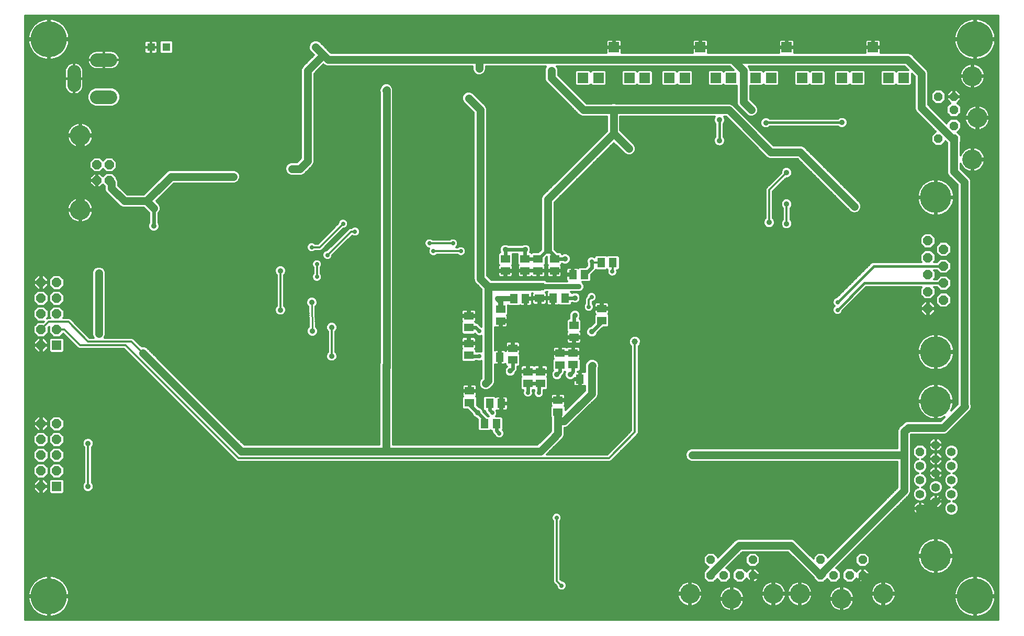
<source format=gbl>
G75*
%MOIN*%
%OFA0B0*%
%FSLAX24Y24*%
%IPPOS*%
%LPD*%
%AMOC8*
5,1,8,0,0,1.08239X$1,22.5*
%
%ADD10R,0.0650X0.0650*%
%ADD11OC8,0.0574*%
%ADD12C,0.1306*%
%ADD13C,0.0860*%
%ADD14OC8,0.0554*%
%ADD15C,0.1266*%
%ADD16C,0.0554*%
%ADD17C,0.1969*%
%ADD18OC8,0.0600*%
%ADD19C,0.2000*%
%ADD20R,0.0515X0.0515*%
%ADD21R,0.0591X0.0512*%
%ADD22R,0.0512X0.0591*%
%ADD23R,0.0600X0.0600*%
%ADD24C,0.2300*%
%ADD25C,0.0396*%
%ADD26C,0.0500*%
%ADD27C,0.0357*%
%ADD28C,0.0160*%
%ADD29C,0.0240*%
%ADD30C,0.0120*%
%ADD31C,0.0278*%
%ADD32C,0.0100*%
%ADD33C,0.0320*%
%ADD34C,0.0560*%
D10*
X036178Y035531D03*
X037162Y035531D03*
X039130Y035531D03*
X040115Y035531D03*
X041678Y035531D03*
X042662Y035531D03*
X044630Y035531D03*
X045615Y035531D03*
X047178Y035531D03*
X048162Y035531D03*
X050130Y035531D03*
X051115Y035531D03*
X052678Y035531D03*
X053662Y035531D03*
X055630Y035531D03*
X056615Y035531D03*
X054646Y037500D03*
X049146Y037500D03*
X043646Y037500D03*
X038146Y037500D03*
D11*
X006000Y029992D03*
X005213Y029992D03*
X005213Y029008D03*
X006000Y029008D03*
D12*
X004146Y027130D03*
X004146Y031870D03*
D13*
X005216Y034319D02*
X006076Y034319D01*
X003756Y035070D02*
X003756Y035930D01*
X005216Y036681D02*
X006076Y036681D01*
D14*
X057646Y011704D03*
X053985Y004831D03*
X053985Y003846D03*
X053158Y003846D03*
X052134Y003846D03*
X051307Y003846D03*
X051307Y004831D03*
X046985Y004831D03*
X046985Y003846D03*
X046158Y003846D03*
X045134Y003846D03*
X044307Y003846D03*
X044307Y004831D03*
X058815Y031661D03*
X059800Y031661D03*
X059800Y032488D03*
X059800Y033512D03*
X059800Y034339D03*
X058815Y034339D03*
D15*
X060981Y035657D03*
X061296Y033000D03*
X060981Y030343D03*
X055304Y002665D03*
X052646Y002350D03*
X049989Y002665D03*
X048304Y002665D03*
X045646Y002350D03*
X042989Y002665D03*
D16*
X057646Y008104D03*
X057646Y009004D03*
X057646Y009904D03*
X058646Y009454D03*
X059646Y009004D03*
X058646Y008554D03*
X059646Y008104D03*
X059646Y009904D03*
X058646Y010354D03*
X057646Y010804D03*
X058646Y011254D03*
X059646Y010804D03*
X059646Y011704D03*
X058646Y012154D03*
D17*
X058646Y014921D03*
X058646Y005079D03*
D18*
X058146Y020840D03*
X059146Y021380D03*
X058146Y021920D03*
X059146Y022460D03*
X058146Y023000D03*
X059146Y023540D03*
X058146Y024080D03*
X059146Y024620D03*
X058146Y025160D03*
X002646Y022500D03*
X001646Y022500D03*
X001646Y021500D03*
X001646Y020500D03*
X002646Y020500D03*
X002646Y021500D03*
X002646Y019500D03*
X001646Y019500D03*
X001646Y018500D03*
X001646Y013500D03*
X001646Y012500D03*
X002646Y012500D03*
X002646Y013500D03*
X002646Y011500D03*
X001646Y011500D03*
X001646Y010500D03*
X002646Y010500D03*
X001646Y009500D03*
D19*
X058646Y018070D03*
X058646Y027930D03*
D20*
X009638Y037500D03*
X008654Y037500D03*
D21*
X031237Y023992D03*
X031237Y023244D03*
X032475Y023256D03*
X033313Y023254D03*
X033313Y024002D03*
X032475Y024004D03*
X034357Y024002D03*
X034357Y023254D03*
X033398Y022254D03*
X033398Y021506D03*
X030926Y020797D03*
X030926Y020049D03*
X028896Y020374D03*
X028896Y019626D03*
X028896Y018624D03*
X028896Y017876D03*
X028949Y015591D03*
X028949Y014843D03*
X031705Y017561D03*
X032666Y016819D03*
X033473Y016819D03*
X033473Y016071D03*
X032666Y016071D03*
X034577Y015000D03*
X034577Y014252D03*
X034711Y017254D03*
X034711Y018002D03*
X035548Y018006D03*
X035548Y017258D03*
X035595Y019012D03*
X035595Y019760D03*
X037369Y020083D03*
X037369Y020831D03*
X031705Y018309D03*
D22*
X030874Y017738D03*
X030126Y017738D03*
X030225Y014793D03*
X030973Y014793D03*
X030652Y013500D03*
X029904Y013500D03*
X035981Y016346D03*
X036729Y016346D03*
X035020Y021500D03*
X034272Y021500D03*
X032516Y021470D03*
X031768Y021470D03*
X035522Y023000D03*
X036270Y023000D03*
X037333Y023766D03*
X038081Y023766D03*
D23*
X002646Y018500D03*
X002646Y009500D03*
D24*
X002146Y002500D03*
X002146Y038000D03*
X061146Y038000D03*
X061146Y002500D03*
D25*
X039477Y018728D03*
X029556Y036130D03*
X029516Y036701D03*
X019646Y037000D03*
X019146Y037500D03*
D26*
X019646Y037000D01*
X018646Y036000D01*
X018646Y030250D01*
X018146Y029750D01*
X017646Y029750D01*
X013896Y029250D02*
X013396Y029250D01*
X009933Y029250D01*
X008374Y027691D01*
X008827Y027238D01*
X008374Y027691D02*
X006955Y027691D01*
X006146Y028500D01*
X006146Y028862D01*
X006000Y029008D01*
X005343Y023094D02*
X005343Y019256D01*
X005337Y019250D01*
X008146Y018000D02*
X012335Y013811D01*
X014406Y011740D01*
X023646Y011740D01*
X026146Y011740D01*
X026146Y011750D01*
X026146Y011740D02*
X030146Y011740D01*
X032075Y011740D01*
X033453Y011740D01*
X034201Y012488D01*
X034575Y012862D01*
X034575Y013591D01*
X034654Y013669D01*
X034969Y013669D01*
X036721Y015421D01*
X036721Y016250D01*
X036721Y017173D01*
X036760Y017213D01*
X034577Y014252D02*
X034575Y014250D01*
X034575Y013591D01*
X030146Y016230D02*
X029981Y016065D01*
X030146Y016230D02*
X030146Y017750D01*
X030146Y022250D01*
X029646Y022750D01*
X029646Y030750D01*
X029646Y033500D01*
X029396Y033750D01*
X028896Y034250D01*
X029556Y036150D02*
X029556Y036701D01*
X029516Y036701D01*
X045695Y036701D01*
X056839Y036701D01*
X057725Y035815D01*
X057725Y033650D01*
X059713Y031661D01*
X059800Y031661D01*
X059800Y029567D01*
X060461Y028906D01*
X060461Y014644D01*
X060500Y014604D01*
X059146Y013250D01*
X056896Y013250D01*
X056646Y013000D01*
X056646Y011500D01*
X052146Y011500D01*
X049146Y011500D01*
X046146Y011500D01*
X043146Y011500D01*
X046146Y005750D02*
X047396Y005750D01*
X049404Y005750D01*
X051307Y003846D01*
X051396Y003935D01*
X051396Y004000D01*
X056646Y009250D01*
X056646Y011500D01*
X058646Y008554D02*
X058196Y008104D01*
X057646Y008104D01*
X057646Y006750D01*
X054646Y003750D01*
X054081Y003750D01*
X046146Y005750D02*
X044307Y003911D01*
X044307Y003846D01*
X023646Y011740D02*
X023646Y015998D01*
X023646Y017091D01*
X023650Y017094D01*
X023650Y017250D01*
X023630Y017230D01*
X023650Y017250D02*
X023650Y018496D01*
X023650Y020000D01*
X023650Y022750D01*
X023650Y024000D01*
X023650Y034750D01*
X023646Y034750D01*
X023650Y034750D02*
X023650Y034772D01*
X019945Y036701D02*
X019646Y037000D01*
X019945Y036701D02*
X029516Y036701D01*
X034162Y036012D02*
X034162Y035539D01*
X036209Y033492D01*
X037896Y033492D01*
X045461Y033492D01*
X048138Y030815D01*
X050008Y030815D01*
X053473Y027350D01*
X046896Y033500D02*
X046396Y034000D01*
X046396Y036000D01*
X045695Y036701D01*
X038119Y033512D02*
X038119Y032016D01*
X038140Y031994D01*
X033945Y027799D01*
X033945Y024614D01*
X033398Y022252D02*
X030148Y022252D01*
X039083Y031051D02*
X039103Y031031D01*
X039083Y031051D02*
X038140Y031994D01*
X038146Y032000D01*
D27*
X039083Y031051D03*
X040896Y030750D03*
X041130Y032528D03*
X040894Y032921D03*
X040896Y034500D03*
X040896Y035000D03*
X040896Y035500D03*
X043646Y035250D03*
X043646Y035750D03*
X046396Y034000D03*
X046890Y033508D03*
X047823Y032685D03*
X044870Y032862D03*
X044870Y031543D03*
X047146Y029500D03*
X049146Y029500D03*
X049146Y027500D03*
X049146Y026250D03*
X048040Y026327D03*
X047146Y027500D03*
X053473Y027350D03*
X054646Y027500D03*
X053646Y025500D03*
X054646Y030000D03*
X055396Y030000D03*
X052666Y032697D03*
X051896Y032250D03*
X051896Y031750D03*
X051896Y034500D03*
X051896Y035250D03*
X051896Y036000D03*
X056646Y034000D03*
X057146Y034500D03*
X038146Y035250D03*
X038146Y035750D03*
X034896Y036000D03*
X034146Y036000D03*
X034146Y035500D03*
X034896Y034000D03*
X034896Y033500D03*
X031741Y034004D03*
X029396Y033750D03*
X028896Y034250D03*
X025638Y035185D03*
X023646Y034750D03*
X023646Y034250D03*
X023646Y033750D03*
X025087Y032961D03*
X022658Y031504D03*
X021426Y032528D03*
X020304Y031661D03*
X019280Y031504D03*
X018099Y031740D03*
X016367Y031740D03*
X015933Y031268D03*
X015028Y031031D03*
X013896Y029250D03*
X013396Y029250D03*
X017646Y029750D03*
X018146Y029750D03*
X022896Y029750D03*
X024396Y029750D03*
X028646Y029000D03*
X030396Y029000D03*
X030396Y027000D03*
X028646Y027000D03*
X028945Y025776D03*
X030646Y024000D03*
X031229Y024594D03*
X031890Y024039D03*
X032489Y024594D03*
X035028Y024004D03*
X035896Y022250D03*
X035658Y021524D03*
X035658Y020402D03*
X036741Y019358D03*
X037979Y020059D03*
X038146Y018750D03*
X036760Y017213D03*
X035363Y016642D03*
X034516Y016642D03*
X034811Y015632D03*
X036146Y015750D03*
X037146Y015000D03*
X039075Y014715D03*
X039898Y014711D03*
X039878Y015898D03*
X039075Y015886D03*
X039075Y013465D03*
X039878Y013457D03*
X038075Y012215D03*
X038717Y011587D03*
X043146Y011500D03*
X043896Y010750D03*
X043896Y012250D03*
X046146Y011500D03*
X046896Y010750D03*
X048396Y010750D03*
X049146Y011500D03*
X048396Y012250D03*
X046896Y012250D03*
X051396Y012250D03*
X052146Y011500D03*
X051396Y010750D03*
X047146Y008500D03*
X050146Y006250D03*
X047469Y005795D03*
X043896Y006250D03*
X041646Y002500D03*
X040646Y002500D03*
X038896Y002250D03*
X034396Y001500D03*
X031977Y001951D03*
X030725Y002000D03*
X027896Y001750D03*
X027896Y003000D03*
X030008Y007547D03*
X031050Y007742D03*
X031977Y007547D03*
X036760Y007606D03*
X033646Y010837D03*
X032075Y011740D03*
X031912Y012331D03*
X031162Y010900D03*
X033646Y012750D03*
X034201Y012488D03*
X029461Y014205D03*
X027412Y012331D03*
X026146Y011750D03*
X024890Y012350D03*
X023040Y012390D03*
X023020Y013492D03*
X024306Y013484D03*
X024396Y015461D03*
X023646Y015998D03*
X022896Y015461D03*
X020166Y017821D03*
X018926Y019398D03*
X020166Y019634D03*
X018906Y021248D03*
X016896Y020750D03*
X014896Y020750D03*
X016896Y023250D03*
X014896Y024250D03*
X010874Y025874D03*
X008827Y026110D03*
X008178Y025283D03*
X007134Y025224D03*
X005343Y023094D03*
X007073Y020634D03*
X005337Y019250D03*
X006491Y019177D03*
X006496Y018020D03*
X007707Y017132D03*
X007646Y016000D03*
X008707Y016132D03*
X009707Y015132D03*
X010809Y016226D03*
X009809Y017226D03*
X008809Y018220D03*
X012309Y014726D03*
X012311Y013846D03*
X011207Y013632D03*
X012433Y012429D03*
X013526Y013533D03*
X015085Y012343D03*
X015091Y010907D03*
X018091Y010888D03*
X018085Y012343D03*
X020335Y012343D03*
X020361Y010907D03*
X024890Y010860D03*
X027412Y010900D03*
X031544Y016858D03*
X033146Y017500D03*
X031646Y019000D03*
X033146Y020500D03*
X034646Y019000D03*
X030737Y021465D03*
X024416Y019461D03*
X023646Y020000D03*
X022876Y019461D03*
X023646Y018362D03*
X023646Y022000D03*
X024376Y023494D03*
X023630Y024093D03*
X022876Y023494D03*
X022896Y027000D03*
X024396Y027000D03*
X029634Y030874D03*
X030422Y031524D03*
X031741Y032370D03*
X028886Y031504D03*
X035613Y030329D03*
X036508Y029441D03*
X034896Y037250D03*
X034896Y037750D03*
X009083Y032547D03*
X007351Y032547D03*
X005559Y032547D03*
X016146Y014500D03*
X004646Y012250D03*
X004646Y009500D03*
X010396Y005750D03*
X005896Y004500D03*
X005896Y003250D03*
X010396Y002250D03*
X053896Y007500D03*
X054896Y006500D03*
X059646Y016500D03*
X061146Y016500D03*
D28*
X054106Y022460D02*
X052396Y020750D01*
X052396Y021250D02*
X054686Y023540D01*
X059146Y023540D01*
X059146Y022460D02*
X054106Y022460D01*
X053646Y025500D02*
X054646Y026500D01*
X054646Y027500D01*
X054646Y030000D01*
X052896Y031750D01*
X051896Y031750D01*
X052666Y032697D02*
X047835Y032697D01*
X047823Y032685D01*
X044870Y032862D02*
X044870Y031543D01*
X047146Y029500D02*
X047146Y027500D01*
X030152Y011746D02*
X028902Y011752D01*
X030146Y011740D02*
X030152Y011746D01*
X047396Y005750D02*
X047441Y005795D01*
X047469Y005795D01*
D29*
X049646Y007000D02*
X044646Y007000D01*
X043896Y006250D01*
X043396Y005750D01*
X043396Y003750D01*
X043896Y003250D01*
X046646Y003250D01*
X046896Y003500D01*
X046896Y003758D01*
X046985Y003846D01*
X047081Y003750D01*
X050146Y003750D01*
X050646Y003250D01*
X053396Y003250D01*
X053985Y003839D01*
X053985Y003846D01*
X050146Y006250D02*
X050146Y006500D01*
X049646Y007000D01*
X043396Y005750D02*
X041646Y004000D01*
X041646Y002500D01*
X040646Y002500D01*
X030845Y012890D02*
X030652Y013083D01*
X030652Y013500D01*
X029904Y013500D02*
X029904Y013762D01*
X029461Y014205D01*
X028949Y014717D01*
X028949Y014843D01*
X030225Y014793D02*
X030225Y014362D01*
X030394Y014193D01*
X032666Y015480D02*
X032666Y016071D01*
X033473Y016071D01*
X033355Y015953D01*
X033355Y015461D01*
X034516Y016642D02*
X034711Y016837D01*
X034711Y017254D01*
X035548Y017258D02*
X035548Y016827D01*
X035363Y016642D01*
X036729Y016346D02*
X036729Y016258D01*
X036721Y016250D01*
X034577Y014252D02*
X034577Y013687D01*
X034811Y013650D01*
X031544Y016858D02*
X031705Y017020D01*
X031705Y017561D01*
X029556Y017803D02*
X028969Y017803D01*
X028896Y017876D01*
X029575Y019398D02*
X029347Y019626D01*
X028896Y019626D01*
X030146Y022250D02*
X030148Y022252D01*
X031237Y023992D02*
X031237Y024587D01*
X031229Y024594D01*
X032489Y024594D01*
X032475Y024581D01*
X032475Y024004D01*
X032477Y024002D01*
X033313Y024002D01*
X033333Y024002D01*
X033945Y024614D01*
X034357Y024203D01*
X034357Y024002D01*
X035026Y024002D01*
X035028Y024004D01*
X036270Y023000D02*
X036721Y023451D01*
X036721Y023846D01*
X033402Y022250D02*
X033398Y022254D01*
X033398Y022252D01*
X033396Y022250D01*
X035020Y021500D02*
X035634Y021500D01*
X035658Y021524D01*
X035658Y020402D02*
X035595Y020339D01*
X035595Y019760D01*
X036741Y019358D02*
X037355Y019972D01*
X037369Y019972D01*
X037369Y020083D01*
X029646Y030750D02*
X029634Y030762D01*
X029634Y030874D01*
X029556Y036130D02*
X029556Y036150D01*
X008827Y027238D02*
X008827Y026110D01*
X012311Y013846D02*
X012311Y013835D01*
X012335Y013811D01*
X058646Y010354D02*
X058646Y010250D01*
X059146Y009750D01*
X059146Y009054D01*
X058646Y008554D01*
D30*
X000646Y001000D02*
X000646Y039500D01*
X062646Y039500D01*
X062646Y001000D01*
X000646Y001000D01*
X000646Y001093D02*
X062646Y001093D01*
X062646Y001211D02*
X061381Y001211D01*
X061339Y001203D02*
X061465Y001228D01*
X061588Y001265D01*
X061707Y001314D01*
X061820Y001375D01*
X061927Y001447D01*
X062027Y001528D01*
X062118Y001619D01*
X062200Y001719D01*
X062271Y001826D01*
X062332Y001939D01*
X062381Y002058D01*
X062418Y002181D01*
X062443Y002308D01*
X062456Y002436D01*
X062456Y002440D01*
X061206Y002440D01*
X061206Y001190D01*
X061210Y001190D01*
X061339Y001203D01*
X061206Y001211D02*
X061086Y001211D01*
X061086Y001190D02*
X061086Y002440D01*
X059836Y002440D01*
X059836Y002436D01*
X059849Y002308D01*
X059874Y002181D01*
X059911Y002058D01*
X059960Y001939D01*
X060021Y001826D01*
X060093Y001719D01*
X060174Y001619D01*
X060265Y001528D01*
X060365Y001447D01*
X060472Y001375D01*
X060585Y001314D01*
X060704Y001265D01*
X060827Y001228D01*
X060954Y001203D01*
X061082Y001190D01*
X061086Y001190D01*
X061086Y001330D02*
X061206Y001330D01*
X061206Y001448D02*
X061086Y001448D01*
X061086Y001567D02*
X061206Y001567D01*
X061206Y001685D02*
X061086Y001685D01*
X061086Y001804D02*
X061206Y001804D01*
X061206Y001922D02*
X061086Y001922D01*
X061086Y002041D02*
X061206Y002041D01*
X061206Y002159D02*
X061086Y002159D01*
X061086Y002278D02*
X061206Y002278D01*
X061206Y002396D02*
X061086Y002396D01*
X061086Y002440D02*
X061206Y002440D01*
X061206Y002560D01*
X061086Y002560D01*
X061086Y002440D01*
X061086Y002515D02*
X056084Y002515D01*
X056083Y002510D02*
X056096Y002605D01*
X055364Y002605D01*
X055364Y002725D01*
X056096Y002725D01*
X056083Y002820D01*
X056056Y002921D01*
X056016Y003017D01*
X055964Y003107D01*
X059985Y003107D01*
X059960Y003061D02*
X059911Y002942D01*
X059874Y002819D01*
X059849Y002692D01*
X059836Y002564D01*
X059836Y002560D01*
X061086Y002560D01*
X061086Y003810D01*
X061082Y003810D01*
X060954Y003797D01*
X060827Y003772D01*
X060704Y003735D01*
X060585Y003686D01*
X060472Y003625D01*
X060365Y003553D01*
X060265Y003472D01*
X060174Y003381D01*
X060093Y003281D01*
X060021Y003174D01*
X059960Y003061D01*
X059930Y002989D02*
X056028Y002989D01*
X056070Y002870D02*
X059889Y002870D01*
X059860Y002752D02*
X056092Y002752D01*
X056083Y002510D02*
X056056Y002410D01*
X056016Y002314D01*
X055964Y002224D01*
X055901Y002141D01*
X055828Y002068D01*
X055745Y002005D01*
X055655Y001953D01*
X055559Y001913D01*
X055459Y001886D01*
X055364Y001873D01*
X055364Y002605D01*
X055244Y002605D01*
X055244Y001873D01*
X055148Y001886D01*
X055048Y001913D01*
X054952Y001953D01*
X054862Y002005D01*
X054780Y002068D01*
X054706Y002141D01*
X054643Y002224D01*
X054591Y002314D01*
X054551Y002410D01*
X054524Y002510D01*
X054512Y002605D01*
X055244Y002605D01*
X055244Y002725D01*
X054512Y002725D01*
X054524Y002820D01*
X054551Y002921D01*
X054591Y003017D01*
X054643Y003107D01*
X052887Y003107D01*
X052902Y003103D02*
X052801Y003130D01*
X052706Y003142D01*
X052706Y002410D01*
X053438Y002410D01*
X053426Y002505D01*
X053399Y002606D01*
X053359Y002702D01*
X053307Y002792D01*
X053244Y002874D01*
X053170Y002948D01*
X053088Y003011D01*
X052998Y003063D01*
X052902Y003103D01*
X052706Y003107D02*
X052586Y003107D01*
X052586Y003142D02*
X052491Y003130D01*
X052391Y003103D01*
X052295Y003063D01*
X052205Y003011D01*
X052122Y002948D01*
X052049Y002874D01*
X051985Y002792D01*
X051933Y002702D01*
X051893Y002606D01*
X051867Y002505D01*
X051854Y002410D01*
X052586Y002410D01*
X052586Y002290D01*
X052706Y002290D01*
X052706Y001558D01*
X052801Y001571D01*
X052902Y001598D01*
X052998Y001638D01*
X053088Y001690D01*
X053170Y001753D01*
X053244Y001826D01*
X053307Y001909D01*
X053359Y001999D01*
X053399Y002095D01*
X053426Y002195D01*
X053438Y002290D01*
X052706Y002290D01*
X052706Y002410D01*
X052586Y002410D01*
X052586Y003142D01*
X052586Y002989D02*
X052706Y002989D01*
X052706Y002870D02*
X052586Y002870D01*
X052586Y002752D02*
X052706Y002752D01*
X052706Y002633D02*
X052586Y002633D01*
X052586Y002515D02*
X052706Y002515D01*
X052706Y002396D02*
X054557Y002396D01*
X054523Y002515D02*
X053423Y002515D01*
X053387Y002633D02*
X055244Y002633D01*
X055244Y002725D02*
X055244Y003457D01*
X055148Y003445D01*
X055048Y003418D01*
X054952Y003378D01*
X054862Y003326D01*
X054780Y003263D01*
X054706Y003189D01*
X054643Y003107D01*
X054579Y002989D02*
X053117Y002989D01*
X053247Y002870D02*
X054537Y002870D01*
X054515Y002752D02*
X053330Y002752D01*
X053436Y002278D02*
X054612Y002278D01*
X054692Y002159D02*
X053416Y002159D01*
X053376Y002041D02*
X054815Y002041D01*
X055026Y001922D02*
X053314Y001922D01*
X053221Y001804D02*
X060036Y001804D01*
X059970Y001922D02*
X055581Y001922D01*
X055364Y001922D02*
X055244Y001922D01*
X055244Y002041D02*
X055364Y002041D01*
X055364Y002159D02*
X055244Y002159D01*
X055244Y002278D02*
X055364Y002278D01*
X055364Y002396D02*
X055244Y002396D01*
X055244Y002515D02*
X055364Y002515D01*
X055364Y002633D02*
X059843Y002633D01*
X059840Y002396D02*
X056050Y002396D01*
X055995Y002278D02*
X059855Y002278D01*
X059881Y002159D02*
X055915Y002159D01*
X055792Y002041D02*
X059918Y002041D01*
X060120Y001685D02*
X053080Y001685D01*
X052768Y001567D02*
X060227Y001567D01*
X060363Y001448D02*
X002929Y001448D01*
X002927Y001447D02*
X003027Y001528D01*
X003118Y001619D01*
X003200Y001719D01*
X003271Y001826D01*
X003332Y001939D01*
X003381Y002058D01*
X003418Y002181D01*
X003443Y002308D01*
X003456Y002436D01*
X003456Y002440D01*
X002206Y002440D01*
X002206Y001190D01*
X002210Y001190D01*
X002339Y001203D01*
X002465Y001228D01*
X002588Y001265D01*
X002707Y001314D01*
X002820Y001375D01*
X002927Y001447D01*
X003065Y001567D02*
X045524Y001567D01*
X045491Y001571D02*
X045586Y001558D01*
X045586Y002290D01*
X045706Y002290D01*
X045706Y001558D01*
X045801Y001571D01*
X045902Y001598D01*
X045998Y001638D01*
X046088Y001690D01*
X046170Y001753D01*
X046244Y001826D01*
X046307Y001909D01*
X046359Y001999D01*
X046399Y002095D01*
X046426Y002195D01*
X046438Y002290D01*
X045706Y002290D01*
X045706Y002410D01*
X046438Y002410D01*
X046426Y002505D01*
X046399Y002606D01*
X046359Y002702D01*
X046307Y002792D01*
X046244Y002874D01*
X046170Y002948D01*
X046088Y003011D01*
X045998Y003063D01*
X045902Y003103D01*
X045801Y003130D01*
X045706Y003142D01*
X045706Y002410D01*
X045586Y002410D01*
X045586Y002290D01*
X044854Y002290D01*
X044867Y002195D01*
X044893Y002095D01*
X044933Y001999D01*
X044985Y001909D01*
X045049Y001826D01*
X045122Y001753D01*
X045205Y001690D01*
X045295Y001638D01*
X045391Y001598D01*
X045491Y001571D01*
X045586Y001567D02*
X045706Y001567D01*
X045768Y001567D02*
X052524Y001567D01*
X052491Y001571D02*
X052586Y001558D01*
X052586Y002290D01*
X051854Y002290D01*
X051867Y002195D01*
X051893Y002095D01*
X051933Y001999D01*
X051985Y001909D01*
X052049Y001826D01*
X052122Y001753D01*
X052205Y001690D01*
X052295Y001638D01*
X052391Y001598D01*
X052491Y001571D01*
X052586Y001567D02*
X052706Y001567D01*
X052706Y001685D02*
X052586Y001685D01*
X052586Y001804D02*
X052706Y001804D01*
X052706Y001922D02*
X052586Y001922D01*
X052586Y002041D02*
X052706Y002041D01*
X052706Y002159D02*
X052586Y002159D01*
X052586Y002278D02*
X052706Y002278D01*
X052586Y002396D02*
X050735Y002396D01*
X050741Y002410D02*
X050701Y002314D01*
X050649Y002224D01*
X050586Y002141D01*
X050513Y002068D01*
X050430Y002005D01*
X050340Y001953D01*
X050244Y001913D01*
X050144Y001886D01*
X050049Y001873D01*
X050049Y002605D01*
X050049Y002725D01*
X050781Y002725D01*
X050768Y002820D01*
X050741Y002921D01*
X050701Y003017D01*
X050649Y003107D01*
X052406Y003107D01*
X052175Y002989D02*
X050713Y002989D01*
X050755Y002870D02*
X052045Y002870D01*
X051962Y002752D02*
X050777Y002752D01*
X050781Y002605D02*
X050049Y002605D01*
X049929Y002605D01*
X049929Y001873D01*
X049834Y001886D01*
X049733Y001913D01*
X049637Y001953D01*
X049547Y002005D01*
X049465Y002068D01*
X049391Y002141D01*
X049328Y002224D01*
X049276Y002314D01*
X049236Y002410D01*
X049209Y002510D01*
X049197Y002605D01*
X049929Y002605D01*
X049929Y002725D01*
X049197Y002725D01*
X049209Y002820D01*
X049236Y002921D01*
X049276Y003017D01*
X049328Y003107D01*
X048964Y003107D01*
X048901Y003189D01*
X048828Y003263D01*
X048745Y003326D01*
X048655Y003378D01*
X048559Y003418D01*
X048459Y003445D01*
X048364Y003457D01*
X048364Y002725D01*
X049096Y002725D01*
X049083Y002820D01*
X049056Y002921D01*
X049016Y003017D01*
X048964Y003107D01*
X049028Y002989D02*
X049264Y002989D01*
X049222Y002870D02*
X049070Y002870D01*
X049092Y002752D02*
X049200Y002752D01*
X049096Y002605D02*
X048364Y002605D01*
X048364Y002725D01*
X048244Y002725D01*
X048244Y002605D01*
X048364Y002605D01*
X048364Y001873D01*
X048459Y001886D01*
X048559Y001913D01*
X048655Y001953D01*
X048745Y002005D01*
X048828Y002068D01*
X048901Y002141D01*
X048964Y002224D01*
X049016Y002314D01*
X049056Y002410D01*
X049083Y002510D01*
X049096Y002605D01*
X049084Y002515D02*
X049209Y002515D01*
X049242Y002396D02*
X049050Y002396D01*
X048995Y002278D02*
X049297Y002278D01*
X049377Y002159D02*
X048915Y002159D01*
X048792Y002041D02*
X049500Y002041D01*
X049711Y001922D02*
X048581Y001922D01*
X048364Y001922D02*
X048244Y001922D01*
X048244Y001873D02*
X048244Y002605D01*
X047512Y002605D01*
X047524Y002510D01*
X047551Y002410D01*
X047591Y002314D01*
X047643Y002224D01*
X047706Y002141D01*
X047780Y002068D01*
X047862Y002005D01*
X047952Y001953D01*
X048048Y001913D01*
X048148Y001886D01*
X048244Y001873D01*
X048244Y002041D02*
X048364Y002041D01*
X048364Y002159D02*
X048244Y002159D01*
X048244Y002278D02*
X048364Y002278D01*
X048364Y002396D02*
X048244Y002396D01*
X048244Y002515D02*
X048364Y002515D01*
X048364Y002633D02*
X049929Y002633D01*
X049929Y002725D02*
X049929Y003457D01*
X049834Y003445D01*
X049733Y003418D01*
X049637Y003378D01*
X049547Y003326D01*
X049465Y003263D01*
X049391Y003189D01*
X049328Y003107D01*
X049427Y003226D02*
X048865Y003226D01*
X048714Y003344D02*
X049578Y003344D01*
X049929Y003344D02*
X050049Y003344D01*
X050049Y003457D02*
X050144Y003445D01*
X050244Y003418D01*
X050340Y003378D01*
X050430Y003326D01*
X050513Y003263D01*
X050586Y003189D01*
X050649Y003107D01*
X050550Y003226D02*
X054742Y003226D01*
X054893Y003344D02*
X050399Y003344D01*
X050049Y003457D02*
X050049Y002725D01*
X049929Y002725D01*
X049929Y002752D02*
X050049Y002752D01*
X050049Y002870D02*
X049929Y002870D01*
X049929Y002989D02*
X050049Y002989D01*
X050049Y003107D02*
X049929Y003107D01*
X049929Y003226D02*
X050049Y003226D01*
X050728Y003818D02*
X047013Y003818D01*
X047013Y003409D01*
X047166Y003409D01*
X047422Y003665D01*
X047422Y003818D01*
X047013Y003818D01*
X046956Y003818D01*
X046956Y003409D01*
X046804Y003409D01*
X046585Y003627D01*
X046347Y003389D01*
X045969Y003389D01*
X045701Y003657D01*
X045701Y004036D01*
X045969Y004304D01*
X046347Y004304D01*
X046585Y004065D01*
X046804Y004284D01*
X046956Y004284D01*
X046956Y003875D01*
X047013Y003875D01*
X047013Y004284D01*
X047166Y004284D01*
X047422Y004028D01*
X047422Y003875D01*
X047013Y003875D01*
X047013Y003818D01*
X047013Y003700D02*
X046956Y003700D01*
X046956Y003581D02*
X047013Y003581D01*
X047013Y003463D02*
X046956Y003463D01*
X046750Y003463D02*
X046420Y003463D01*
X046539Y003581D02*
X046632Y003581D01*
X046956Y003937D02*
X047013Y003937D01*
X047013Y004055D02*
X046956Y004055D01*
X046956Y004174D02*
X047013Y004174D01*
X047174Y004374D02*
X047442Y004641D01*
X047442Y005020D01*
X047174Y005288D01*
X046795Y005288D01*
X046527Y005020D01*
X046527Y004641D01*
X046795Y004374D01*
X047174Y004374D01*
X047211Y004411D02*
X050135Y004411D01*
X050017Y004529D02*
X047329Y004529D01*
X047442Y004648D02*
X049898Y004648D01*
X049780Y004766D02*
X047442Y004766D01*
X047442Y004885D02*
X049661Y004885D01*
X049543Y005003D02*
X047442Y005003D01*
X047340Y005122D02*
X049424Y005122D01*
X049306Y005240D02*
X047222Y005240D01*
X046747Y005240D02*
X046244Y005240D01*
X046324Y005320D02*
X049226Y005320D01*
X050850Y003696D01*
X050850Y003657D01*
X051118Y003389D01*
X051497Y003389D01*
X051721Y003613D01*
X051945Y003389D01*
X052324Y003389D01*
X052591Y003657D01*
X052591Y004036D01*
X052324Y004304D01*
X052308Y004304D01*
X056890Y008885D01*
X057011Y009006D01*
X057076Y009164D01*
X057076Y012820D01*
X059232Y012820D01*
X059390Y012885D01*
X059511Y013006D01*
X059511Y013006D01*
X060744Y014240D01*
X060865Y014361D01*
X060930Y014519D01*
X060930Y014690D01*
X060891Y014785D01*
X060891Y028991D01*
X060826Y029149D01*
X060705Y029270D01*
X060230Y029745D01*
X060230Y030083D01*
X060268Y029991D01*
X060320Y029901D01*
X060383Y029818D01*
X060457Y029745D01*
X060539Y029682D01*
X060629Y029630D01*
X060725Y029590D01*
X060826Y029563D01*
X060921Y029551D01*
X060921Y030283D01*
X061041Y030283D01*
X061041Y030403D01*
X060921Y030403D01*
X060921Y031135D01*
X060826Y031122D01*
X060725Y031095D01*
X060629Y031055D01*
X060539Y031003D01*
X060457Y030940D01*
X060383Y030867D01*
X060320Y030784D01*
X060268Y030694D01*
X060230Y030602D01*
X060230Y031445D01*
X060257Y031472D01*
X060257Y031851D01*
X060033Y032075D01*
X060257Y032299D01*
X060257Y032678D01*
X059989Y032945D01*
X059610Y032945D01*
X059342Y032678D01*
X059342Y032640D01*
X058155Y033828D01*
X058155Y035900D01*
X058089Y036059D01*
X057968Y036179D01*
X057083Y037065D01*
X056925Y037131D01*
X055125Y037131D01*
X055131Y037154D01*
X055131Y037452D01*
X054694Y037452D01*
X054694Y037548D01*
X054598Y037548D01*
X054598Y037452D01*
X054161Y037452D01*
X054161Y037154D01*
X054168Y037131D01*
X049625Y037131D01*
X049631Y037154D01*
X049631Y037452D01*
X049194Y037452D01*
X049194Y037548D01*
X049098Y037548D01*
X049098Y037452D01*
X048661Y037452D01*
X048661Y037154D01*
X048668Y037131D01*
X044125Y037131D01*
X044131Y037154D01*
X044131Y037452D01*
X043694Y037452D01*
X043694Y037548D01*
X043598Y037548D01*
X043598Y037452D01*
X043161Y037452D01*
X043161Y037154D01*
X043168Y037131D01*
X038625Y037131D01*
X038631Y037154D01*
X038631Y037452D01*
X038194Y037452D01*
X038194Y037548D01*
X038098Y037548D01*
X038098Y037452D01*
X037661Y037452D01*
X037661Y037154D01*
X037668Y037131D01*
X020123Y037131D01*
X020011Y037244D01*
X019890Y037365D01*
X019890Y037365D01*
X019390Y037865D01*
X019232Y037930D01*
X019061Y037930D01*
X018902Y037865D01*
X018782Y037744D01*
X018716Y037586D01*
X018716Y037414D01*
X018782Y037256D01*
X019038Y037000D01*
X018282Y036244D01*
X018216Y036086D01*
X018216Y030428D01*
X017968Y030180D01*
X017561Y030180D01*
X017402Y030115D01*
X017282Y029994D01*
X017216Y029836D01*
X017216Y029664D01*
X017282Y029506D01*
X017402Y029385D01*
X017561Y029320D01*
X018232Y029320D01*
X018390Y029385D01*
X018890Y029885D01*
X019011Y030006D01*
X019076Y030164D01*
X019076Y035822D01*
X019646Y036392D01*
X019702Y036336D01*
X019860Y036271D01*
X029126Y036271D01*
X029126Y036064D01*
X029191Y035906D01*
X029312Y035785D01*
X029470Y035720D01*
X029641Y035720D01*
X029799Y035785D01*
X029920Y035906D01*
X029986Y036064D01*
X029986Y036271D01*
X033813Y036271D01*
X033797Y036255D01*
X033732Y036097D01*
X033732Y035454D01*
X033797Y035296D01*
X035845Y033249D01*
X035965Y033128D01*
X036124Y033062D01*
X037689Y033062D01*
X037689Y032151D01*
X033702Y028164D01*
X033581Y028043D01*
X033515Y027885D01*
X033515Y024608D01*
X033345Y024438D01*
X032944Y024438D01*
X032895Y024389D01*
X032845Y024440D01*
X032812Y024440D01*
X032847Y024523D01*
X032847Y024666D01*
X032792Y024798D01*
X032692Y024898D01*
X032560Y024953D01*
X032417Y024953D01*
X032286Y024898D01*
X032282Y024894D01*
X031436Y024894D01*
X031432Y024898D01*
X031300Y024953D01*
X031157Y024953D01*
X031026Y024898D01*
X030925Y024798D01*
X030870Y024666D01*
X030870Y024523D01*
X030910Y024428D01*
X030867Y024428D01*
X030761Y024323D01*
X030761Y023662D01*
X030819Y023604D01*
X030813Y023598D01*
X030792Y023562D01*
X030781Y023521D01*
X030781Y023304D01*
X031177Y023304D01*
X031177Y023184D01*
X031297Y023184D01*
X031297Y023304D01*
X031692Y023304D01*
X031692Y023521D01*
X031681Y023562D01*
X031660Y023598D01*
X031654Y023604D01*
X031712Y023662D01*
X031712Y024294D01*
X032000Y024294D01*
X032000Y023673D01*
X032057Y023616D01*
X032051Y023610D01*
X032030Y023574D01*
X032020Y023533D01*
X032020Y023316D01*
X032415Y023316D01*
X032415Y023196D01*
X032535Y023196D01*
X032535Y023316D01*
X032858Y023316D01*
X032858Y023314D01*
X033253Y023314D01*
X033253Y023194D01*
X032930Y023194D01*
X032930Y023196D01*
X032535Y023196D01*
X032535Y022840D01*
X032791Y022840D01*
X032832Y022851D01*
X032868Y022872D01*
X032893Y022897D01*
X032920Y022870D01*
X032956Y022849D01*
X032997Y022838D01*
X033253Y022838D01*
X033253Y023194D01*
X033373Y023194D01*
X033373Y022838D01*
X033630Y022838D01*
X033670Y022849D01*
X033707Y022870D01*
X033737Y022900D01*
X033758Y022936D01*
X033769Y022977D01*
X033769Y023194D01*
X033373Y023194D01*
X033373Y023314D01*
X033769Y023314D01*
X033769Y023531D01*
X033758Y023572D01*
X033737Y023608D01*
X033731Y023614D01*
X033789Y023672D01*
X033789Y024033D01*
X033881Y024126D01*
X033881Y023672D01*
X033939Y023614D01*
X033933Y023608D01*
X033912Y023572D01*
X033901Y023531D01*
X033901Y023314D01*
X034297Y023314D01*
X034297Y023194D01*
X034417Y023194D01*
X034417Y023314D01*
X034812Y023314D01*
X034812Y023531D01*
X034801Y023572D01*
X034780Y023608D01*
X034774Y023614D01*
X034832Y023672D01*
X034832Y023697D01*
X034957Y023646D01*
X035099Y023646D01*
X035231Y023700D01*
X035332Y023801D01*
X035386Y023933D01*
X035386Y024075D01*
X035332Y024207D01*
X035231Y024308D01*
X035099Y024362D01*
X034957Y024362D01*
X034832Y024311D01*
X034832Y024332D01*
X034727Y024438D01*
X034546Y024438D01*
X034527Y024457D01*
X034375Y024608D01*
X034375Y027621D01*
X038140Y031386D01*
X038719Y030808D01*
X038859Y030667D01*
X039017Y030601D01*
X039188Y030601D01*
X039346Y030667D01*
X039467Y030788D01*
X039533Y030946D01*
X039533Y031117D01*
X039467Y031275D01*
X039327Y031416D01*
X038549Y032194D01*
X038549Y033062D01*
X044565Y033062D01*
X044512Y032934D01*
X044512Y032791D01*
X044567Y032659D01*
X044610Y032615D01*
X044610Y031790D01*
X044567Y031746D01*
X044512Y031615D01*
X044512Y031472D01*
X044567Y031340D01*
X044667Y031239D01*
X044799Y031185D01*
X044942Y031185D01*
X045074Y031239D01*
X045174Y031340D01*
X045229Y031472D01*
X045229Y031615D01*
X045174Y031746D01*
X045130Y031790D01*
X045130Y032615D01*
X045174Y032659D01*
X045229Y032791D01*
X045229Y032934D01*
X045176Y033062D01*
X045283Y033062D01*
X047774Y030571D01*
X047895Y030450D01*
X048053Y030385D01*
X049830Y030385D01*
X053229Y026986D01*
X053387Y026920D01*
X053558Y026920D01*
X053716Y026986D01*
X053837Y027107D01*
X053903Y027265D01*
X053903Y027436D01*
X053837Y027594D01*
X050252Y031179D01*
X050094Y031245D01*
X048316Y031245D01*
X045705Y033857D01*
X045547Y033922D01*
X038252Y033922D01*
X038204Y033942D01*
X038033Y033942D01*
X037985Y033922D01*
X036387Y033922D01*
X034592Y035717D01*
X034592Y036097D01*
X034526Y036255D01*
X034511Y036271D01*
X045517Y036271D01*
X045752Y036036D01*
X045215Y036036D01*
X045122Y035944D01*
X045030Y036036D01*
X044231Y036036D01*
X044126Y035931D01*
X044126Y035132D01*
X044231Y035027D01*
X045030Y035027D01*
X045122Y035119D01*
X045215Y035027D01*
X045966Y035027D01*
X045966Y033914D01*
X046032Y033756D01*
X046152Y033635D01*
X046652Y033135D01*
X046811Y033070D01*
X046982Y033070D01*
X047140Y033135D01*
X047261Y033256D01*
X047326Y033414D01*
X047326Y033586D01*
X047261Y033744D01*
X046826Y034178D01*
X046826Y035027D01*
X047577Y035027D01*
X047670Y035119D01*
X047762Y035027D01*
X048561Y035027D01*
X048667Y035132D01*
X048667Y035931D01*
X048561Y036036D01*
X047762Y036036D01*
X047670Y035944D01*
X047577Y036036D01*
X046826Y036036D01*
X046826Y036086D01*
X046761Y036244D01*
X046733Y036271D01*
X056661Y036271D01*
X056895Y036036D01*
X056215Y036036D01*
X056122Y035944D01*
X056030Y036036D01*
X055231Y036036D01*
X055126Y035931D01*
X055126Y035132D01*
X055231Y035027D01*
X056030Y035027D01*
X056122Y035119D01*
X056215Y035027D01*
X057014Y035027D01*
X057119Y035132D01*
X057119Y035812D01*
X057295Y035637D01*
X057295Y033564D01*
X057360Y033406D01*
X058648Y032119D01*
X058626Y032119D01*
X058358Y031851D01*
X058358Y031472D01*
X058626Y031204D01*
X059005Y031204D01*
X059273Y031472D01*
X059273Y031494D01*
X059370Y031397D01*
X059370Y029481D01*
X059435Y029323D01*
X060031Y028727D01*
X060031Y014743D01*
X059639Y014351D01*
X059649Y014367D01*
X059705Y014483D01*
X059771Y014483D01*
X059705Y014483D02*
X059747Y014604D01*
X059776Y014729D01*
X059790Y014857D01*
X059790Y014861D01*
X058706Y014861D01*
X058706Y013777D01*
X058710Y013777D01*
X058838Y013791D01*
X058963Y013820D01*
X059085Y013862D01*
X059200Y013918D01*
X059216Y013928D01*
X058968Y013680D01*
X056811Y013680D01*
X056652Y013615D01*
X056402Y013365D01*
X056282Y013244D01*
X056216Y013086D01*
X056216Y011930D01*
X043061Y011930D01*
X042902Y011865D01*
X042782Y011744D01*
X042716Y011586D01*
X042716Y011414D01*
X042782Y011256D01*
X042902Y011135D01*
X043061Y011070D01*
X056216Y011070D01*
X056216Y009428D01*
X051765Y004977D01*
X051765Y005020D01*
X051497Y005288D01*
X051118Y005288D01*
X050850Y005020D01*
X050850Y004912D01*
X049648Y006115D01*
X049489Y006180D01*
X046061Y006180D01*
X045902Y006115D01*
X045782Y005994D01*
X044765Y004977D01*
X044765Y005020D01*
X044497Y005288D01*
X044118Y005288D01*
X043850Y005020D01*
X043850Y004641D01*
X044118Y004374D01*
X044161Y004374D01*
X043943Y004155D01*
X043924Y004110D01*
X043850Y004036D01*
X043850Y003657D01*
X044118Y003389D01*
X044497Y003389D01*
X044721Y003613D01*
X044945Y003389D01*
X045324Y003389D01*
X045591Y003657D01*
X045591Y004036D01*
X045324Y004304D01*
X045308Y004304D01*
X046324Y005320D01*
X046126Y005122D02*
X046629Y005122D01*
X046527Y005003D02*
X046007Y005003D01*
X045889Y004885D02*
X046527Y004885D01*
X046527Y004766D02*
X045770Y004766D01*
X045652Y004648D02*
X046527Y004648D01*
X046640Y004529D02*
X045533Y004529D01*
X045415Y004411D02*
X046758Y004411D01*
X046693Y004174D02*
X046477Y004174D01*
X046359Y004292D02*
X050254Y004292D01*
X050372Y004174D02*
X047276Y004174D01*
X047394Y004055D02*
X050491Y004055D01*
X050609Y003937D02*
X047422Y003937D01*
X047422Y003700D02*
X050846Y003700D01*
X050926Y003581D02*
X047337Y003581D01*
X047219Y003463D02*
X051045Y003463D01*
X051570Y003463D02*
X051872Y003463D01*
X051753Y003581D02*
X051689Y003581D01*
X052397Y003463D02*
X052895Y003463D01*
X052969Y003389D02*
X053347Y003389D01*
X053585Y003627D01*
X053804Y003409D01*
X053956Y003409D01*
X053956Y003818D01*
X054013Y003818D01*
X062646Y003818D01*
X062646Y003700D02*
X061673Y003700D01*
X061707Y003686D02*
X061588Y003735D01*
X061465Y003772D01*
X061339Y003797D01*
X061210Y003810D01*
X061206Y003810D01*
X061206Y002560D01*
X062456Y002560D01*
X062456Y002564D01*
X062443Y002692D01*
X062418Y002819D01*
X062381Y002942D01*
X062332Y003061D01*
X062271Y003174D01*
X062200Y003281D01*
X062118Y003381D01*
X062027Y003472D01*
X061927Y003553D01*
X061820Y003625D01*
X061707Y003686D01*
X061886Y003581D02*
X062646Y003581D01*
X062646Y003463D02*
X062036Y003463D01*
X062148Y003344D02*
X062646Y003344D01*
X062646Y003226D02*
X062237Y003226D01*
X062307Y003107D02*
X062646Y003107D01*
X062646Y002989D02*
X062362Y002989D01*
X062403Y002870D02*
X062646Y002870D01*
X062646Y002752D02*
X062432Y002752D01*
X062449Y002633D02*
X062646Y002633D01*
X062646Y002515D02*
X061206Y002515D01*
X061206Y002633D02*
X061086Y002633D01*
X061086Y002752D02*
X061206Y002752D01*
X061206Y002870D02*
X061086Y002870D01*
X061086Y002989D02*
X061206Y002989D01*
X061206Y003107D02*
X061086Y003107D01*
X061086Y003226D02*
X061206Y003226D01*
X061206Y003344D02*
X061086Y003344D01*
X061086Y003463D02*
X061206Y003463D01*
X061206Y003581D02*
X061086Y003581D01*
X061086Y003700D02*
X061206Y003700D01*
X060619Y003700D02*
X054422Y003700D01*
X054422Y003665D02*
X054422Y003818D01*
X054013Y003818D01*
X054013Y003409D01*
X054166Y003409D01*
X054422Y003665D01*
X054337Y003581D02*
X060406Y003581D01*
X060256Y003463D02*
X054219Y003463D01*
X054013Y003463D02*
X053956Y003463D01*
X053956Y003581D02*
X054013Y003581D01*
X054013Y003700D02*
X053956Y003700D01*
X054013Y003818D02*
X054013Y003875D01*
X053956Y003875D01*
X053956Y004284D01*
X053804Y004284D01*
X053585Y004065D01*
X053347Y004304D01*
X052969Y004304D01*
X052701Y004036D01*
X052701Y003657D01*
X052969Y003389D01*
X052777Y003581D02*
X052515Y003581D01*
X052591Y003700D02*
X052701Y003700D01*
X052701Y003818D02*
X052591Y003818D01*
X052591Y003937D02*
X052701Y003937D01*
X052720Y004055D02*
X052572Y004055D01*
X052454Y004174D02*
X052838Y004174D01*
X052957Y004292D02*
X052335Y004292D01*
X052415Y004411D02*
X053758Y004411D01*
X053795Y004374D02*
X053527Y004641D01*
X053527Y005020D01*
X053795Y005288D01*
X054174Y005288D01*
X054442Y005020D01*
X054442Y004641D01*
X054174Y004374D01*
X053795Y004374D01*
X053640Y004529D02*
X052533Y004529D01*
X052652Y004648D02*
X053527Y004648D01*
X053527Y004766D02*
X052770Y004766D01*
X052889Y004885D02*
X053527Y004885D01*
X053527Y005003D02*
X053007Y005003D01*
X053126Y005122D02*
X053629Y005122D01*
X053747Y005240D02*
X053244Y005240D01*
X053363Y005359D02*
X057536Y005359D01*
X057545Y005396D02*
X057516Y005271D01*
X057502Y005143D01*
X057502Y005139D01*
X058586Y005139D01*
X058586Y006223D01*
X058582Y006223D01*
X058454Y006209D01*
X058329Y006180D01*
X058207Y006138D01*
X058092Y006082D01*
X057983Y006013D01*
X057882Y005933D01*
X057792Y005842D01*
X057711Y005742D01*
X057643Y005633D01*
X057587Y005517D01*
X057545Y005396D01*
X057573Y005477D02*
X053481Y005477D01*
X053600Y005596D02*
X057625Y005596D01*
X057694Y005714D02*
X053718Y005714D01*
X053837Y005833D02*
X057784Y005833D01*
X057905Y005951D02*
X053955Y005951D01*
X054074Y006070D02*
X058072Y006070D01*
X058364Y006188D02*
X054192Y006188D01*
X054311Y006307D02*
X062646Y006307D01*
X062646Y006425D02*
X054429Y006425D01*
X054548Y006544D02*
X062646Y006544D01*
X062646Y006662D02*
X054666Y006662D01*
X054785Y006781D02*
X062646Y006781D01*
X062646Y006899D02*
X054903Y006899D01*
X055022Y007018D02*
X062646Y007018D01*
X062646Y007136D02*
X055140Y007136D01*
X055259Y007255D02*
X062646Y007255D01*
X062646Y007373D02*
X055377Y007373D01*
X055496Y007492D02*
X062646Y007492D01*
X062646Y007610D02*
X055614Y007610D01*
X055733Y007729D02*
X057421Y007729D01*
X057417Y007730D02*
X057478Y007699D01*
X057544Y007678D01*
X057612Y007667D01*
X057617Y007667D01*
X057617Y008076D01*
X057209Y008076D01*
X057209Y008070D01*
X057220Y008002D01*
X057241Y007937D01*
X057272Y007875D01*
X057313Y007820D01*
X057361Y007771D01*
X057417Y007730D01*
X057293Y007847D02*
X055851Y007847D01*
X055970Y007966D02*
X057232Y007966D01*
X057209Y008133D02*
X057617Y008133D01*
X057617Y008076D01*
X057675Y008076D01*
X057675Y008133D01*
X058083Y008133D01*
X058083Y008139D01*
X058072Y008207D01*
X058051Y008272D01*
X058020Y008333D01*
X057980Y008389D01*
X057931Y008438D01*
X057875Y008478D01*
X057814Y008509D01*
X057748Y008531D01*
X057680Y008541D01*
X057675Y008541D01*
X057675Y008133D01*
X057617Y008133D01*
X057617Y008541D01*
X057612Y008541D01*
X057544Y008531D01*
X057478Y008509D01*
X057417Y008478D01*
X057361Y008438D01*
X057313Y008389D01*
X057272Y008333D01*
X057241Y008272D01*
X057220Y008207D01*
X057209Y008139D01*
X057209Y008133D01*
X057219Y008203D02*
X056207Y008203D01*
X056325Y008321D02*
X057266Y008321D01*
X057364Y008440D02*
X056444Y008440D01*
X056562Y008558D02*
X057529Y008558D01*
X057555Y008547D02*
X057737Y008547D01*
X057905Y008617D01*
X058034Y008745D01*
X058103Y008913D01*
X058103Y009095D01*
X058034Y009263D01*
X057905Y009392D01*
X057754Y009454D01*
X057905Y009517D01*
X058034Y009645D01*
X058103Y009813D01*
X058103Y009995D01*
X058034Y010163D01*
X057905Y010292D01*
X057754Y010354D01*
X057905Y010417D01*
X058034Y010545D01*
X058103Y010713D01*
X058103Y010895D01*
X058034Y011063D01*
X057905Y011192D01*
X057772Y011247D01*
X057835Y011247D01*
X058103Y011515D01*
X058103Y011894D01*
X057835Y012161D01*
X057457Y012161D01*
X057189Y011894D01*
X057189Y011515D01*
X057457Y011247D01*
X057521Y011247D01*
X057387Y011192D01*
X057258Y011063D01*
X057189Y010895D01*
X057189Y010713D01*
X057258Y010545D01*
X057387Y010417D01*
X057538Y010354D01*
X057387Y010292D01*
X057258Y010163D01*
X057189Y009995D01*
X057189Y009813D01*
X057258Y009645D01*
X057387Y009517D01*
X057538Y009454D01*
X057387Y009392D01*
X057258Y009263D01*
X057189Y009095D01*
X057189Y008913D01*
X057258Y008745D01*
X057387Y008617D01*
X057555Y008547D01*
X057617Y008440D02*
X057675Y008440D01*
X057675Y008321D02*
X057617Y008321D01*
X057617Y008203D02*
X057675Y008203D01*
X057675Y008084D02*
X059189Y008084D01*
X059189Y008013D02*
X059258Y007845D01*
X059387Y007717D01*
X059555Y007647D01*
X059737Y007647D01*
X059905Y007717D01*
X060034Y007845D01*
X060103Y008013D01*
X060103Y008195D01*
X060034Y008363D01*
X059905Y008492D01*
X059754Y008554D01*
X059905Y008617D01*
X060034Y008745D01*
X060103Y008913D01*
X060103Y009095D01*
X060034Y009263D01*
X059905Y009392D01*
X059754Y009454D01*
X059905Y009517D01*
X060034Y009645D01*
X060103Y009813D01*
X060103Y009995D01*
X060034Y010163D01*
X059905Y010292D01*
X059754Y010354D01*
X059905Y010417D01*
X060034Y010545D01*
X060103Y010713D01*
X060103Y010895D01*
X060034Y011063D01*
X059905Y011192D01*
X059754Y011254D01*
X059905Y011317D01*
X060034Y011445D01*
X060103Y011613D01*
X060103Y011795D01*
X060034Y011963D01*
X059905Y012092D01*
X059737Y012161D01*
X059555Y012161D01*
X059387Y012092D01*
X059258Y011963D01*
X059189Y011795D01*
X059189Y011613D01*
X059258Y011445D01*
X059387Y011317D01*
X059538Y011254D01*
X059387Y011192D01*
X059258Y011063D01*
X059189Y010895D01*
X059189Y010713D01*
X059258Y010545D01*
X059387Y010417D01*
X059538Y010354D01*
X059387Y010292D01*
X059258Y010163D01*
X059189Y009995D01*
X059189Y009813D01*
X059258Y009645D01*
X059387Y009517D01*
X059538Y009454D01*
X059387Y009392D01*
X059258Y009263D01*
X059189Y009095D01*
X059189Y008913D01*
X059258Y008745D01*
X059387Y008617D01*
X059538Y008554D01*
X059387Y008492D01*
X059258Y008363D01*
X059189Y008195D01*
X059189Y008013D01*
X059209Y007966D02*
X058061Y007966D01*
X058051Y007937D02*
X058072Y008002D01*
X058083Y008070D01*
X058083Y008076D01*
X057675Y008076D01*
X057675Y007667D01*
X057680Y007667D01*
X057748Y007678D01*
X057814Y007699D01*
X057875Y007730D01*
X057931Y007771D01*
X057980Y007820D01*
X058020Y007875D01*
X058051Y007937D01*
X057999Y007847D02*
X059258Y007847D01*
X059375Y007729D02*
X057871Y007729D01*
X057675Y007729D02*
X057617Y007729D01*
X057617Y007847D02*
X057675Y007847D01*
X057675Y007966D02*
X057617Y007966D01*
X057617Y008084D02*
X056088Y008084D01*
X056681Y008677D02*
X057327Y008677D01*
X057238Y008795D02*
X056799Y008795D01*
X056890Y008885D02*
X056890Y008885D01*
X056918Y008914D02*
X057189Y008914D01*
X057189Y009032D02*
X057021Y009032D01*
X057070Y009151D02*
X057212Y009151D01*
X057264Y009269D02*
X057076Y009269D01*
X057076Y009388D02*
X057383Y009388D01*
X057413Y009506D02*
X057076Y009506D01*
X057076Y009625D02*
X057279Y009625D01*
X057218Y009743D02*
X057076Y009743D01*
X057076Y009862D02*
X057189Y009862D01*
X057189Y009980D02*
X057076Y009980D01*
X057076Y010099D02*
X057232Y010099D01*
X057312Y010217D02*
X057076Y010217D01*
X057076Y010336D02*
X057492Y010336D01*
X057350Y010454D02*
X057076Y010454D01*
X057076Y010573D02*
X057247Y010573D01*
X057198Y010691D02*
X057076Y010691D01*
X057076Y010810D02*
X057189Y010810D01*
X057202Y010928D02*
X057076Y010928D01*
X057076Y011047D02*
X057252Y011047D01*
X057360Y011165D02*
X057076Y011165D01*
X057076Y011284D02*
X057420Y011284D01*
X057302Y011402D02*
X057076Y011402D01*
X057076Y011521D02*
X057189Y011521D01*
X057189Y011639D02*
X057076Y011639D01*
X057076Y011758D02*
X057189Y011758D01*
X057189Y011876D02*
X057076Y011876D01*
X057076Y011995D02*
X057290Y011995D01*
X057408Y012113D02*
X057076Y012113D01*
X057076Y012232D02*
X058216Y012232D01*
X058220Y012257D02*
X058209Y012189D01*
X058209Y012183D01*
X058617Y012183D01*
X058617Y012126D01*
X058209Y012126D01*
X058209Y012120D01*
X058220Y012052D01*
X058241Y011987D01*
X058272Y011925D01*
X058313Y011870D01*
X058361Y011821D01*
X058417Y011780D01*
X058478Y011749D01*
X058544Y011728D01*
X058612Y011717D01*
X058617Y011717D01*
X058617Y012126D01*
X058675Y012126D01*
X058675Y012183D01*
X059083Y012183D01*
X059083Y012189D01*
X059072Y012257D01*
X059051Y012322D01*
X059020Y012383D01*
X058980Y012439D01*
X058931Y012488D01*
X058875Y012528D01*
X058814Y012559D01*
X058748Y012581D01*
X058680Y012591D01*
X058675Y012591D01*
X058675Y012183D01*
X058617Y012183D01*
X058617Y012591D01*
X058612Y012591D01*
X058544Y012581D01*
X058478Y012559D01*
X058417Y012528D01*
X058361Y012488D01*
X058313Y012439D01*
X058272Y012383D01*
X058241Y012322D01*
X058220Y012257D01*
X058255Y012350D02*
X057076Y012350D01*
X057076Y012469D02*
X058342Y012469D01*
X058583Y012587D02*
X057076Y012587D01*
X057076Y012706D02*
X062646Y012706D01*
X062646Y012824D02*
X059241Y012824D01*
X059447Y012943D02*
X062646Y012943D01*
X062646Y013061D02*
X059565Y013061D01*
X059684Y013180D02*
X062646Y013180D01*
X062646Y013298D02*
X059802Y013298D01*
X059921Y013417D02*
X062646Y013417D01*
X062646Y013535D02*
X060039Y013535D01*
X060158Y013654D02*
X062646Y013654D01*
X062646Y013772D02*
X060276Y013772D01*
X060395Y013891D02*
X062646Y013891D01*
X062646Y014009D02*
X060513Y014009D01*
X060632Y014128D02*
X062646Y014128D01*
X062646Y014246D02*
X060750Y014246D01*
X060744Y014240D02*
X060744Y014240D01*
X060866Y014365D02*
X062646Y014365D01*
X062646Y014483D02*
X060916Y014483D01*
X060930Y014602D02*
X062646Y014602D01*
X062646Y014720D02*
X060918Y014720D01*
X060891Y014839D02*
X062646Y014839D01*
X062646Y014957D02*
X060891Y014957D01*
X060891Y015076D02*
X062646Y015076D01*
X062646Y015194D02*
X060891Y015194D01*
X060891Y015313D02*
X062646Y015313D01*
X062646Y015431D02*
X060891Y015431D01*
X060891Y015550D02*
X062646Y015550D01*
X062646Y015668D02*
X060891Y015668D01*
X060891Y015787D02*
X062646Y015787D01*
X062646Y015905D02*
X060891Y015905D01*
X060891Y016024D02*
X062646Y016024D01*
X062646Y016142D02*
X060891Y016142D01*
X060891Y016261D02*
X062646Y016261D01*
X062646Y016379D02*
X060891Y016379D01*
X060891Y016498D02*
X062646Y016498D01*
X062646Y016616D02*
X060891Y016616D01*
X060891Y016735D02*
X062646Y016735D01*
X062646Y016853D02*
X060891Y016853D01*
X060891Y016972D02*
X062646Y016972D01*
X062646Y017090D02*
X060891Y017090D01*
X060891Y017209D02*
X062646Y017209D01*
X062646Y017327D02*
X060891Y017327D01*
X060891Y017446D02*
X062646Y017446D01*
X062646Y017564D02*
X060891Y017564D01*
X060891Y017683D02*
X062646Y017683D01*
X062646Y017801D02*
X060891Y017801D01*
X060891Y017920D02*
X062646Y017920D01*
X062646Y018038D02*
X060891Y018038D01*
X060891Y018157D02*
X062646Y018157D01*
X062646Y018275D02*
X060891Y018275D01*
X060891Y018394D02*
X062646Y018394D01*
X062646Y018512D02*
X060891Y018512D01*
X060891Y018631D02*
X062646Y018631D01*
X062646Y018749D02*
X060891Y018749D01*
X060891Y018868D02*
X062646Y018868D01*
X062646Y018986D02*
X060891Y018986D01*
X060891Y019105D02*
X062646Y019105D01*
X062646Y019223D02*
X060891Y019223D01*
X060891Y019342D02*
X062646Y019342D01*
X062646Y019460D02*
X060891Y019460D01*
X060891Y019579D02*
X062646Y019579D01*
X062646Y019697D02*
X060891Y019697D01*
X060891Y019816D02*
X062646Y019816D01*
X062646Y019934D02*
X060891Y019934D01*
X060891Y020053D02*
X062646Y020053D01*
X062646Y020171D02*
X060891Y020171D01*
X060891Y020290D02*
X062646Y020290D01*
X062646Y020408D02*
X060891Y020408D01*
X060891Y020527D02*
X062646Y020527D01*
X062646Y020645D02*
X060891Y020645D01*
X060891Y020764D02*
X062646Y020764D01*
X062646Y020882D02*
X060891Y020882D01*
X060891Y021001D02*
X062646Y021001D01*
X062646Y021119D02*
X060891Y021119D01*
X060891Y021238D02*
X062646Y021238D01*
X062646Y021356D02*
X060891Y021356D01*
X060891Y021475D02*
X062646Y021475D01*
X062646Y021593D02*
X060891Y021593D01*
X060891Y021712D02*
X062646Y021712D01*
X062646Y021830D02*
X060891Y021830D01*
X060891Y021949D02*
X062646Y021949D01*
X062646Y022067D02*
X060891Y022067D01*
X060891Y022186D02*
X062646Y022186D01*
X062646Y022304D02*
X060891Y022304D01*
X060891Y022423D02*
X062646Y022423D01*
X062646Y022541D02*
X060891Y022541D01*
X060891Y022660D02*
X062646Y022660D01*
X062646Y022778D02*
X060891Y022778D01*
X060891Y022897D02*
X062646Y022897D01*
X062646Y023015D02*
X060891Y023015D01*
X060891Y023134D02*
X062646Y023134D01*
X062646Y023252D02*
X060891Y023252D01*
X060891Y023371D02*
X062646Y023371D01*
X062646Y023489D02*
X060891Y023489D01*
X060891Y023608D02*
X062646Y023608D01*
X062646Y023726D02*
X060891Y023726D01*
X060891Y023845D02*
X062646Y023845D01*
X062646Y023963D02*
X060891Y023963D01*
X060891Y024082D02*
X062646Y024082D01*
X062646Y024200D02*
X060891Y024200D01*
X060891Y024319D02*
X062646Y024319D01*
X062646Y024437D02*
X060891Y024437D01*
X060891Y024556D02*
X062646Y024556D01*
X062646Y024674D02*
X060891Y024674D01*
X060891Y024793D02*
X062646Y024793D01*
X062646Y024911D02*
X060891Y024911D01*
X060891Y025030D02*
X062646Y025030D01*
X062646Y025148D02*
X060891Y025148D01*
X060891Y025267D02*
X062646Y025267D01*
X062646Y025385D02*
X060891Y025385D01*
X060891Y025504D02*
X062646Y025504D01*
X062646Y025622D02*
X060891Y025622D01*
X060891Y025741D02*
X062646Y025741D01*
X062646Y025859D02*
X060891Y025859D01*
X060891Y025978D02*
X062646Y025978D01*
X062646Y026096D02*
X060891Y026096D01*
X060891Y026215D02*
X062646Y026215D01*
X062646Y026333D02*
X060891Y026333D01*
X060891Y026452D02*
X062646Y026452D01*
X062646Y026570D02*
X060891Y026570D01*
X060891Y026689D02*
X062646Y026689D01*
X062646Y026807D02*
X060891Y026807D01*
X060891Y026926D02*
X062646Y026926D01*
X062646Y027044D02*
X060891Y027044D01*
X060891Y027163D02*
X062646Y027163D01*
X062646Y027281D02*
X060891Y027281D01*
X060891Y027400D02*
X062646Y027400D01*
X062646Y027518D02*
X060891Y027518D01*
X060891Y027637D02*
X062646Y027637D01*
X062646Y027755D02*
X060891Y027755D01*
X060891Y027874D02*
X062646Y027874D01*
X062646Y027992D02*
X060891Y027992D01*
X060891Y028111D02*
X062646Y028111D01*
X062646Y028229D02*
X060891Y028229D01*
X060891Y028348D02*
X062646Y028348D01*
X062646Y028466D02*
X060891Y028466D01*
X060891Y028585D02*
X062646Y028585D01*
X062646Y028703D02*
X060891Y028703D01*
X060891Y028822D02*
X062646Y028822D01*
X062646Y028940D02*
X060891Y028940D01*
X060863Y029059D02*
X062646Y029059D01*
X062646Y029177D02*
X060798Y029177D01*
X060679Y029296D02*
X062646Y029296D01*
X062646Y029414D02*
X060561Y029414D01*
X060442Y029533D02*
X062646Y029533D01*
X062646Y029651D02*
X061369Y029651D01*
X061332Y029630D02*
X061422Y029682D01*
X061505Y029745D01*
X061578Y029818D01*
X061642Y029901D01*
X061694Y029991D01*
X061733Y030087D01*
X061760Y030187D01*
X061773Y030283D01*
X061041Y030283D01*
X061041Y029551D01*
X061136Y029563D01*
X061236Y029590D01*
X061332Y029630D01*
X061529Y029770D02*
X062646Y029770D01*
X062646Y029888D02*
X061632Y029888D01*
X061700Y030007D02*
X062646Y030007D01*
X062646Y030125D02*
X061743Y030125D01*
X061768Y030244D02*
X062646Y030244D01*
X062646Y030362D02*
X061041Y030362D01*
X061041Y030403D02*
X061773Y030403D01*
X061760Y030498D01*
X061733Y030598D01*
X061694Y030694D01*
X061642Y030784D01*
X061578Y030867D01*
X061505Y030940D01*
X061422Y031003D01*
X061332Y031055D01*
X061236Y031095D01*
X061136Y031122D01*
X061041Y031135D01*
X061041Y030403D01*
X061041Y030481D02*
X060921Y030481D01*
X060921Y030599D02*
X061041Y030599D01*
X061041Y030718D02*
X060921Y030718D01*
X060921Y030836D02*
X061041Y030836D01*
X061041Y030955D02*
X060921Y030955D01*
X060921Y031073D02*
X061041Y031073D01*
X061289Y031073D02*
X062646Y031073D01*
X062646Y030955D02*
X061486Y030955D01*
X061602Y030836D02*
X062646Y030836D01*
X062646Y030718D02*
X061680Y030718D01*
X061733Y030599D02*
X062646Y030599D01*
X062646Y030481D02*
X061762Y030481D01*
X061041Y030244D02*
X060921Y030244D01*
X060921Y030125D02*
X061041Y030125D01*
X061041Y030007D02*
X060921Y030007D01*
X060921Y029888D02*
X061041Y029888D01*
X061041Y029770D02*
X060921Y029770D01*
X060921Y029651D02*
X061041Y029651D01*
X060592Y029651D02*
X060324Y029651D01*
X060230Y029770D02*
X060432Y029770D01*
X060330Y029888D02*
X060230Y029888D01*
X060230Y030007D02*
X060261Y030007D01*
X060230Y030718D02*
X060281Y030718D01*
X060230Y030836D02*
X060360Y030836D01*
X060476Y030955D02*
X060230Y030955D01*
X060230Y031073D02*
X060672Y031073D01*
X060230Y031192D02*
X062646Y031192D01*
X062646Y031310D02*
X060230Y031310D01*
X060230Y031429D02*
X062646Y031429D01*
X062646Y031547D02*
X060257Y031547D01*
X060257Y031666D02*
X062646Y031666D01*
X062646Y031784D02*
X060257Y031784D01*
X060205Y031903D02*
X062646Y031903D01*
X062646Y032021D02*
X060086Y032021D01*
X060098Y032140D02*
X062646Y032140D01*
X062646Y032258D02*
X061577Y032258D01*
X061551Y032247D02*
X061647Y032287D01*
X061737Y032339D01*
X061820Y032402D01*
X061893Y032476D01*
X061956Y032558D01*
X062008Y032648D01*
X062048Y032745D01*
X062075Y032845D01*
X062088Y032940D01*
X061356Y032940D01*
X061356Y033060D01*
X062088Y033060D01*
X062075Y033155D01*
X062048Y033255D01*
X062008Y033352D01*
X061956Y033442D01*
X061893Y033524D01*
X061820Y033598D01*
X061737Y033661D01*
X061647Y033713D01*
X061551Y033753D01*
X061451Y033780D01*
X061356Y033792D01*
X061356Y033060D01*
X061236Y033060D01*
X061236Y033792D01*
X061141Y033780D01*
X061040Y033753D01*
X060944Y033713D01*
X060854Y033661D01*
X060772Y033598D01*
X060698Y033524D01*
X060635Y033442D01*
X060583Y033352D01*
X060543Y033255D01*
X060516Y033155D01*
X060504Y033060D01*
X061236Y033060D01*
X061236Y032940D01*
X061356Y032940D01*
X061356Y032208D01*
X061451Y032220D01*
X061551Y032247D01*
X061356Y032258D02*
X061236Y032258D01*
X061236Y032208D02*
X061236Y032940D01*
X060504Y032940D01*
X060516Y032845D01*
X060543Y032745D01*
X060583Y032648D01*
X060635Y032558D01*
X060698Y032476D01*
X060772Y032402D01*
X060854Y032339D01*
X060944Y032287D01*
X061040Y032247D01*
X061141Y032220D01*
X061236Y032208D01*
X061236Y032377D02*
X061356Y032377D01*
X061356Y032495D02*
X061236Y032495D01*
X061236Y032614D02*
X061356Y032614D01*
X061356Y032732D02*
X061236Y032732D01*
X061236Y032851D02*
X061356Y032851D01*
X061356Y032969D02*
X062646Y032969D01*
X062646Y032851D02*
X062076Y032851D01*
X062043Y032732D02*
X062646Y032732D01*
X062646Y032614D02*
X061988Y032614D01*
X061908Y032495D02*
X062646Y032495D01*
X062646Y032377D02*
X061786Y032377D01*
X062084Y033088D02*
X062646Y033088D01*
X062646Y033206D02*
X062062Y033206D01*
X062020Y033325D02*
X062646Y033325D01*
X062646Y033443D02*
X061955Y033443D01*
X061856Y033562D02*
X062646Y033562D01*
X062646Y033680D02*
X061704Y033680D01*
X061356Y033680D02*
X061236Y033680D01*
X061236Y033562D02*
X061356Y033562D01*
X061356Y033443D02*
X061236Y033443D01*
X061236Y033325D02*
X061356Y033325D01*
X061356Y033206D02*
X061236Y033206D01*
X061236Y033088D02*
X061356Y033088D01*
X061236Y032969D02*
X059013Y032969D01*
X058895Y033088D02*
X059577Y033088D01*
X059610Y033055D02*
X059989Y033055D01*
X060257Y033322D01*
X060257Y033701D01*
X060019Y033939D01*
X060237Y034158D01*
X060237Y034310D01*
X059828Y034310D01*
X059828Y034367D01*
X060237Y034367D01*
X060237Y034520D01*
X059981Y034776D01*
X059828Y034776D01*
X059828Y034367D01*
X059771Y034367D01*
X059771Y034310D01*
X059362Y034310D01*
X059362Y034158D01*
X059581Y033939D01*
X059342Y033701D01*
X059342Y033322D01*
X059610Y033055D01*
X059459Y033206D02*
X058776Y033206D01*
X058658Y033325D02*
X059342Y033325D01*
X059342Y033443D02*
X058539Y033443D01*
X058421Y033562D02*
X059342Y033562D01*
X059342Y033680D02*
X058302Y033680D01*
X058184Y033799D02*
X059440Y033799D01*
X059558Y033917D02*
X059040Y033917D01*
X059005Y033881D02*
X059273Y034149D01*
X059273Y034528D01*
X059005Y034796D01*
X058626Y034796D01*
X058358Y034528D01*
X058358Y034149D01*
X058626Y033881D01*
X059005Y033881D01*
X059159Y034036D02*
X059484Y034036D01*
X059366Y034154D02*
X059273Y034154D01*
X059273Y034273D02*
X059362Y034273D01*
X059362Y034367D02*
X059771Y034367D01*
X059771Y034776D01*
X059619Y034776D01*
X059362Y034520D01*
X059362Y034367D01*
X059362Y034391D02*
X059273Y034391D01*
X059273Y034510D02*
X059362Y034510D01*
X059471Y034628D02*
X059172Y034628D01*
X059054Y034747D02*
X059589Y034747D01*
X059771Y034747D02*
X059828Y034747D01*
X059828Y034628D02*
X059771Y034628D01*
X059771Y034510D02*
X059828Y034510D01*
X059828Y034391D02*
X059771Y034391D01*
X060010Y034747D02*
X062646Y034747D01*
X062646Y034865D02*
X058155Y034865D01*
X058155Y034747D02*
X058577Y034747D01*
X058458Y034628D02*
X058155Y034628D01*
X058155Y034510D02*
X058358Y034510D01*
X058358Y034391D02*
X058155Y034391D01*
X058155Y034273D02*
X058358Y034273D01*
X058358Y034154D02*
X058155Y034154D01*
X058155Y034036D02*
X058472Y034036D01*
X058590Y033917D02*
X058155Y033917D01*
X057295Y033917D02*
X047087Y033917D01*
X046969Y034036D02*
X057295Y034036D01*
X057295Y034154D02*
X046850Y034154D01*
X046826Y034273D02*
X057295Y034273D01*
X057295Y034391D02*
X046826Y034391D01*
X046826Y034510D02*
X057295Y034510D01*
X057295Y034628D02*
X046826Y034628D01*
X046826Y034747D02*
X057295Y034747D01*
X057295Y034865D02*
X046826Y034865D01*
X046826Y034984D02*
X057295Y034984D01*
X057295Y035102D02*
X057089Y035102D01*
X057119Y035221D02*
X057295Y035221D01*
X057295Y035339D02*
X057119Y035339D01*
X057119Y035458D02*
X057295Y035458D01*
X057295Y035576D02*
X057119Y035576D01*
X057119Y035695D02*
X057237Y035695D01*
X056882Y036050D02*
X046826Y036050D01*
X046792Y036169D02*
X056763Y036169D01*
X057387Y036761D02*
X060717Y036761D01*
X060704Y036765D02*
X060827Y036728D01*
X060954Y036703D01*
X061082Y036690D01*
X061086Y036690D01*
X061086Y037940D01*
X059836Y037940D01*
X059836Y037936D01*
X059849Y037808D01*
X059874Y037681D01*
X059911Y037558D01*
X059960Y037439D01*
X060021Y037326D01*
X060093Y037219D01*
X060174Y037119D01*
X060265Y037028D01*
X060365Y036947D01*
X060472Y036875D01*
X060585Y036814D01*
X060704Y036765D01*
X060465Y036880D02*
X057268Y036880D01*
X057150Y036998D02*
X060302Y036998D01*
X060177Y037117D02*
X056959Y037117D01*
X057505Y036643D02*
X062646Y036643D01*
X062646Y036761D02*
X061575Y036761D01*
X061588Y036765D02*
X061707Y036814D01*
X061820Y036875D01*
X061927Y036947D01*
X062027Y037028D01*
X062118Y037119D01*
X062200Y037219D01*
X062271Y037326D01*
X062332Y037439D01*
X062381Y037558D01*
X062418Y037681D01*
X062443Y037808D01*
X062456Y037936D01*
X062456Y037940D01*
X061206Y037940D01*
X061206Y036690D01*
X061210Y036690D01*
X061339Y036703D01*
X061465Y036728D01*
X061588Y036765D01*
X061827Y036880D02*
X062646Y036880D01*
X062646Y036998D02*
X061990Y036998D01*
X062115Y037117D02*
X062646Y037117D01*
X062646Y037235D02*
X062210Y037235D01*
X062286Y037354D02*
X062646Y037354D01*
X062646Y037472D02*
X062345Y037472D01*
X062391Y037591D02*
X062646Y037591D01*
X062646Y037709D02*
X062424Y037709D01*
X062445Y037828D02*
X062646Y037828D01*
X062646Y037946D02*
X061206Y037946D01*
X061206Y037940D02*
X061206Y038060D01*
X061086Y038060D01*
X061086Y037940D01*
X061206Y037940D01*
X061206Y037828D02*
X061086Y037828D01*
X061086Y037946D02*
X055076Y037946D01*
X055069Y037953D02*
X055033Y037974D01*
X054992Y037985D01*
X054694Y037985D01*
X054694Y037548D01*
X055131Y037548D01*
X055131Y037846D01*
X055120Y037887D01*
X055099Y037923D01*
X055069Y037953D01*
X055131Y037828D02*
X059847Y037828D01*
X059868Y037709D02*
X055131Y037709D01*
X055131Y037591D02*
X059901Y037591D01*
X059947Y037472D02*
X054694Y037472D01*
X054598Y037472D02*
X049194Y037472D01*
X049194Y037548D02*
X049631Y037548D01*
X049631Y037846D01*
X049620Y037887D01*
X049599Y037923D01*
X049569Y037953D01*
X049533Y037974D01*
X049492Y037985D01*
X049194Y037985D01*
X049194Y037548D01*
X049194Y037591D02*
X049098Y037591D01*
X049098Y037548D02*
X049098Y037985D01*
X048800Y037985D01*
X048760Y037974D01*
X048723Y037953D01*
X048693Y037923D01*
X048672Y037887D01*
X048661Y037846D01*
X048661Y037548D01*
X049098Y037548D01*
X049098Y037472D02*
X043694Y037472D01*
X043694Y037548D02*
X044131Y037548D01*
X044131Y037846D01*
X044120Y037887D01*
X044099Y037923D01*
X044069Y037953D01*
X044033Y037974D01*
X043992Y037985D01*
X043694Y037985D01*
X043694Y037548D01*
X043694Y037591D02*
X043598Y037591D01*
X043598Y037548D02*
X043598Y037985D01*
X043300Y037985D01*
X043260Y037974D01*
X043223Y037953D01*
X043193Y037923D01*
X043172Y037887D01*
X043161Y037846D01*
X043161Y037548D01*
X043598Y037548D01*
X043598Y037472D02*
X038194Y037472D01*
X038194Y037548D02*
X038631Y037548D01*
X038631Y037846D01*
X038620Y037887D01*
X038599Y037923D01*
X038569Y037953D01*
X038533Y037974D01*
X038492Y037985D01*
X038194Y037985D01*
X038194Y037548D01*
X038194Y037591D02*
X038098Y037591D01*
X038098Y037548D02*
X038098Y037985D01*
X037800Y037985D01*
X037760Y037974D01*
X037723Y037953D01*
X037693Y037923D01*
X037672Y037887D01*
X037661Y037846D01*
X037661Y037548D01*
X038098Y037548D01*
X038098Y037472D02*
X019782Y037472D01*
X019664Y037591D02*
X037661Y037591D01*
X037661Y037709D02*
X019545Y037709D01*
X019427Y037828D02*
X037661Y037828D01*
X037716Y037946D02*
X002206Y037946D01*
X002206Y037940D02*
X002206Y038060D01*
X002086Y038060D01*
X002086Y037940D01*
X000836Y037940D01*
X000836Y037936D01*
X000849Y037808D01*
X000874Y037681D01*
X000911Y037558D01*
X000960Y037439D01*
X001021Y037326D01*
X001093Y037219D01*
X001174Y037119D01*
X001265Y037028D01*
X001365Y036947D01*
X001472Y036875D01*
X001585Y036814D01*
X001704Y036765D01*
X001827Y036728D01*
X001954Y036703D01*
X002082Y036690D01*
X002086Y036690D01*
X002086Y037940D01*
X002206Y037940D01*
X002206Y036690D01*
X002210Y036690D01*
X002339Y036703D01*
X002465Y036728D01*
X002588Y036765D01*
X002707Y036814D01*
X002820Y036875D01*
X002927Y036947D01*
X003027Y037028D01*
X003118Y037119D01*
X003200Y037219D01*
X003271Y037326D01*
X003332Y037439D01*
X003381Y037558D01*
X003418Y037681D01*
X003443Y037808D01*
X003456Y037936D01*
X003456Y037940D01*
X002206Y037940D01*
X002206Y037828D02*
X002086Y037828D01*
X002086Y037946D02*
X000646Y037946D01*
X000646Y037828D02*
X000847Y037828D01*
X000868Y037709D02*
X000646Y037709D01*
X000646Y037591D02*
X000901Y037591D01*
X000947Y037472D02*
X000646Y037472D01*
X000646Y037354D02*
X001006Y037354D01*
X001082Y037235D02*
X000646Y037235D01*
X000646Y037117D02*
X001177Y037117D01*
X001302Y036998D02*
X000646Y036998D01*
X000646Y036880D02*
X001465Y036880D01*
X001717Y036761D02*
X000646Y036761D01*
X000646Y036643D02*
X004626Y036643D01*
X004626Y036635D02*
X004641Y036543D01*
X004669Y036455D01*
X004711Y036372D01*
X004766Y036297D01*
X004832Y036231D01*
X004907Y036176D01*
X004990Y036134D01*
X005078Y036106D01*
X005170Y036091D01*
X005627Y036091D01*
X005627Y036662D01*
X005665Y036662D01*
X005665Y036091D01*
X006122Y036091D01*
X006214Y036106D01*
X006303Y036134D01*
X006385Y036176D01*
X006460Y036231D01*
X006526Y036297D01*
X006581Y036372D01*
X006623Y036455D01*
X006652Y036543D01*
X006666Y036635D01*
X006666Y036662D01*
X005665Y036662D01*
X005665Y036700D01*
X006666Y036700D01*
X006666Y036728D01*
X006652Y036819D01*
X006623Y036908D01*
X006581Y036990D01*
X006526Y037065D01*
X006460Y037131D01*
X006385Y037186D01*
X006303Y037228D01*
X006214Y037257D01*
X006122Y037271D01*
X005665Y037271D01*
X005665Y036700D01*
X005627Y036700D01*
X005627Y036662D01*
X004626Y036662D01*
X004626Y036635D01*
X004626Y036700D02*
X005627Y036700D01*
X005627Y037271D01*
X005170Y037271D01*
X005078Y037257D01*
X004990Y037228D01*
X004907Y037186D01*
X004832Y037131D01*
X004766Y037065D01*
X004711Y036990D01*
X004669Y036908D01*
X004641Y036819D01*
X004626Y036728D01*
X004626Y036700D01*
X004631Y036761D02*
X002575Y036761D01*
X002827Y036880D02*
X004660Y036880D01*
X004717Y036998D02*
X002990Y036998D01*
X003115Y037117D02*
X004817Y037117D01*
X005012Y037235D02*
X003210Y037235D01*
X003286Y037354D02*
X008236Y037354D01*
X008236Y037472D02*
X003345Y037472D01*
X003391Y037591D02*
X008236Y037591D01*
X008236Y037519D02*
X008236Y037779D01*
X008247Y037819D01*
X008268Y037856D01*
X008298Y037886D01*
X008335Y037907D01*
X008375Y037917D01*
X008635Y037917D01*
X008635Y037519D01*
X008673Y037519D01*
X009071Y037519D01*
X009071Y037779D01*
X009061Y037819D01*
X009039Y037856D01*
X009010Y037886D01*
X008973Y037907D01*
X008932Y037917D01*
X008673Y037917D01*
X008673Y037519D01*
X008673Y037481D01*
X009071Y037481D01*
X009071Y037221D01*
X009061Y037181D01*
X009039Y037144D01*
X009010Y037114D01*
X008973Y037093D01*
X008932Y037083D01*
X008673Y037083D01*
X008673Y037481D01*
X008635Y037481D01*
X008635Y037083D01*
X008375Y037083D01*
X008335Y037093D01*
X008298Y037114D01*
X008268Y037144D01*
X008247Y037181D01*
X008236Y037221D01*
X008236Y037481D01*
X008635Y037481D01*
X008635Y037519D01*
X008236Y037519D01*
X008236Y037709D02*
X003424Y037709D01*
X003445Y037828D02*
X008252Y037828D01*
X008635Y037828D02*
X008673Y037828D01*
X008673Y037709D02*
X008635Y037709D01*
X008635Y037591D02*
X008673Y037591D01*
X008673Y037472D02*
X008635Y037472D01*
X008635Y037354D02*
X008673Y037354D01*
X008673Y037235D02*
X008635Y037235D01*
X008635Y037117D02*
X008673Y037117D01*
X009012Y037117D02*
X009252Y037117D01*
X009201Y037168D02*
X009306Y037063D01*
X009970Y037063D01*
X010076Y037168D01*
X010076Y037832D01*
X009970Y037937D01*
X009306Y037937D01*
X009201Y037832D01*
X009201Y037168D01*
X009201Y037235D02*
X009071Y037235D01*
X009071Y037354D02*
X009201Y037354D01*
X009201Y037472D02*
X009071Y037472D01*
X009071Y037591D02*
X009201Y037591D01*
X009201Y037709D02*
X009071Y037709D01*
X009056Y037828D02*
X009201Y037828D01*
X008236Y037235D02*
X006280Y037235D01*
X006475Y037117D02*
X008296Y037117D01*
X006661Y036761D02*
X018799Y036761D01*
X018681Y036643D02*
X006666Y036643D01*
X006645Y036524D02*
X018562Y036524D01*
X018444Y036406D02*
X006598Y036406D01*
X006516Y036287D02*
X018325Y036287D01*
X018250Y036169D02*
X006370Y036169D01*
X005665Y036169D02*
X005627Y036169D01*
X005627Y036287D02*
X005665Y036287D01*
X005665Y036406D02*
X005627Y036406D01*
X005627Y036524D02*
X005665Y036524D01*
X005665Y036643D02*
X005627Y036643D01*
X005627Y036761D02*
X005665Y036761D01*
X005665Y036880D02*
X005627Y036880D01*
X005627Y036998D02*
X005665Y036998D01*
X005665Y037117D02*
X005627Y037117D01*
X005627Y037235D02*
X005665Y037235D01*
X006575Y036998D02*
X019036Y036998D01*
X018921Y037117D02*
X010024Y037117D01*
X010076Y037235D02*
X018803Y037235D01*
X018741Y037354D02*
X010076Y037354D01*
X010076Y037472D02*
X018716Y037472D01*
X018718Y037591D02*
X010076Y037591D01*
X010076Y037709D02*
X018767Y037709D01*
X018866Y037828D02*
X010076Y037828D01*
X006632Y036880D02*
X018918Y036880D01*
X019541Y036287D02*
X019820Y036287D01*
X019423Y036169D02*
X029126Y036169D01*
X029131Y036050D02*
X019304Y036050D01*
X019186Y035932D02*
X029180Y035932D01*
X029284Y035813D02*
X019076Y035813D01*
X019076Y035695D02*
X033732Y035695D01*
X033732Y035813D02*
X029827Y035813D01*
X029931Y035932D02*
X033732Y035932D01*
X033732Y036050D02*
X029980Y036050D01*
X029986Y036169D02*
X033761Y036169D01*
X033732Y035576D02*
X019076Y035576D01*
X019076Y035458D02*
X033732Y035458D01*
X033779Y035339D02*
X019076Y035339D01*
X019076Y035221D02*
X033872Y035221D01*
X033991Y035102D02*
X023928Y035102D01*
X023894Y035136D02*
X023736Y035202D01*
X023564Y035202D01*
X023406Y035136D01*
X023285Y035015D01*
X023220Y034857D01*
X023220Y034845D01*
X023216Y034836D01*
X023216Y034664D01*
X023220Y034655D01*
X023220Y017363D01*
X023200Y017316D01*
X023200Y017145D01*
X023216Y017107D01*
X023216Y012170D01*
X014584Y012170D01*
X012700Y014055D01*
X008390Y018365D01*
X008232Y018430D01*
X008061Y018430D01*
X008057Y018429D01*
X007532Y018953D01*
X007444Y018990D01*
X005685Y018990D01*
X005707Y019012D01*
X005773Y019170D01*
X005773Y023180D01*
X005707Y023338D01*
X005586Y023459D01*
X005428Y023524D01*
X005257Y023524D01*
X005099Y023459D01*
X004978Y023338D01*
X004913Y023180D01*
X004913Y019350D01*
X004907Y019336D01*
X004907Y019164D01*
X004972Y019006D01*
X004989Y018990D01*
X004745Y018990D01*
X003600Y020136D01*
X003532Y020203D01*
X003444Y020240D01*
X003065Y020240D01*
X003126Y020301D01*
X003126Y020699D01*
X002845Y020980D01*
X002447Y020980D01*
X002166Y020699D01*
X002166Y020301D01*
X002227Y020240D01*
X002098Y020240D01*
X002041Y020216D01*
X002126Y020301D01*
X002126Y020699D01*
X001845Y020980D01*
X001447Y020980D01*
X001166Y020699D01*
X001166Y020301D01*
X001447Y020020D01*
X001827Y020020D01*
X001787Y019980D01*
X001447Y019980D01*
X001166Y019699D01*
X001166Y019301D01*
X001447Y019020D01*
X001845Y019020D01*
X002126Y019301D01*
X002126Y019641D01*
X002166Y019681D01*
X002166Y019301D01*
X002447Y019020D01*
X002845Y019020D01*
X003066Y019241D01*
X003943Y018364D01*
X004010Y018297D01*
X004098Y018260D01*
X006929Y018260D01*
X014017Y011171D01*
X014085Y011104D01*
X014173Y011067D01*
X037871Y011067D01*
X037959Y011104D01*
X039613Y012757D01*
X039680Y012825D01*
X039717Y012913D01*
X039717Y018434D01*
X039797Y018514D01*
X039855Y018653D01*
X039855Y018804D01*
X039797Y018943D01*
X039691Y019049D01*
X039552Y019106D01*
X039402Y019106D01*
X039263Y019049D01*
X039156Y018943D01*
X039099Y018804D01*
X039099Y018653D01*
X039156Y018514D01*
X039237Y018434D01*
X039237Y013060D01*
X037724Y011547D01*
X033868Y011547D01*
X034566Y012245D01*
X034940Y012619D01*
X035005Y012777D01*
X035005Y013239D01*
X035054Y013239D01*
X035212Y013305D01*
X036964Y015057D01*
X036964Y015057D01*
X037085Y015178D01*
X037151Y015336D01*
X037151Y015963D01*
X037165Y015977D01*
X037165Y016716D01*
X037151Y016730D01*
X037151Y017032D01*
X037190Y017127D01*
X037190Y017298D01*
X037125Y017456D01*
X037004Y017577D01*
X036846Y017643D01*
X036675Y017643D01*
X036517Y017577D01*
X036356Y017417D01*
X036291Y017259D01*
X036291Y016793D01*
X036258Y016802D01*
X036041Y016802D01*
X036041Y016406D01*
X035921Y016406D01*
X035921Y016286D01*
X036041Y016286D01*
X036041Y015891D01*
X036258Y015891D01*
X036291Y015900D01*
X036291Y015599D01*
X035052Y014361D01*
X035052Y014582D01*
X034995Y014640D01*
X035000Y014646D01*
X035022Y014682D01*
X035032Y014723D01*
X035032Y014940D01*
X034637Y014940D01*
X034637Y015060D01*
X034517Y015060D01*
X034517Y014940D01*
X034122Y014940D01*
X034122Y014723D01*
X034133Y014682D01*
X034154Y014646D01*
X034160Y014640D01*
X034102Y014582D01*
X034102Y013922D01*
X034145Y013878D01*
X034145Y013040D01*
X033958Y012853D01*
X033275Y012170D01*
X026255Y012170D01*
X026232Y012180D01*
X026061Y012180D01*
X026037Y012170D01*
X024076Y012170D01*
X024076Y015912D01*
X024076Y016999D01*
X024080Y017009D01*
X024080Y034857D01*
X024015Y035015D01*
X023894Y035136D01*
X024028Y034984D02*
X034109Y034984D01*
X034228Y034865D02*
X024077Y034865D01*
X024080Y034747D02*
X034346Y034747D01*
X034465Y034628D02*
X029107Y034628D01*
X029140Y034615D02*
X028982Y034680D01*
X028811Y034680D01*
X028652Y034615D01*
X028532Y034494D01*
X028466Y034336D01*
X028466Y034164D01*
X028532Y034006D01*
X029032Y033506D01*
X029216Y033322D01*
X029216Y022664D01*
X029282Y022506D01*
X029716Y022072D01*
X029716Y019685D01*
X029710Y019687D01*
X029517Y019880D01*
X029407Y019926D01*
X029371Y019926D01*
X029371Y019956D01*
X029314Y020014D01*
X029319Y020020D01*
X029340Y020056D01*
X029351Y020097D01*
X029351Y020314D01*
X028956Y020314D01*
X028956Y020434D01*
X028836Y020434D01*
X028836Y020314D01*
X028441Y020314D01*
X028441Y020097D01*
X028452Y020056D01*
X028473Y020020D01*
X028478Y020014D01*
X028421Y019956D01*
X028421Y019296D01*
X028526Y019190D01*
X029266Y019190D01*
X029301Y019225D01*
X029305Y019217D01*
X029394Y019127D01*
X029512Y019079D01*
X029639Y019079D01*
X029716Y019111D01*
X029716Y018134D01*
X029690Y018108D01*
X029690Y018093D01*
X029619Y018122D01*
X029492Y018122D01*
X029446Y018103D01*
X029371Y018103D01*
X029371Y018206D01*
X029314Y018264D01*
X029319Y018270D01*
X029340Y018306D01*
X029351Y018347D01*
X029351Y018564D01*
X028956Y018564D01*
X028956Y018684D01*
X028836Y018684D01*
X028836Y018564D01*
X028441Y018564D01*
X028441Y018347D01*
X028452Y018306D01*
X028473Y018270D01*
X028478Y018264D01*
X028421Y018206D01*
X028421Y017546D01*
X028526Y017440D01*
X029266Y017440D01*
X029329Y017503D01*
X029446Y017503D01*
X029492Y017484D01*
X029619Y017484D01*
X029690Y017514D01*
X029690Y017368D01*
X029716Y017343D01*
X029716Y016408D01*
X029616Y016309D01*
X029551Y016150D01*
X029551Y015979D01*
X029616Y015821D01*
X029737Y015700D01*
X029895Y015635D01*
X030066Y015635D01*
X030224Y015700D01*
X030390Y015866D01*
X030511Y015987D01*
X030576Y016145D01*
X030576Y017289D01*
X030597Y017283D01*
X030814Y017283D01*
X030814Y017678D01*
X030934Y017678D01*
X030934Y017283D01*
X031151Y017283D01*
X031192Y017294D01*
X031229Y017315D01*
X031230Y017316D01*
X031230Y017231D01*
X031319Y017141D01*
X031240Y017061D01*
X031185Y016930D01*
X031185Y016787D01*
X031240Y016655D01*
X031341Y016554D01*
X031472Y016500D01*
X031615Y016500D01*
X031747Y016554D01*
X031848Y016655D01*
X031902Y016787D01*
X031902Y016792D01*
X031959Y016850D01*
X032005Y016960D01*
X032005Y017125D01*
X032075Y017125D01*
X032180Y017231D01*
X032180Y017891D01*
X032123Y017949D01*
X032128Y017955D01*
X032149Y017991D01*
X032160Y018032D01*
X032160Y018249D01*
X031765Y018249D01*
X031765Y018369D01*
X031645Y018369D01*
X031645Y018249D01*
X031250Y018249D01*
X031250Y018140D01*
X031229Y018161D01*
X031192Y018183D01*
X031151Y018193D01*
X030934Y018193D01*
X030934Y017798D01*
X030814Y017798D01*
X030814Y018193D01*
X030597Y018193D01*
X030576Y018188D01*
X030576Y019642D01*
X030609Y019633D01*
X030866Y019633D01*
X030866Y019989D01*
X030986Y019989D01*
X030986Y020109D01*
X031381Y020109D01*
X031381Y020326D01*
X031370Y020367D01*
X031349Y020403D01*
X031343Y020409D01*
X031401Y020467D01*
X031401Y021032D01*
X031438Y020995D01*
X032099Y020995D01*
X032156Y021053D01*
X032162Y021047D01*
X032198Y021026D01*
X032239Y021015D01*
X032456Y021015D01*
X032456Y021410D01*
X032576Y021410D01*
X032576Y021015D01*
X032793Y021015D01*
X032834Y021026D01*
X032870Y021047D01*
X032900Y021077D01*
X032921Y021113D01*
X032932Y021154D01*
X032932Y021410D01*
X032576Y021410D01*
X032576Y021530D01*
X032932Y021530D01*
X032932Y021787D01*
X032923Y021822D01*
X032953Y021822D01*
X032943Y021783D01*
X032943Y021566D01*
X033338Y021566D01*
X033338Y021446D01*
X032943Y021446D01*
X032943Y021229D01*
X032954Y021188D01*
X032975Y021152D01*
X033005Y021122D01*
X033041Y021101D01*
X033082Y021090D01*
X033338Y021090D01*
X033338Y021446D01*
X033458Y021446D01*
X033458Y021566D01*
X033853Y021566D01*
X033853Y021783D01*
X033842Y021824D01*
X033821Y021860D01*
X033816Y021866D01*
X033860Y021910D01*
X033905Y021910D01*
X033888Y021894D01*
X033867Y021857D01*
X033856Y021816D01*
X033856Y021560D01*
X034212Y021560D01*
X034212Y021440D01*
X033856Y021440D01*
X033856Y021184D01*
X033867Y021143D01*
X033888Y021106D01*
X033918Y021077D01*
X033954Y021056D01*
X033995Y021045D01*
X034212Y021045D01*
X034212Y021440D01*
X034332Y021440D01*
X034332Y021045D01*
X034549Y021045D01*
X034590Y021056D01*
X034626Y021077D01*
X034632Y021082D01*
X034690Y021025D01*
X035351Y021025D01*
X035456Y021130D01*
X035456Y021200D01*
X035503Y021200D01*
X035587Y021165D01*
X035729Y021165D01*
X035861Y021220D01*
X035962Y021321D01*
X036016Y021452D01*
X036016Y021595D01*
X035962Y021727D01*
X035861Y021827D01*
X035729Y021882D01*
X035587Y021882D01*
X035456Y021828D01*
X035456Y021870D01*
X035416Y021910D01*
X035780Y021910D01*
X035825Y021892D01*
X035967Y021892D01*
X036099Y021946D01*
X036200Y022047D01*
X036254Y022179D01*
X036254Y022321D01*
X036200Y022453D01*
X036128Y022525D01*
X036601Y022525D01*
X036706Y022630D01*
X036706Y023012D01*
X036975Y023281D01*
X036986Y023307D01*
X037003Y023290D01*
X037664Y023290D01*
X037707Y023334D01*
X037738Y023303D01*
X037721Y023260D01*
X037721Y023133D01*
X037769Y023016D01*
X037859Y022926D01*
X037976Y022878D01*
X038103Y022878D01*
X038220Y022926D01*
X038310Y023016D01*
X038359Y023133D01*
X038359Y023260D01*
X038346Y023290D01*
X038412Y023290D01*
X038517Y023396D01*
X038517Y024136D01*
X038412Y024241D01*
X037751Y024241D01*
X037707Y024197D01*
X037664Y024241D01*
X037003Y024241D01*
X036897Y024136D01*
X036897Y024119D01*
X036784Y024166D01*
X036657Y024166D01*
X036540Y024117D01*
X036450Y024027D01*
X036402Y023910D01*
X036402Y023783D01*
X036421Y023737D01*
X036421Y023575D01*
X036321Y023475D01*
X035940Y023475D01*
X035882Y023418D01*
X035876Y023423D01*
X035840Y023444D01*
X035799Y023455D01*
X035582Y023455D01*
X035582Y023060D01*
X035462Y023060D01*
X035462Y022940D01*
X035106Y022940D01*
X035106Y022684D01*
X035117Y022643D01*
X035138Y022606D01*
X035155Y022590D01*
X033868Y022590D01*
X033768Y022690D01*
X033028Y022690D01*
X033020Y022682D01*
X030322Y022682D01*
X030076Y022928D01*
X030076Y033586D01*
X030011Y033744D01*
X029890Y033865D01*
X029640Y034115D01*
X029140Y034615D01*
X029245Y034510D02*
X034583Y034510D01*
X034702Y034391D02*
X029363Y034391D01*
X029482Y034273D02*
X034820Y034273D01*
X034939Y034154D02*
X029600Y034154D01*
X029719Y034036D02*
X035057Y034036D01*
X035176Y033917D02*
X029837Y033917D01*
X029956Y033799D02*
X035294Y033799D01*
X035413Y033680D02*
X030037Y033680D01*
X030076Y033562D02*
X035531Y033562D01*
X035650Y033443D02*
X030076Y033443D01*
X030076Y033325D02*
X035769Y033325D01*
X035887Y033206D02*
X030076Y033206D01*
X030076Y033088D02*
X036062Y033088D01*
X036274Y034036D02*
X045966Y034036D01*
X045966Y034154D02*
X036155Y034154D01*
X036037Y034273D02*
X045966Y034273D01*
X045966Y034391D02*
X035918Y034391D01*
X035800Y034510D02*
X045966Y034510D01*
X045966Y034628D02*
X035681Y034628D01*
X035563Y034747D02*
X045966Y034747D01*
X045966Y034865D02*
X035444Y034865D01*
X035326Y034984D02*
X045966Y034984D01*
X045140Y035102D02*
X045105Y035102D01*
X044156Y035102D02*
X043137Y035102D01*
X043167Y035132D02*
X043167Y035931D01*
X043061Y036036D01*
X042262Y036036D01*
X042170Y035944D01*
X042077Y036036D01*
X041278Y036036D01*
X041173Y035931D01*
X041173Y035132D01*
X041278Y035027D01*
X042077Y035027D01*
X042170Y035119D01*
X042262Y035027D01*
X043061Y035027D01*
X043167Y035132D01*
X043167Y035221D02*
X044126Y035221D01*
X044126Y035339D02*
X043167Y035339D01*
X043167Y035458D02*
X044126Y035458D01*
X044126Y035576D02*
X043167Y035576D01*
X043167Y035695D02*
X044126Y035695D01*
X044126Y035813D02*
X043167Y035813D01*
X043166Y035932D02*
X044126Y035932D01*
X045619Y036169D02*
X034562Y036169D01*
X034592Y036050D02*
X045738Y036050D01*
X044131Y037235D02*
X048661Y037235D01*
X048661Y037354D02*
X044131Y037354D01*
X044131Y037591D02*
X048661Y037591D01*
X048661Y037709D02*
X044131Y037709D01*
X044131Y037828D02*
X048661Y037828D01*
X048716Y037946D02*
X044076Y037946D01*
X043694Y037946D02*
X043598Y037946D01*
X043598Y037828D02*
X043694Y037828D01*
X043694Y037709D02*
X043598Y037709D01*
X043161Y037709D02*
X038631Y037709D01*
X038631Y037591D02*
X043161Y037591D01*
X043161Y037828D02*
X038631Y037828D01*
X038576Y037946D02*
X043216Y037946D01*
X043161Y037354D02*
X038631Y037354D01*
X038631Y037235D02*
X043161Y037235D01*
X041173Y035932D02*
X040619Y035932D01*
X040619Y035931D02*
X040514Y036036D01*
X039715Y036036D01*
X039622Y035944D01*
X039530Y036036D01*
X038731Y036036D01*
X038626Y035931D01*
X038626Y035132D01*
X038731Y035027D01*
X039530Y035027D01*
X039622Y035119D01*
X039715Y035027D01*
X040514Y035027D01*
X040619Y035132D01*
X040619Y035931D01*
X040619Y035813D02*
X041173Y035813D01*
X041173Y035695D02*
X040619Y035695D01*
X040619Y035576D02*
X041173Y035576D01*
X041173Y035458D02*
X040619Y035458D01*
X040619Y035339D02*
X041173Y035339D01*
X041173Y035221D02*
X040619Y035221D01*
X040589Y035102D02*
X041203Y035102D01*
X042152Y035102D02*
X042187Y035102D01*
X039640Y035102D02*
X039605Y035102D01*
X038656Y035102D02*
X037637Y035102D01*
X037667Y035132D02*
X037667Y035931D01*
X037561Y036036D01*
X036762Y036036D01*
X036670Y035944D01*
X036577Y036036D01*
X035778Y036036D01*
X035673Y035931D01*
X035673Y035132D01*
X035778Y035027D01*
X036577Y035027D01*
X036670Y035119D01*
X036762Y035027D01*
X037561Y035027D01*
X037667Y035132D01*
X037667Y035221D02*
X038626Y035221D01*
X038626Y035339D02*
X037667Y035339D01*
X037667Y035458D02*
X038626Y035458D01*
X038626Y035576D02*
X037667Y035576D01*
X037667Y035695D02*
X038626Y035695D01*
X038626Y035813D02*
X037667Y035813D01*
X037666Y035932D02*
X038626Y035932D01*
X036687Y035102D02*
X036652Y035102D01*
X035703Y035102D02*
X035207Y035102D01*
X035089Y035221D02*
X035673Y035221D01*
X035673Y035339D02*
X034970Y035339D01*
X034852Y035458D02*
X035673Y035458D01*
X035673Y035576D02*
X034733Y035576D01*
X034615Y035695D02*
X035673Y035695D01*
X035673Y035813D02*
X034592Y035813D01*
X034592Y035932D02*
X035673Y035932D01*
X037661Y037235D02*
X020019Y037235D01*
X020011Y037244D02*
X020011Y037244D01*
X019901Y037354D02*
X037661Y037354D01*
X038098Y037709D02*
X038194Y037709D01*
X038194Y037828D02*
X038098Y037828D01*
X038098Y037946D02*
X038194Y037946D01*
X038119Y033512D02*
X037916Y033512D01*
X037896Y033492D01*
X037689Y032969D02*
X030076Y032969D01*
X030076Y032851D02*
X037689Y032851D01*
X037689Y032732D02*
X030076Y032732D01*
X030076Y032614D02*
X037689Y032614D01*
X037689Y032495D02*
X030076Y032495D01*
X030076Y032377D02*
X037689Y032377D01*
X037689Y032258D02*
X030076Y032258D01*
X030076Y032140D02*
X037678Y032140D01*
X037559Y032021D02*
X030076Y032021D01*
X030076Y031903D02*
X037441Y031903D01*
X037322Y031784D02*
X030076Y031784D01*
X030076Y031666D02*
X037204Y031666D01*
X037085Y031547D02*
X030076Y031547D01*
X030076Y031429D02*
X036967Y031429D01*
X036848Y031310D02*
X030076Y031310D01*
X030076Y031192D02*
X036730Y031192D01*
X036611Y031073D02*
X030076Y031073D01*
X030076Y030955D02*
X036493Y030955D01*
X036374Y030836D02*
X030076Y030836D01*
X030076Y030718D02*
X036256Y030718D01*
X036137Y030599D02*
X030076Y030599D01*
X030076Y030481D02*
X036019Y030481D01*
X035900Y030362D02*
X030076Y030362D01*
X030076Y030244D02*
X035782Y030244D01*
X035663Y030125D02*
X030076Y030125D01*
X030076Y030007D02*
X035545Y030007D01*
X035426Y029888D02*
X030076Y029888D01*
X030076Y029770D02*
X035308Y029770D01*
X035189Y029651D02*
X030076Y029651D01*
X030076Y029533D02*
X035071Y029533D01*
X034952Y029414D02*
X030076Y029414D01*
X030076Y029296D02*
X034834Y029296D01*
X034715Y029177D02*
X030076Y029177D01*
X030076Y029059D02*
X034597Y029059D01*
X034478Y028940D02*
X030076Y028940D01*
X030076Y028822D02*
X034360Y028822D01*
X034241Y028703D02*
X030076Y028703D01*
X030076Y028585D02*
X034123Y028585D01*
X034004Y028466D02*
X030076Y028466D01*
X030076Y028348D02*
X033886Y028348D01*
X033767Y028229D02*
X030076Y028229D01*
X030076Y028111D02*
X033649Y028111D01*
X033560Y027992D02*
X030076Y027992D01*
X030076Y027874D02*
X033515Y027874D01*
X033515Y027755D02*
X030076Y027755D01*
X030076Y027637D02*
X033515Y027637D01*
X033515Y027518D02*
X030076Y027518D01*
X030076Y027400D02*
X033515Y027400D01*
X033515Y027281D02*
X030076Y027281D01*
X030076Y027163D02*
X033515Y027163D01*
X033515Y027044D02*
X030076Y027044D01*
X030076Y026926D02*
X033515Y026926D01*
X033515Y026807D02*
X030076Y026807D01*
X030076Y026689D02*
X033515Y026689D01*
X033515Y026570D02*
X030076Y026570D01*
X030076Y026452D02*
X033515Y026452D01*
X033515Y026333D02*
X030076Y026333D01*
X030076Y026215D02*
X033515Y026215D01*
X033515Y026096D02*
X030076Y026096D01*
X030076Y025978D02*
X033515Y025978D01*
X033515Y025859D02*
X030076Y025859D01*
X030076Y025741D02*
X033515Y025741D01*
X033515Y025622D02*
X030076Y025622D01*
X030076Y025504D02*
X033515Y025504D01*
X033515Y025385D02*
X030076Y025385D01*
X030076Y025267D02*
X033515Y025267D01*
X033515Y025148D02*
X030076Y025148D01*
X030076Y025030D02*
X033515Y025030D01*
X033515Y024911D02*
X032661Y024911D01*
X032794Y024793D02*
X033515Y024793D01*
X033515Y024674D02*
X032844Y024674D01*
X032847Y024556D02*
X033462Y024556D01*
X032943Y024437D02*
X032847Y024437D01*
X032316Y024911D02*
X031401Y024911D01*
X031056Y024911D02*
X030076Y024911D01*
X030076Y024793D02*
X030923Y024793D01*
X030874Y024674D02*
X030076Y024674D01*
X030076Y024556D02*
X030870Y024556D01*
X030906Y024437D02*
X030076Y024437D01*
X030076Y024319D02*
X030761Y024319D01*
X030761Y024200D02*
X030076Y024200D01*
X030076Y024082D02*
X030761Y024082D01*
X030761Y023963D02*
X030076Y023963D01*
X030076Y023845D02*
X030761Y023845D01*
X030761Y023726D02*
X030076Y023726D01*
X030076Y023608D02*
X030815Y023608D01*
X030781Y023489D02*
X030076Y023489D01*
X030076Y023371D02*
X030781Y023371D01*
X030781Y023184D02*
X030781Y022967D01*
X030792Y022926D01*
X030813Y022890D01*
X030843Y022860D01*
X030880Y022839D01*
X030920Y022828D01*
X031177Y022828D01*
X031177Y023184D01*
X030781Y023184D01*
X030781Y023134D02*
X030076Y023134D01*
X030076Y023252D02*
X031177Y023252D01*
X031177Y023134D02*
X031297Y023134D01*
X031297Y023184D02*
X031297Y022828D01*
X031553Y022828D01*
X031594Y022839D01*
X031630Y022860D01*
X031660Y022890D01*
X031681Y022926D01*
X031692Y022967D01*
X031692Y023184D01*
X031297Y023184D01*
X031297Y023252D02*
X032415Y023252D01*
X032415Y023196D02*
X032020Y023196D01*
X032020Y022979D01*
X032030Y022938D01*
X032051Y022902D01*
X032081Y022872D01*
X032118Y022851D01*
X032158Y022840D01*
X032415Y022840D01*
X032415Y023196D01*
X032415Y023134D02*
X032535Y023134D01*
X032535Y023252D02*
X033253Y023252D01*
X033253Y023134D02*
X033373Y023134D01*
X033373Y023252D02*
X034297Y023252D01*
X034297Y023194D02*
X033901Y023194D01*
X033901Y022977D01*
X033912Y022936D01*
X033933Y022900D01*
X033963Y022870D01*
X034000Y022849D01*
X034040Y022838D01*
X034297Y022838D01*
X034297Y023194D01*
X034297Y023134D02*
X034417Y023134D01*
X034417Y023194D02*
X034417Y022838D01*
X034673Y022838D01*
X034714Y022849D01*
X034750Y022870D01*
X034780Y022900D01*
X034801Y022936D01*
X034812Y022977D01*
X034812Y023194D01*
X034417Y023194D01*
X034417Y023252D02*
X035106Y023252D01*
X035106Y023316D02*
X035106Y023060D01*
X035462Y023060D01*
X035462Y023455D01*
X035245Y023455D01*
X035204Y023444D01*
X035168Y023423D01*
X035138Y023394D01*
X035117Y023357D01*
X035106Y023316D01*
X035125Y023371D02*
X034812Y023371D01*
X034812Y023489D02*
X036335Y023489D01*
X036421Y023608D02*
X034780Y023608D01*
X035257Y023726D02*
X036421Y023726D01*
X036402Y023845D02*
X035350Y023845D01*
X035386Y023963D02*
X036424Y023963D01*
X036505Y024082D02*
X035384Y024082D01*
X035335Y024200D02*
X036962Y024200D01*
X036721Y023846D02*
X036802Y023766D01*
X037333Y023766D01*
X037705Y024200D02*
X037710Y024200D01*
X038081Y023766D02*
X038081Y023238D01*
X038040Y023197D01*
X038148Y022897D02*
X053675Y022897D01*
X053793Y023015D02*
X038309Y023015D01*
X038359Y023134D02*
X053912Y023134D01*
X054030Y023252D02*
X038359Y023252D01*
X038492Y023371D02*
X054149Y023371D01*
X054267Y023489D02*
X038517Y023489D01*
X038517Y023608D02*
X054386Y023608D01*
X054504Y023726D02*
X038517Y023726D01*
X038517Y023845D02*
X057703Y023845D01*
X057666Y023881D02*
X057747Y023800D01*
X054634Y023800D01*
X054539Y023760D01*
X052347Y021569D01*
X052333Y021569D01*
X052215Y021520D01*
X052126Y021431D01*
X052077Y021313D01*
X052077Y021187D01*
X052126Y021069D01*
X052195Y021000D01*
X052126Y020931D01*
X052077Y020813D01*
X052077Y020687D01*
X052126Y020569D01*
X052215Y020480D01*
X052333Y020431D01*
X052460Y020431D01*
X052577Y020480D01*
X052667Y020569D01*
X052715Y020687D01*
X052715Y020701D01*
X054214Y022200D01*
X057747Y022200D01*
X057666Y022119D01*
X057666Y021721D01*
X057947Y021440D01*
X058345Y021440D01*
X058626Y021721D01*
X058626Y022119D01*
X058545Y022200D01*
X058727Y022200D01*
X058947Y021980D01*
X059345Y021980D01*
X059626Y022261D01*
X059626Y022659D01*
X059345Y022940D01*
X058947Y022940D01*
X058727Y022720D01*
X058545Y022720D01*
X058626Y022801D01*
X058626Y023199D01*
X058545Y023280D01*
X058727Y023280D01*
X058947Y023060D01*
X059345Y023060D01*
X059626Y023341D01*
X059626Y023739D01*
X059345Y024020D01*
X058947Y024020D01*
X058727Y023800D01*
X058545Y023800D01*
X058626Y023881D01*
X058626Y024279D01*
X058345Y024560D01*
X057947Y024560D01*
X057666Y024279D01*
X057666Y023881D01*
X057666Y023963D02*
X038517Y023963D01*
X038517Y024082D02*
X057666Y024082D01*
X057666Y024200D02*
X038453Y024200D01*
X037721Y023252D02*
X036946Y023252D01*
X036828Y023134D02*
X037721Y023134D01*
X037770Y023015D02*
X036709Y023015D01*
X036706Y022897D02*
X037931Y022897D01*
X036706Y022778D02*
X053556Y022778D01*
X053438Y022660D02*
X036706Y022660D01*
X036617Y022541D02*
X053319Y022541D01*
X053201Y022423D02*
X036213Y022423D01*
X036254Y022304D02*
X053082Y022304D01*
X052964Y022186D02*
X036254Y022186D01*
X036208Y022067D02*
X052845Y022067D01*
X052727Y021949D02*
X036101Y021949D01*
X035968Y021712D02*
X036429Y021712D01*
X036450Y021763D02*
X036402Y021646D01*
X036402Y021603D01*
X036340Y021541D01*
X036304Y021453D01*
X036304Y021164D01*
X036273Y021133D01*
X036225Y021016D01*
X036225Y020889D01*
X036273Y020772D01*
X036363Y020682D01*
X036480Y020634D01*
X036607Y020634D01*
X036724Y020682D01*
X036814Y020772D01*
X036863Y020889D01*
X036863Y021016D01*
X036814Y021133D01*
X036784Y021164D01*
X036784Y021264D01*
X036784Y021264D01*
X036902Y021312D01*
X036991Y021402D01*
X037040Y021519D01*
X037040Y021646D01*
X036991Y021763D01*
X036902Y021853D01*
X036784Y021902D01*
X036657Y021902D01*
X036540Y021853D01*
X036450Y021763D01*
X036517Y021830D02*
X035855Y021830D01*
X036016Y021593D02*
X036392Y021593D01*
X036313Y021475D02*
X036016Y021475D01*
X035976Y021356D02*
X036304Y021356D01*
X036304Y021238D02*
X035879Y021238D01*
X036267Y021119D02*
X035445Y021119D01*
X035587Y020760D02*
X035455Y020705D01*
X035354Y020605D01*
X035299Y020473D01*
X035299Y020409D01*
X035295Y020398D01*
X035295Y020196D01*
X035225Y020196D01*
X035120Y020090D01*
X035120Y019429D01*
X035177Y019372D01*
X035172Y019366D01*
X035151Y019329D01*
X035140Y019289D01*
X035140Y019072D01*
X035535Y019072D01*
X035535Y018952D01*
X035140Y018952D01*
X035140Y018735D01*
X035151Y018694D01*
X035172Y018658D01*
X035201Y018628D01*
X035238Y018607D01*
X035279Y018596D01*
X035535Y018596D01*
X035535Y018952D01*
X035655Y018952D01*
X035655Y019072D01*
X036050Y019072D01*
X036050Y019289D01*
X036039Y019329D01*
X036018Y019366D01*
X036012Y019372D01*
X036070Y019429D01*
X036070Y020090D01*
X035965Y020196D01*
X035959Y020196D01*
X035962Y020199D01*
X036016Y020330D01*
X036016Y020473D01*
X035962Y020605D01*
X035861Y020705D01*
X035729Y020760D01*
X035587Y020760D01*
X035394Y020645D02*
X031401Y020645D01*
X031401Y020527D02*
X035322Y020527D01*
X035299Y020408D02*
X031344Y020408D01*
X031381Y020290D02*
X035295Y020290D01*
X035200Y020171D02*
X031381Y020171D01*
X031381Y019989D02*
X030986Y019989D01*
X030986Y019633D01*
X031242Y019633D01*
X031283Y019644D01*
X031319Y019665D01*
X031349Y019695D01*
X031370Y019732D01*
X031381Y019772D01*
X031381Y019989D01*
X031381Y019934D02*
X035120Y019934D01*
X035120Y019816D02*
X031381Y019816D01*
X031350Y019697D02*
X035120Y019697D01*
X035120Y019579D02*
X030576Y019579D01*
X030576Y019460D02*
X035120Y019460D01*
X035157Y019342D02*
X030576Y019342D01*
X030576Y019223D02*
X035140Y019223D01*
X035140Y019105D02*
X030576Y019105D01*
X030576Y018986D02*
X035535Y018986D01*
X035535Y018868D02*
X035655Y018868D01*
X035655Y018952D02*
X035655Y018596D01*
X035911Y018596D01*
X035952Y018607D01*
X035988Y018628D01*
X036018Y018658D01*
X036039Y018694D01*
X036050Y018735D01*
X036050Y018952D01*
X035655Y018952D01*
X035655Y018986D02*
X039200Y018986D01*
X039125Y018868D02*
X036050Y018868D01*
X036050Y018749D02*
X039099Y018749D01*
X039108Y018631D02*
X035991Y018631D01*
X035905Y018411D02*
X035864Y018422D01*
X035608Y018422D01*
X035608Y018066D01*
X036003Y018066D01*
X036003Y018283D01*
X035992Y018324D01*
X035971Y018360D01*
X035941Y018390D01*
X035905Y018411D01*
X035935Y018394D02*
X039237Y018394D01*
X039237Y018275D02*
X036003Y018275D01*
X036003Y018157D02*
X039237Y018157D01*
X039237Y018038D02*
X035608Y018038D01*
X035608Y018066D02*
X035608Y017946D01*
X036003Y017946D01*
X036003Y017729D01*
X035992Y017688D01*
X035971Y017652D01*
X035965Y017646D01*
X036023Y017588D01*
X036023Y016927D01*
X035917Y016822D01*
X035848Y016822D01*
X035848Y016802D01*
X035921Y016802D01*
X035921Y016406D01*
X035634Y016406D01*
X035566Y016338D01*
X035434Y016283D01*
X035291Y016283D01*
X035160Y016338D01*
X035059Y016439D01*
X035004Y016570D01*
X035004Y016713D01*
X035048Y016818D01*
X035011Y016818D01*
X035011Y016777D01*
X034965Y016667D01*
X034881Y016582D01*
X034881Y016582D01*
X034875Y016576D01*
X034875Y016570D01*
X034820Y016439D01*
X034719Y016338D01*
X034587Y016283D01*
X034445Y016283D01*
X034313Y016338D01*
X034212Y016439D01*
X034158Y016570D01*
X034158Y016713D01*
X034212Y016845D01*
X034263Y016896D01*
X034236Y016923D01*
X034236Y017584D01*
X034293Y017642D01*
X034288Y017648D01*
X034267Y017684D01*
X034256Y017725D01*
X034256Y017942D01*
X034651Y017942D01*
X034651Y018062D01*
X034651Y018418D01*
X034395Y018418D01*
X034354Y018407D01*
X034318Y018386D01*
X034288Y018356D01*
X034267Y018320D01*
X034256Y018279D01*
X034256Y018062D01*
X034651Y018062D01*
X034771Y018062D01*
X034771Y018418D01*
X035027Y018418D01*
X035068Y018407D01*
X035105Y018386D01*
X035127Y018363D01*
X035154Y018390D01*
X035191Y018411D01*
X035231Y018422D01*
X035488Y018422D01*
X035488Y018066D01*
X035608Y018066D01*
X035608Y018157D02*
X035488Y018157D01*
X035488Y018066D02*
X035488Y017946D01*
X035092Y017946D01*
X035092Y017942D01*
X034771Y017942D01*
X034771Y018062D01*
X035166Y018062D01*
X035166Y018066D01*
X035488Y018066D01*
X035488Y018038D02*
X034771Y018038D01*
X034771Y018157D02*
X034651Y018157D01*
X034651Y018275D02*
X034771Y018275D01*
X034771Y018394D02*
X034651Y018394D01*
X034331Y018394D02*
X032160Y018394D01*
X032160Y018369D02*
X032160Y018586D01*
X032149Y018627D01*
X032128Y018663D01*
X032099Y018693D01*
X032062Y018714D01*
X032021Y018725D01*
X031765Y018725D01*
X031765Y018369D01*
X032160Y018369D01*
X032160Y018512D02*
X039158Y018512D01*
X039477Y018728D02*
X039477Y012961D01*
X037823Y011307D01*
X014221Y011307D01*
X007028Y018500D01*
X004146Y018500D01*
X003146Y019500D01*
X002646Y019500D01*
X002166Y019460D02*
X002126Y019460D01*
X002126Y019342D02*
X002166Y019342D01*
X002244Y019223D02*
X002048Y019223D01*
X001929Y019105D02*
X002363Y019105D01*
X002272Y018980D02*
X002166Y018875D01*
X002166Y018125D01*
X002272Y018020D01*
X003021Y018020D01*
X003126Y018125D01*
X003126Y018875D01*
X003021Y018980D01*
X002272Y018980D01*
X002166Y018868D02*
X001929Y018868D01*
X001837Y018960D02*
X001686Y018960D01*
X001686Y018540D01*
X001606Y018540D01*
X001606Y018460D01*
X001186Y018460D01*
X001186Y018309D01*
X001456Y018040D01*
X001606Y018040D01*
X001606Y018460D01*
X001686Y018460D01*
X001686Y018040D01*
X001837Y018040D01*
X002106Y018309D01*
X002106Y018460D01*
X001686Y018460D01*
X001686Y018540D01*
X002106Y018540D01*
X002106Y018691D01*
X001837Y018960D01*
X001686Y018868D02*
X001606Y018868D01*
X001606Y018960D02*
X001456Y018960D01*
X001186Y018691D01*
X001186Y018540D01*
X001606Y018540D01*
X001606Y018960D01*
X001606Y018749D02*
X001686Y018749D01*
X001686Y018631D02*
X001606Y018631D01*
X001606Y018512D02*
X000646Y018512D01*
X000646Y018394D02*
X001186Y018394D01*
X001220Y018275D02*
X000646Y018275D01*
X000646Y018157D02*
X001339Y018157D01*
X001606Y018157D02*
X001686Y018157D01*
X001686Y018275D02*
X001606Y018275D01*
X001606Y018394D02*
X001686Y018394D01*
X001686Y018512D02*
X002166Y018512D01*
X002166Y018394D02*
X002106Y018394D01*
X002072Y018275D02*
X002166Y018275D01*
X002166Y018157D02*
X001953Y018157D01*
X002253Y018038D02*
X000646Y018038D01*
X000646Y017920D02*
X007269Y017920D01*
X007151Y018038D02*
X003039Y018038D01*
X003126Y018157D02*
X007032Y018157D01*
X007388Y017801D02*
X000646Y017801D01*
X000646Y017683D02*
X007506Y017683D01*
X007625Y017564D02*
X000646Y017564D01*
X000646Y017446D02*
X007743Y017446D01*
X007862Y017327D02*
X000646Y017327D01*
X000646Y017209D02*
X007980Y017209D01*
X008099Y017090D02*
X000646Y017090D01*
X000646Y016972D02*
X008217Y016972D01*
X008336Y016853D02*
X000646Y016853D01*
X000646Y016735D02*
X008454Y016735D01*
X008573Y016616D02*
X000646Y016616D01*
X000646Y016498D02*
X008691Y016498D01*
X008810Y016379D02*
X000646Y016379D01*
X000646Y016261D02*
X008928Y016261D01*
X009047Y016142D02*
X000646Y016142D01*
X000646Y016024D02*
X009165Y016024D01*
X009284Y015905D02*
X000646Y015905D01*
X000646Y015787D02*
X009402Y015787D01*
X009521Y015668D02*
X000646Y015668D01*
X000646Y015550D02*
X009639Y015550D01*
X009758Y015431D02*
X000646Y015431D01*
X000646Y015313D02*
X009876Y015313D01*
X009995Y015194D02*
X000646Y015194D01*
X000646Y015076D02*
X010113Y015076D01*
X010232Y014957D02*
X000646Y014957D01*
X000646Y014839D02*
X010350Y014839D01*
X010469Y014720D02*
X000646Y014720D01*
X000646Y014602D02*
X010587Y014602D01*
X010706Y014483D02*
X000646Y014483D01*
X000646Y014365D02*
X010824Y014365D01*
X010943Y014246D02*
X000646Y014246D01*
X000646Y014128D02*
X011061Y014128D01*
X011180Y014009D02*
X000646Y014009D01*
X000646Y013891D02*
X001386Y013891D01*
X001456Y013960D02*
X001186Y013691D01*
X001186Y013540D01*
X001606Y013540D01*
X001606Y013460D01*
X001186Y013460D01*
X001186Y013309D01*
X001456Y013040D01*
X001606Y013040D01*
X001606Y013460D01*
X001686Y013460D01*
X001686Y013040D01*
X001837Y013040D01*
X002106Y013309D01*
X002106Y013460D01*
X001686Y013460D01*
X001686Y013540D01*
X001606Y013540D01*
X001606Y013960D01*
X001456Y013960D01*
X001606Y013891D02*
X001686Y013891D01*
X001686Y013960D02*
X001686Y013540D01*
X002106Y013540D01*
X002106Y013691D01*
X001837Y013960D01*
X001686Y013960D01*
X001686Y013772D02*
X001606Y013772D01*
X001606Y013654D02*
X001686Y013654D01*
X001686Y013535D02*
X002166Y013535D01*
X002166Y013417D02*
X002106Y013417D01*
X002095Y013298D02*
X002169Y013298D01*
X002166Y013301D02*
X002447Y013020D01*
X002845Y013020D01*
X003126Y013301D01*
X003126Y013699D01*
X002845Y013980D01*
X002447Y013980D01*
X002166Y013699D01*
X002166Y013301D01*
X002288Y013180D02*
X001976Y013180D01*
X001858Y013061D02*
X002406Y013061D01*
X002447Y012980D02*
X002166Y012699D01*
X002166Y012301D01*
X002447Y012020D01*
X002845Y012020D01*
X003126Y012301D01*
X003126Y012699D01*
X002845Y012980D01*
X002447Y012980D01*
X002410Y012943D02*
X001882Y012943D01*
X001845Y012980D02*
X001447Y012980D01*
X001166Y012699D01*
X001166Y012301D01*
X001447Y012020D01*
X001845Y012020D01*
X002126Y012301D01*
X002126Y012699D01*
X001845Y012980D01*
X001686Y013061D02*
X001606Y013061D01*
X001606Y013180D02*
X001686Y013180D01*
X001686Y013298D02*
X001606Y013298D01*
X001606Y013417D02*
X001686Y013417D01*
X001606Y013535D02*
X000646Y013535D01*
X000646Y013417D02*
X001186Y013417D01*
X001197Y013298D02*
X000646Y013298D01*
X000646Y013180D02*
X001316Y013180D01*
X001434Y013061D02*
X000646Y013061D01*
X000646Y012943D02*
X001410Y012943D01*
X001291Y012824D02*
X000646Y012824D01*
X000646Y012706D02*
X001173Y012706D01*
X001166Y012587D02*
X000646Y012587D01*
X000646Y012469D02*
X001166Y012469D01*
X001166Y012350D02*
X000646Y012350D01*
X000646Y012232D02*
X001236Y012232D01*
X001354Y012113D02*
X000646Y012113D01*
X000646Y011995D02*
X004395Y011995D01*
X004406Y011983D02*
X004342Y012047D01*
X004288Y012179D01*
X004288Y012321D01*
X004342Y012453D01*
X004443Y012554D01*
X004575Y012608D01*
X004717Y012608D01*
X004849Y012554D01*
X004950Y012453D01*
X005004Y012321D01*
X005004Y012179D01*
X004950Y012047D01*
X004886Y011983D01*
X004886Y009767D01*
X004950Y009703D01*
X005004Y009571D01*
X005004Y009429D01*
X004950Y009297D01*
X004849Y009196D01*
X004717Y009142D01*
X004575Y009142D01*
X004443Y009196D01*
X004342Y009297D01*
X004288Y009429D01*
X004288Y009571D01*
X004342Y009703D01*
X004406Y009767D01*
X004406Y011983D01*
X004406Y011876D02*
X002949Y011876D01*
X002845Y011980D02*
X002447Y011980D01*
X002166Y011699D01*
X002166Y011301D01*
X002447Y011020D01*
X002845Y011020D01*
X003126Y011301D01*
X003126Y011699D01*
X002845Y011980D01*
X002938Y012113D02*
X004315Y012113D01*
X004288Y012232D02*
X003056Y012232D01*
X003126Y012350D02*
X004300Y012350D01*
X004358Y012469D02*
X003126Y012469D01*
X003126Y012587D02*
X004523Y012587D01*
X004769Y012587D02*
X012602Y012587D01*
X012720Y012469D02*
X004934Y012469D01*
X004993Y012350D02*
X012839Y012350D01*
X012957Y012232D02*
X005004Y012232D01*
X004977Y012113D02*
X013076Y012113D01*
X013194Y011995D02*
X004897Y011995D01*
X004886Y011876D02*
X013313Y011876D01*
X013431Y011758D02*
X004886Y011758D01*
X004886Y011639D02*
X013550Y011639D01*
X013668Y011521D02*
X004886Y011521D01*
X004886Y011402D02*
X013787Y011402D01*
X013905Y011284D02*
X004886Y011284D01*
X004886Y011165D02*
X014024Y011165D01*
X014523Y012232D02*
X023216Y012232D01*
X023216Y012350D02*
X014404Y012350D01*
X014286Y012469D02*
X023216Y012469D01*
X023216Y012587D02*
X014167Y012587D01*
X014049Y012706D02*
X023216Y012706D01*
X023216Y012824D02*
X013930Y012824D01*
X013812Y012943D02*
X023216Y012943D01*
X023216Y013061D02*
X013693Y013061D01*
X013575Y013180D02*
X023216Y013180D01*
X023216Y013298D02*
X013456Y013298D01*
X013338Y013417D02*
X023216Y013417D01*
X023216Y013535D02*
X013219Y013535D01*
X013101Y013654D02*
X023216Y013654D01*
X023216Y013772D02*
X012982Y013772D01*
X012864Y013891D02*
X023216Y013891D01*
X023216Y014009D02*
X012745Y014009D01*
X012627Y014128D02*
X023216Y014128D01*
X023216Y014246D02*
X012508Y014246D01*
X012390Y014365D02*
X023216Y014365D01*
X023216Y014483D02*
X012271Y014483D01*
X012153Y014602D02*
X023216Y014602D01*
X023216Y014720D02*
X012034Y014720D01*
X011916Y014839D02*
X023216Y014839D01*
X023216Y014957D02*
X011797Y014957D01*
X011679Y015076D02*
X023216Y015076D01*
X023216Y015194D02*
X011560Y015194D01*
X011442Y015313D02*
X023216Y015313D01*
X023216Y015431D02*
X011323Y015431D01*
X011205Y015550D02*
X023216Y015550D01*
X023216Y015668D02*
X011086Y015668D01*
X010968Y015787D02*
X023216Y015787D01*
X023216Y015905D02*
X010849Y015905D01*
X010731Y016024D02*
X023216Y016024D01*
X023216Y016142D02*
X010612Y016142D01*
X010494Y016261D02*
X023216Y016261D01*
X023216Y016379D02*
X010375Y016379D01*
X010257Y016498D02*
X023216Y016498D01*
X023216Y016616D02*
X010138Y016616D01*
X010020Y016735D02*
X023216Y016735D01*
X023216Y016853D02*
X009901Y016853D01*
X009783Y016972D02*
X023216Y016972D01*
X023216Y017090D02*
X009664Y017090D01*
X009546Y017209D02*
X023200Y017209D01*
X023205Y017327D02*
X009427Y017327D01*
X009309Y017446D02*
X023220Y017446D01*
X023220Y017564D02*
X020416Y017564D01*
X020369Y017517D02*
X020470Y017618D01*
X020524Y017750D01*
X020524Y017892D01*
X020470Y018024D01*
X020406Y018088D01*
X020406Y019367D01*
X020470Y019431D01*
X020524Y019563D01*
X020524Y019705D01*
X020470Y019837D01*
X020369Y019938D01*
X020237Y019992D01*
X020094Y019992D01*
X019963Y019938D01*
X019862Y019837D01*
X019807Y019705D01*
X019807Y019563D01*
X019862Y019431D01*
X019926Y019367D01*
X019926Y018088D01*
X019862Y018024D01*
X019807Y017892D01*
X019807Y017750D01*
X019862Y017618D01*
X019963Y017517D01*
X020094Y017462D01*
X020237Y017462D01*
X020369Y017517D01*
X020496Y017683D02*
X023220Y017683D01*
X023220Y017801D02*
X020524Y017801D01*
X020513Y017920D02*
X023220Y017920D01*
X023220Y018038D02*
X020455Y018038D01*
X020406Y018157D02*
X023220Y018157D01*
X023220Y018275D02*
X020406Y018275D01*
X020406Y018394D02*
X023220Y018394D01*
X023220Y018512D02*
X020406Y018512D01*
X020406Y018631D02*
X023220Y018631D01*
X023220Y018749D02*
X020406Y018749D01*
X020406Y018868D02*
X023220Y018868D01*
X023220Y018986D02*
X020406Y018986D01*
X020406Y019105D02*
X023220Y019105D01*
X023220Y019223D02*
X020406Y019223D01*
X020406Y019342D02*
X023220Y019342D01*
X023220Y019460D02*
X020482Y019460D01*
X020524Y019579D02*
X023220Y019579D01*
X023220Y019697D02*
X020524Y019697D01*
X020478Y019816D02*
X023220Y019816D01*
X023220Y019934D02*
X020372Y019934D01*
X020166Y019634D02*
X020166Y017821D01*
X019835Y017683D02*
X009072Y017683D01*
X008953Y017801D02*
X019807Y017801D01*
X019819Y017920D02*
X008835Y017920D01*
X008716Y018038D02*
X019876Y018038D01*
X019926Y018157D02*
X008598Y018157D01*
X008479Y018275D02*
X019926Y018275D01*
X019926Y018394D02*
X008320Y018394D01*
X007973Y018512D02*
X019926Y018512D01*
X019926Y018631D02*
X007855Y018631D01*
X007736Y018749D02*
X019926Y018749D01*
X019926Y018868D02*
X007618Y018868D01*
X007453Y018986D02*
X019926Y018986D01*
X019926Y019105D02*
X019139Y019105D01*
X019129Y019094D02*
X019229Y019195D01*
X019284Y019326D01*
X019284Y019469D01*
X019229Y019601D01*
X019153Y019677D01*
X019139Y020974D01*
X019210Y021045D01*
X019264Y021177D01*
X019264Y021319D01*
X019210Y021451D01*
X019109Y021552D01*
X018977Y021606D01*
X018835Y021606D01*
X018703Y021552D01*
X018602Y021451D01*
X018547Y021319D01*
X018547Y021177D01*
X018602Y021045D01*
X018679Y020968D01*
X018693Y019672D01*
X018622Y019601D01*
X018567Y019469D01*
X018567Y019326D01*
X018622Y019195D01*
X018723Y019094D01*
X018854Y019039D01*
X018997Y019039D01*
X019129Y019094D01*
X019241Y019223D02*
X019926Y019223D01*
X019926Y019342D02*
X019284Y019342D01*
X019284Y019460D02*
X019850Y019460D01*
X019807Y019579D02*
X019239Y019579D01*
X019152Y019697D02*
X019807Y019697D01*
X019853Y019816D02*
X019151Y019816D01*
X019150Y019934D02*
X019959Y019934D01*
X019149Y020053D02*
X023220Y020053D01*
X023220Y020171D02*
X019147Y020171D01*
X019146Y020290D02*
X023220Y020290D01*
X023220Y020408D02*
X019145Y020408D01*
X019144Y020527D02*
X023220Y020527D01*
X023220Y020645D02*
X019142Y020645D01*
X019141Y020764D02*
X023220Y020764D01*
X023220Y020882D02*
X019140Y020882D01*
X019165Y021001D02*
X023220Y021001D01*
X023220Y021119D02*
X019240Y021119D01*
X019264Y021238D02*
X023220Y021238D01*
X023220Y021356D02*
X019249Y021356D01*
X019186Y021475D02*
X023220Y021475D01*
X023220Y021593D02*
X019010Y021593D01*
X018802Y021593D02*
X017136Y021593D01*
X017136Y021475D02*
X018626Y021475D01*
X018563Y021356D02*
X017136Y021356D01*
X017136Y021238D02*
X018547Y021238D01*
X018571Y021119D02*
X017136Y021119D01*
X017136Y021017D02*
X017136Y022983D01*
X017200Y023047D01*
X017254Y023179D01*
X017254Y023321D01*
X017200Y023453D01*
X017099Y023554D01*
X016967Y023608D01*
X016825Y023608D01*
X016693Y023554D01*
X016592Y023453D01*
X016538Y023321D01*
X016538Y023179D01*
X016592Y023047D01*
X016656Y022983D01*
X016656Y021017D01*
X016592Y020953D01*
X016538Y020821D01*
X016538Y020679D01*
X016592Y020547D01*
X016693Y020446D01*
X016825Y020392D01*
X016967Y020392D01*
X017099Y020446D01*
X017200Y020547D01*
X017254Y020679D01*
X017254Y020821D01*
X017200Y020953D01*
X017136Y021017D01*
X017152Y021001D02*
X018647Y021001D01*
X018680Y020882D02*
X017229Y020882D01*
X017254Y020764D02*
X018681Y020764D01*
X018682Y020645D02*
X017241Y020645D01*
X017179Y020527D02*
X018684Y020527D01*
X018685Y020408D02*
X017007Y020408D01*
X016785Y020408D02*
X005773Y020408D01*
X005773Y020290D02*
X018686Y020290D01*
X018687Y020171D02*
X005773Y020171D01*
X005773Y020053D02*
X018689Y020053D01*
X018690Y019934D02*
X005773Y019934D01*
X005773Y019816D02*
X018691Y019816D01*
X018692Y019697D02*
X005773Y019697D01*
X005773Y019579D02*
X018613Y019579D01*
X018567Y019460D02*
X005773Y019460D01*
X005773Y019342D02*
X018567Y019342D01*
X018610Y019223D02*
X005773Y019223D01*
X005746Y019105D02*
X018712Y019105D01*
X019916Y017564D02*
X009190Y017564D01*
X008146Y018000D02*
X007396Y018750D01*
X004646Y018750D01*
X003396Y020000D01*
X002146Y020000D01*
X001646Y019500D01*
X001283Y019816D02*
X000646Y019816D01*
X000646Y019934D02*
X001401Y019934D01*
X001415Y020053D02*
X000646Y020053D01*
X000646Y020171D02*
X001296Y020171D01*
X001178Y020290D02*
X000646Y020290D01*
X000646Y020408D02*
X001166Y020408D01*
X001166Y020527D02*
X000646Y020527D01*
X000646Y020645D02*
X001166Y020645D01*
X001231Y020764D02*
X000646Y020764D01*
X000646Y020882D02*
X001349Y020882D01*
X001447Y021020D02*
X001845Y021020D01*
X002126Y021301D01*
X002126Y021699D01*
X001845Y021980D01*
X001447Y021980D01*
X001166Y021699D01*
X001166Y021301D01*
X001447Y021020D01*
X001348Y021119D02*
X000646Y021119D01*
X000646Y021001D02*
X004913Y021001D01*
X004913Y021119D02*
X002944Y021119D01*
X002845Y021020D02*
X003126Y021301D01*
X003126Y021699D01*
X002845Y021980D01*
X002447Y021980D01*
X002166Y021699D01*
X002166Y021301D01*
X002447Y021020D01*
X002845Y021020D01*
X002943Y020882D02*
X004913Y020882D01*
X004913Y020764D02*
X003061Y020764D01*
X003126Y020645D02*
X004913Y020645D01*
X004913Y020527D02*
X003126Y020527D01*
X003126Y020408D02*
X004913Y020408D01*
X004913Y020290D02*
X003114Y020290D01*
X003564Y020171D02*
X004913Y020171D01*
X004913Y020053D02*
X003683Y020053D01*
X003801Y019934D02*
X004913Y019934D01*
X004913Y019816D02*
X003920Y019816D01*
X004038Y019697D02*
X004913Y019697D01*
X004913Y019579D02*
X004157Y019579D01*
X004275Y019460D02*
X004913Y019460D01*
X004909Y019342D02*
X004394Y019342D01*
X004512Y019223D02*
X004907Y019223D01*
X004932Y019105D02*
X004631Y019105D01*
X004062Y018275D02*
X003126Y018275D01*
X003126Y018394D02*
X003913Y018394D01*
X003943Y018364D02*
X003943Y018364D01*
X003795Y018512D02*
X003126Y018512D01*
X003126Y018631D02*
X003676Y018631D01*
X003558Y018749D02*
X003126Y018749D01*
X003126Y018868D02*
X003439Y018868D01*
X003321Y018986D02*
X000646Y018986D01*
X000646Y018868D02*
X001363Y018868D01*
X001245Y018749D02*
X000646Y018749D01*
X000646Y018631D02*
X001186Y018631D01*
X001363Y019105D02*
X000646Y019105D01*
X000646Y019223D02*
X001244Y019223D01*
X001166Y019342D02*
X000646Y019342D01*
X000646Y019460D02*
X001166Y019460D01*
X001166Y019579D02*
X000646Y019579D01*
X000646Y019697D02*
X001166Y019697D01*
X002126Y019579D02*
X002166Y019579D01*
X002929Y019105D02*
X003202Y019105D01*
X003084Y019223D02*
X003048Y019223D01*
X002166Y018749D02*
X002048Y018749D01*
X002106Y018631D02*
X002166Y018631D01*
X002114Y020290D02*
X002178Y020290D01*
X002166Y020408D02*
X002126Y020408D01*
X002126Y020527D02*
X002166Y020527D01*
X002166Y020645D02*
X002126Y020645D01*
X002061Y020764D02*
X002231Y020764D01*
X002349Y020882D02*
X001943Y020882D01*
X001944Y021119D02*
X002348Y021119D01*
X002230Y021238D02*
X002062Y021238D01*
X002126Y021356D02*
X002166Y021356D01*
X002166Y021475D02*
X002126Y021475D01*
X002126Y021593D02*
X002166Y021593D01*
X002179Y021712D02*
X002113Y021712D01*
X001995Y021830D02*
X002297Y021830D01*
X002416Y021949D02*
X001876Y021949D01*
X001837Y022040D02*
X002106Y022309D01*
X002106Y022460D01*
X001686Y022460D01*
X001686Y022040D01*
X001837Y022040D01*
X001864Y022067D02*
X002400Y022067D01*
X002447Y022020D02*
X002845Y022020D01*
X003126Y022301D01*
X003126Y022699D01*
X002845Y022980D01*
X002447Y022980D01*
X002166Y022699D01*
X002166Y022301D01*
X002447Y022020D01*
X002282Y022186D02*
X001982Y022186D01*
X002101Y022304D02*
X002166Y022304D01*
X002166Y022423D02*
X002106Y022423D01*
X002106Y022540D02*
X002106Y022691D01*
X001837Y022960D01*
X001686Y022960D01*
X001686Y022540D01*
X001606Y022540D01*
X001606Y022460D01*
X001186Y022460D01*
X001186Y022309D01*
X001456Y022040D01*
X001606Y022040D01*
X001606Y022460D01*
X001686Y022460D01*
X001686Y022540D01*
X002106Y022540D01*
X002106Y022541D02*
X002166Y022541D01*
X002166Y022660D02*
X002106Y022660D01*
X002019Y022778D02*
X002245Y022778D01*
X002364Y022897D02*
X001900Y022897D01*
X001686Y022897D02*
X001606Y022897D01*
X001606Y022960D02*
X001456Y022960D01*
X001186Y022691D01*
X001186Y022540D01*
X001606Y022540D01*
X001606Y022960D01*
X001606Y022778D02*
X001686Y022778D01*
X001686Y022660D02*
X001606Y022660D01*
X001606Y022541D02*
X001686Y022541D01*
X001686Y022423D02*
X001606Y022423D01*
X001606Y022304D02*
X001686Y022304D01*
X001686Y022186D02*
X001606Y022186D01*
X001606Y022067D02*
X001686Y022067D01*
X001428Y022067D02*
X000646Y022067D01*
X000646Y021949D02*
X001416Y021949D01*
X001297Y021830D02*
X000646Y021830D01*
X000646Y021712D02*
X001179Y021712D01*
X001166Y021593D02*
X000646Y021593D01*
X000646Y021475D02*
X001166Y021475D01*
X001166Y021356D02*
X000646Y021356D01*
X000646Y021238D02*
X001230Y021238D01*
X001310Y022186D02*
X000646Y022186D01*
X000646Y022304D02*
X001191Y022304D01*
X001186Y022423D02*
X000646Y022423D01*
X000646Y022541D02*
X001186Y022541D01*
X001186Y022660D02*
X000646Y022660D01*
X000646Y022778D02*
X001274Y022778D01*
X001392Y022897D02*
X000646Y022897D01*
X000646Y023015D02*
X004913Y023015D01*
X004913Y022897D02*
X002928Y022897D01*
X003047Y022778D02*
X004913Y022778D01*
X004913Y022660D02*
X003126Y022660D01*
X003126Y022541D02*
X004913Y022541D01*
X004913Y022423D02*
X003126Y022423D01*
X003126Y022304D02*
X004913Y022304D01*
X004913Y022186D02*
X003010Y022186D01*
X002892Y022067D02*
X004913Y022067D01*
X004913Y021949D02*
X002876Y021949D01*
X002995Y021830D02*
X004913Y021830D01*
X004913Y021712D02*
X003113Y021712D01*
X003126Y021593D02*
X004913Y021593D01*
X004913Y021475D02*
X003126Y021475D01*
X003126Y021356D02*
X004913Y021356D01*
X004913Y021238D02*
X003062Y021238D01*
X004913Y023134D02*
X000646Y023134D01*
X000646Y023252D02*
X004943Y023252D01*
X005011Y023371D02*
X000646Y023371D01*
X000646Y023489D02*
X005172Y023489D01*
X005514Y023489D02*
X016628Y023489D01*
X016558Y023371D02*
X005675Y023371D01*
X005743Y023252D02*
X016538Y023252D01*
X016556Y023134D02*
X005773Y023134D01*
X005773Y023015D02*
X016624Y023015D01*
X016656Y022897D02*
X005773Y022897D01*
X005773Y022778D02*
X016656Y022778D01*
X016656Y022660D02*
X005773Y022660D01*
X005773Y022541D02*
X016656Y022541D01*
X016656Y022423D02*
X005773Y022423D01*
X005773Y022304D02*
X016656Y022304D01*
X016656Y022186D02*
X005773Y022186D01*
X005773Y022067D02*
X016656Y022067D01*
X016656Y021949D02*
X005773Y021949D01*
X005773Y021830D02*
X016656Y021830D01*
X016656Y021712D02*
X005773Y021712D01*
X005773Y021593D02*
X016656Y021593D01*
X016656Y021475D02*
X005773Y021475D01*
X005773Y021356D02*
X016656Y021356D01*
X016656Y021238D02*
X005773Y021238D01*
X005773Y021119D02*
X016656Y021119D01*
X016640Y021001D02*
X005773Y021001D01*
X005773Y020882D02*
X016563Y020882D01*
X016538Y020764D02*
X005773Y020764D01*
X005773Y020645D02*
X016552Y020645D01*
X016613Y020527D02*
X005773Y020527D01*
X000646Y023608D02*
X016823Y023608D01*
X016969Y023608D02*
X018908Y023608D01*
X018956Y023491D01*
X018987Y023460D01*
X018987Y023075D01*
X018956Y023045D01*
X018908Y022928D01*
X018908Y022801D01*
X018956Y022683D01*
X019046Y022594D01*
X019163Y022545D01*
X019290Y022545D01*
X019408Y022594D01*
X019497Y022683D01*
X019546Y022801D01*
X019546Y022928D01*
X019497Y023045D01*
X019467Y023075D01*
X019467Y023460D01*
X019497Y023491D01*
X019546Y023608D01*
X019546Y023735D01*
X019497Y023852D01*
X019408Y023942D01*
X019290Y023990D01*
X019163Y023990D01*
X019046Y023942D01*
X018956Y023852D01*
X018908Y023735D01*
X018908Y023608D01*
X018908Y023726D02*
X000646Y023726D01*
X000646Y023845D02*
X018953Y023845D01*
X019097Y023963D02*
X000646Y023963D01*
X000646Y024082D02*
X019620Y024082D01*
X019626Y024069D02*
X019715Y023980D01*
X019833Y023931D01*
X019960Y023931D01*
X020077Y023980D01*
X020167Y024069D01*
X020215Y024187D01*
X020215Y024230D01*
X021465Y025480D01*
X021465Y025480D01*
X021583Y025431D01*
X021710Y025431D01*
X021827Y025480D01*
X021917Y025569D01*
X021965Y025687D01*
X021965Y025813D01*
X021917Y025931D01*
X021827Y026020D01*
X021710Y026069D01*
X021583Y026069D01*
X021465Y026020D01*
X021435Y025990D01*
X021348Y025990D01*
X021260Y025953D01*
X021193Y025886D01*
X019876Y024569D01*
X019833Y024569D01*
X019715Y024520D01*
X019626Y024431D01*
X019577Y024313D01*
X019577Y024187D01*
X019626Y024069D01*
X019577Y024200D02*
X000646Y024200D01*
X000646Y024319D02*
X019579Y024319D01*
X019632Y024437D02*
X018974Y024437D01*
X018960Y024431D02*
X019077Y024480D01*
X019107Y024510D01*
X019444Y024510D01*
X019532Y024547D01*
X020916Y025931D01*
X020960Y025931D01*
X021077Y025980D01*
X021167Y026069D01*
X021215Y026187D01*
X021215Y026313D01*
X021167Y026431D01*
X021077Y026520D01*
X020960Y026569D01*
X020833Y026569D01*
X020715Y026520D01*
X020626Y026431D01*
X020577Y026313D01*
X020577Y026270D01*
X019297Y024990D01*
X019107Y024990D01*
X019077Y025020D01*
X018960Y025069D01*
X018833Y025069D01*
X018715Y025020D01*
X018626Y024931D01*
X018577Y024813D01*
X018577Y024687D01*
X018626Y024569D01*
X018715Y024480D01*
X018833Y024431D01*
X018960Y024431D01*
X018818Y024437D02*
X000646Y024437D01*
X000646Y024556D02*
X018639Y024556D01*
X018582Y024674D02*
X000646Y024674D01*
X000646Y024793D02*
X018577Y024793D01*
X018617Y024911D02*
X000646Y024911D01*
X000646Y025030D02*
X018737Y025030D01*
X019055Y025030D02*
X019336Y025030D01*
X019455Y025148D02*
X000646Y025148D01*
X000646Y025267D02*
X019573Y025267D01*
X019692Y025385D02*
X000646Y025385D01*
X000646Y025504D02*
X019810Y025504D01*
X019929Y025622D02*
X000646Y025622D01*
X000646Y025741D02*
X020047Y025741D01*
X020166Y025859D02*
X009083Y025859D01*
X009131Y025907D02*
X009186Y026039D01*
X009186Y026182D01*
X009131Y026313D01*
X009127Y026317D01*
X009127Y026930D01*
X009192Y026995D01*
X009257Y027153D01*
X009257Y027324D01*
X009192Y027482D01*
X008983Y027691D01*
X010112Y028820D01*
X013982Y028820D01*
X014140Y028885D01*
X014261Y029006D01*
X014326Y029164D01*
X014326Y029336D01*
X014261Y029494D01*
X014140Y029615D01*
X013982Y029680D01*
X009848Y029680D01*
X009690Y029615D01*
X008196Y028121D01*
X007133Y028121D01*
X006576Y028678D01*
X006576Y028948D01*
X006511Y029106D01*
X006467Y029149D01*
X006467Y029201D01*
X006194Y029475D01*
X005807Y029475D01*
X005593Y029260D01*
X005398Y029455D01*
X005246Y029455D01*
X005246Y029041D01*
X005179Y029041D01*
X005179Y028974D01*
X004766Y028974D01*
X004766Y028823D01*
X005028Y028561D01*
X005179Y028561D01*
X005179Y028974D01*
X005246Y028974D01*
X005246Y028561D01*
X005398Y028561D01*
X005593Y028755D01*
X005716Y028632D01*
X005716Y028414D01*
X005782Y028256D01*
X005902Y028135D01*
X006712Y027326D01*
X006870Y027261D01*
X008196Y027261D01*
X008527Y026930D01*
X008527Y026317D01*
X008523Y026313D01*
X008469Y026182D01*
X008469Y026039D01*
X008523Y025907D01*
X008624Y025806D01*
X008756Y025752D01*
X008898Y025752D01*
X009030Y025806D01*
X009131Y025907D01*
X009160Y025978D02*
X020284Y025978D01*
X020403Y026096D02*
X009186Y026096D01*
X009172Y026215D02*
X020521Y026215D01*
X020585Y026333D02*
X009127Y026333D01*
X009127Y026452D02*
X020646Y026452D01*
X020896Y026250D02*
X019396Y024750D01*
X018896Y024750D01*
X019541Y024556D02*
X019800Y024556D01*
X019660Y024674D02*
X019981Y024674D01*
X020099Y024793D02*
X019778Y024793D01*
X019897Y024911D02*
X020218Y024911D01*
X020336Y025030D02*
X020015Y025030D01*
X020134Y025148D02*
X020455Y025148D01*
X020573Y025267D02*
X020252Y025267D01*
X020371Y025385D02*
X020692Y025385D01*
X020810Y025504D02*
X020489Y025504D01*
X020608Y025622D02*
X020929Y025622D01*
X021047Y025741D02*
X020726Y025741D01*
X020845Y025859D02*
X021166Y025859D01*
X021072Y025978D02*
X021318Y025978D01*
X021178Y026096D02*
X023220Y026096D01*
X023220Y025978D02*
X021870Y025978D01*
X021946Y025859D02*
X023220Y025859D01*
X023220Y025741D02*
X021965Y025741D01*
X021938Y025622D02*
X023220Y025622D01*
X023220Y025504D02*
X021851Y025504D01*
X021646Y025750D02*
X021396Y025750D01*
X019896Y024250D01*
X019755Y023963D02*
X019356Y023963D01*
X019500Y023845D02*
X023220Y023845D01*
X023220Y023963D02*
X020037Y023963D01*
X020172Y024082D02*
X023220Y024082D01*
X023220Y024200D02*
X020215Y024200D01*
X020304Y024319D02*
X023220Y024319D01*
X023220Y024437D02*
X020423Y024437D01*
X020541Y024556D02*
X023220Y024556D01*
X023220Y024674D02*
X020660Y024674D01*
X020778Y024793D02*
X023220Y024793D01*
X023220Y024911D02*
X020897Y024911D01*
X021015Y025030D02*
X023220Y025030D01*
X023220Y025148D02*
X021134Y025148D01*
X021252Y025267D02*
X023220Y025267D01*
X023220Y025385D02*
X021371Y025385D01*
X021215Y026215D02*
X023220Y026215D01*
X023220Y026333D02*
X021207Y026333D01*
X021146Y026452D02*
X023220Y026452D01*
X023220Y026570D02*
X009127Y026570D01*
X009127Y026689D02*
X023220Y026689D01*
X023220Y026807D02*
X009127Y026807D01*
X009127Y026926D02*
X023220Y026926D01*
X023220Y027044D02*
X009212Y027044D01*
X009257Y027163D02*
X023220Y027163D01*
X023220Y027281D02*
X009257Y027281D01*
X009226Y027400D02*
X023220Y027400D01*
X023220Y027518D02*
X009155Y027518D01*
X009037Y027637D02*
X023220Y027637D01*
X023220Y027755D02*
X009047Y027755D01*
X009165Y027874D02*
X023220Y027874D01*
X023220Y027992D02*
X009284Y027992D01*
X009402Y028111D02*
X023220Y028111D01*
X023220Y028229D02*
X009521Y028229D01*
X009639Y028348D02*
X023220Y028348D01*
X023220Y028466D02*
X009758Y028466D01*
X009876Y028585D02*
X023220Y028585D01*
X023220Y028703D02*
X009995Y028703D01*
X009252Y029177D02*
X006467Y029177D01*
X006530Y029059D02*
X009134Y029059D01*
X009015Y028940D02*
X006576Y028940D01*
X006576Y028822D02*
X008897Y028822D01*
X008778Y028703D02*
X006576Y028703D01*
X006670Y028585D02*
X008660Y028585D01*
X008541Y028466D02*
X006788Y028466D01*
X006907Y028348D02*
X008423Y028348D01*
X008304Y028229D02*
X007025Y028229D01*
X006401Y027637D02*
X004782Y027637D01*
X004758Y027667D02*
X004683Y027742D01*
X004599Y027807D01*
X004506Y027860D01*
X004408Y027901D01*
X004305Y027929D01*
X004206Y027942D01*
X004206Y027190D01*
X004086Y027190D01*
X004086Y027942D01*
X003987Y027929D01*
X003884Y027901D01*
X003786Y027860D01*
X003694Y027807D01*
X003609Y027742D01*
X003534Y027667D01*
X003469Y027582D01*
X003416Y027490D01*
X003375Y027392D01*
X003347Y027289D01*
X003334Y027190D01*
X004086Y027190D01*
X004086Y027070D01*
X003334Y027070D01*
X003347Y026971D01*
X003375Y026868D01*
X003416Y026770D01*
X003469Y026677D01*
X003534Y026593D01*
X003609Y026518D01*
X003694Y026453D01*
X003786Y026399D01*
X003884Y026359D01*
X003987Y026331D01*
X004086Y026318D01*
X004086Y027070D01*
X004206Y027070D01*
X004206Y027190D01*
X004958Y027190D01*
X004945Y027289D01*
X004917Y027392D01*
X004877Y027490D01*
X004823Y027582D01*
X004758Y027667D01*
X004666Y027755D02*
X006283Y027755D01*
X006164Y027874D02*
X004475Y027874D01*
X004206Y027874D02*
X004086Y027874D01*
X004086Y027755D02*
X004206Y027755D01*
X004206Y027637D02*
X004086Y027637D01*
X004086Y027518D02*
X004206Y027518D01*
X004206Y027400D02*
X004086Y027400D01*
X004086Y027281D02*
X004206Y027281D01*
X004206Y027163D02*
X008295Y027163D01*
X008413Y027044D02*
X004955Y027044D01*
X004958Y027070D02*
X004206Y027070D01*
X004206Y026318D01*
X004305Y026331D01*
X004408Y026359D01*
X004506Y026399D01*
X004599Y026453D01*
X004683Y026518D01*
X004758Y026593D01*
X004823Y026677D01*
X004877Y026770D01*
X004917Y026868D01*
X004945Y026971D01*
X004958Y027070D01*
X004933Y026926D02*
X008527Y026926D01*
X008527Y026807D02*
X004892Y026807D01*
X004830Y026689D02*
X008527Y026689D01*
X008527Y026570D02*
X004736Y026570D01*
X004597Y026452D02*
X008527Y026452D01*
X008527Y026333D02*
X004312Y026333D01*
X004206Y026333D02*
X004086Y026333D01*
X003980Y026333D02*
X000646Y026333D01*
X000646Y026215D02*
X008482Y026215D01*
X008469Y026096D02*
X000646Y026096D01*
X000646Y025978D02*
X008494Y025978D01*
X008571Y025859D02*
X000646Y025859D01*
X000646Y026452D02*
X003696Y026452D01*
X003557Y026570D02*
X000646Y026570D01*
X000646Y026689D02*
X003462Y026689D01*
X003400Y026807D02*
X000646Y026807D01*
X000646Y026926D02*
X003359Y026926D01*
X003338Y027044D02*
X000646Y027044D01*
X000646Y027163D02*
X004086Y027163D01*
X004086Y027044D02*
X004206Y027044D01*
X004206Y026926D02*
X004086Y026926D01*
X004086Y026807D02*
X004206Y026807D01*
X004206Y026689D02*
X004086Y026689D01*
X004086Y026570D02*
X004206Y026570D01*
X004206Y026452D02*
X004086Y026452D01*
X003346Y027281D02*
X000646Y027281D01*
X000646Y027400D02*
X003378Y027400D01*
X003432Y027518D02*
X000646Y027518D01*
X000646Y027637D02*
X003510Y027637D01*
X003626Y027755D02*
X000646Y027755D01*
X000646Y027874D02*
X003818Y027874D01*
X004860Y027518D02*
X006520Y027518D01*
X006638Y027400D02*
X004914Y027400D01*
X004946Y027281D02*
X006821Y027281D01*
X006046Y027992D02*
X000646Y027992D01*
X000646Y028111D02*
X005927Y028111D01*
X005809Y028229D02*
X000646Y028229D01*
X000646Y028348D02*
X005744Y028348D01*
X005716Y028466D02*
X000646Y028466D01*
X000646Y028585D02*
X005004Y028585D01*
X004886Y028703D02*
X000646Y028703D01*
X000646Y028822D02*
X004767Y028822D01*
X004766Y028940D02*
X000646Y028940D01*
X000646Y029059D02*
X004766Y029059D01*
X004766Y029041D02*
X005179Y029041D01*
X005179Y029455D01*
X005028Y029455D01*
X004766Y029193D01*
X004766Y029041D01*
X004766Y029177D02*
X000646Y029177D01*
X000646Y029296D02*
X004869Y029296D01*
X004987Y029414D02*
X000646Y029414D01*
X000646Y029533D02*
X005012Y029533D01*
X005020Y029525D02*
X005406Y029525D01*
X005607Y029725D01*
X005807Y029525D01*
X006194Y029525D01*
X006467Y029799D01*
X006467Y030186D01*
X006194Y030459D01*
X005807Y030459D01*
X005607Y030259D01*
X005406Y030459D01*
X005020Y030459D01*
X004746Y030186D01*
X004746Y029799D01*
X005020Y029525D01*
X004894Y029651D02*
X000646Y029651D01*
X000646Y029770D02*
X004775Y029770D01*
X004746Y029888D02*
X000646Y029888D01*
X000646Y030007D02*
X004746Y030007D01*
X004746Y030125D02*
X000646Y030125D01*
X000646Y030244D02*
X004804Y030244D01*
X004922Y030362D02*
X000646Y030362D01*
X000646Y030481D02*
X018216Y030481D01*
X018216Y030599D02*
X000646Y030599D01*
X000646Y030718D02*
X018216Y030718D01*
X018216Y030836D02*
X000646Y030836D01*
X000646Y030955D02*
X018216Y030955D01*
X018216Y031073D02*
X004312Y031073D01*
X004305Y031071D02*
X004408Y031099D01*
X004506Y031140D01*
X004599Y031193D01*
X004683Y031258D01*
X004758Y031333D01*
X004823Y031418D01*
X004877Y031510D01*
X004917Y031608D01*
X004945Y031711D01*
X004958Y031810D01*
X004206Y031810D01*
X004206Y031058D01*
X004305Y031071D01*
X004206Y031073D02*
X004086Y031073D01*
X004086Y031058D02*
X004086Y031810D01*
X004206Y031810D01*
X004206Y031930D01*
X004958Y031930D01*
X004945Y032029D01*
X004917Y032132D01*
X004877Y032230D01*
X004823Y032323D01*
X004758Y032407D01*
X004683Y032482D01*
X004599Y032547D01*
X004506Y032601D01*
X004408Y032641D01*
X004305Y032669D01*
X004206Y032682D01*
X004206Y031930D01*
X004086Y031930D01*
X004086Y031810D01*
X003334Y031810D01*
X003347Y031711D01*
X003375Y031608D01*
X003416Y031510D01*
X003469Y031418D01*
X003534Y031333D01*
X003609Y031258D01*
X003694Y031193D01*
X003786Y031140D01*
X003884Y031099D01*
X003987Y031071D01*
X004086Y031058D01*
X003980Y031073D02*
X000646Y031073D01*
X000646Y031192D02*
X003696Y031192D01*
X003557Y031310D02*
X000646Y031310D01*
X000646Y031429D02*
X003462Y031429D01*
X003400Y031547D02*
X000646Y031547D01*
X000646Y031666D02*
X003359Y031666D01*
X003338Y031784D02*
X000646Y031784D01*
X000646Y031903D02*
X004086Y031903D01*
X004086Y031930D02*
X003334Y031930D01*
X003347Y032029D01*
X003375Y032132D01*
X003416Y032230D01*
X003469Y032323D01*
X003534Y032407D01*
X003609Y032482D01*
X003694Y032547D01*
X003786Y032601D01*
X003884Y032641D01*
X003987Y032669D01*
X004086Y032682D01*
X004086Y031930D01*
X004086Y032021D02*
X004206Y032021D01*
X004206Y031903D02*
X018216Y031903D01*
X018216Y032021D02*
X004946Y032021D01*
X004914Y032140D02*
X018216Y032140D01*
X018216Y032258D02*
X004861Y032258D01*
X004782Y032377D02*
X018216Y032377D01*
X018216Y032495D02*
X004667Y032495D01*
X004475Y032614D02*
X018216Y032614D01*
X018216Y032732D02*
X000646Y032732D01*
X000646Y032614D02*
X003817Y032614D01*
X003625Y032495D02*
X000646Y032495D01*
X000646Y032377D02*
X003510Y032377D01*
X003432Y032258D02*
X000646Y032258D01*
X000646Y032140D02*
X003378Y032140D01*
X003346Y032021D02*
X000646Y032021D01*
X000646Y032851D02*
X018216Y032851D01*
X018216Y032969D02*
X000646Y032969D01*
X000646Y033088D02*
X018216Y033088D01*
X018216Y033206D02*
X000646Y033206D01*
X000646Y033325D02*
X018216Y033325D01*
X018216Y033443D02*
X000646Y033443D01*
X000646Y033562D02*
X018216Y033562D01*
X018216Y033680D02*
X000646Y033680D01*
X000646Y033799D02*
X004878Y033799D01*
X004871Y033802D02*
X005095Y033709D01*
X006197Y033709D01*
X006422Y033802D01*
X006593Y033973D01*
X006686Y034198D01*
X006686Y034440D01*
X006593Y034664D01*
X006422Y034836D01*
X006197Y034929D01*
X005095Y034929D01*
X004871Y034836D01*
X004699Y034664D01*
X004606Y034440D01*
X004606Y034198D01*
X004699Y033973D01*
X004871Y033802D01*
X004755Y033917D02*
X000646Y033917D01*
X000646Y034036D02*
X004673Y034036D01*
X004624Y034154D02*
X000646Y034154D01*
X000646Y034273D02*
X004606Y034273D01*
X004606Y034391D02*
X000646Y034391D01*
X000646Y034510D02*
X003572Y034510D01*
X003530Y034523D02*
X003618Y034495D01*
X003710Y034480D01*
X003738Y034480D01*
X003738Y035481D01*
X003775Y035481D01*
X003775Y034480D01*
X003803Y034480D01*
X003894Y034495D01*
X003983Y034523D01*
X004066Y034565D01*
X004141Y034620D01*
X004206Y034686D01*
X004261Y034761D01*
X004303Y034844D01*
X004332Y034932D01*
X004346Y035024D01*
X004346Y035481D01*
X003775Y035481D01*
X003775Y035519D01*
X003738Y035519D01*
X003738Y036520D01*
X003710Y036520D01*
X003618Y036505D01*
X003530Y036477D01*
X003447Y036435D01*
X003372Y036380D01*
X003306Y036314D01*
X003252Y036239D01*
X003210Y036156D01*
X003181Y036068D01*
X003166Y035976D01*
X003166Y035519D01*
X003738Y035519D01*
X003738Y035481D01*
X003166Y035481D01*
X003166Y035024D01*
X003181Y034932D01*
X003210Y034844D01*
X003252Y034761D01*
X003306Y034686D01*
X003372Y034620D01*
X003447Y034565D01*
X003530Y034523D01*
X003364Y034628D02*
X000646Y034628D01*
X000646Y034747D02*
X003262Y034747D01*
X003203Y034865D02*
X000646Y034865D01*
X000646Y034984D02*
X003173Y034984D01*
X003166Y035102D02*
X000646Y035102D01*
X000646Y035221D02*
X003166Y035221D01*
X003166Y035339D02*
X000646Y035339D01*
X000646Y035458D02*
X003166Y035458D01*
X003166Y035576D02*
X000646Y035576D01*
X000646Y035695D02*
X003166Y035695D01*
X003166Y035813D02*
X000646Y035813D01*
X000646Y035932D02*
X003166Y035932D01*
X003178Y036050D02*
X000646Y036050D01*
X000646Y036169D02*
X003216Y036169D01*
X003286Y036287D02*
X000646Y036287D01*
X000646Y036406D02*
X003407Y036406D01*
X003738Y036406D02*
X003775Y036406D01*
X003775Y036520D02*
X003775Y035519D01*
X004346Y035519D01*
X004346Y035976D01*
X004332Y036068D01*
X004303Y036156D01*
X004261Y036239D01*
X004206Y036314D01*
X004141Y036380D01*
X004066Y036435D01*
X003983Y036477D01*
X003894Y036505D01*
X003803Y036520D01*
X003775Y036520D01*
X003775Y036287D02*
X003738Y036287D01*
X003738Y036169D02*
X003775Y036169D01*
X003775Y036050D02*
X003738Y036050D01*
X003738Y035932D02*
X003775Y035932D01*
X003775Y035813D02*
X003738Y035813D01*
X003738Y035695D02*
X003775Y035695D01*
X003775Y035576D02*
X003738Y035576D01*
X003738Y035458D02*
X003775Y035458D01*
X003775Y035339D02*
X003738Y035339D01*
X003738Y035221D02*
X003775Y035221D01*
X003775Y035102D02*
X003738Y035102D01*
X003738Y034984D02*
X003775Y034984D01*
X003775Y034865D02*
X003738Y034865D01*
X003738Y034747D02*
X003775Y034747D01*
X003775Y034628D02*
X003738Y034628D01*
X003738Y034510D02*
X003775Y034510D01*
X003941Y034510D02*
X004635Y034510D01*
X004684Y034628D02*
X004149Y034628D01*
X004251Y034747D02*
X004781Y034747D01*
X004941Y034865D02*
X004310Y034865D01*
X004340Y034984D02*
X018216Y034984D01*
X018216Y035102D02*
X004346Y035102D01*
X004346Y035221D02*
X018216Y035221D01*
X018216Y035339D02*
X004346Y035339D01*
X004346Y035458D02*
X018216Y035458D01*
X018216Y035576D02*
X004346Y035576D01*
X004346Y035695D02*
X018216Y035695D01*
X018216Y035813D02*
X004346Y035813D01*
X004346Y035932D02*
X018216Y035932D01*
X018216Y036050D02*
X004335Y036050D01*
X004297Y036169D02*
X004922Y036169D01*
X004776Y036287D02*
X004226Y036287D01*
X004105Y036406D02*
X004694Y036406D01*
X004647Y036524D02*
X000646Y036524D01*
X002086Y036761D02*
X002206Y036761D01*
X002206Y036880D02*
X002086Y036880D01*
X002086Y036998D02*
X002206Y036998D01*
X002206Y037117D02*
X002086Y037117D01*
X002086Y037235D02*
X002206Y037235D01*
X002206Y037354D02*
X002086Y037354D01*
X002086Y037472D02*
X002206Y037472D01*
X002206Y037591D02*
X002086Y037591D01*
X002086Y037709D02*
X002206Y037709D01*
X002206Y038060D02*
X003456Y038060D01*
X003456Y038064D01*
X003443Y038192D01*
X003418Y038319D01*
X003381Y038442D01*
X003332Y038561D01*
X003271Y038674D01*
X003200Y038781D01*
X003118Y038881D01*
X003027Y038972D01*
X002927Y039053D01*
X002820Y039125D01*
X002707Y039186D01*
X002588Y039235D01*
X002465Y039272D01*
X002339Y039297D01*
X002210Y039310D01*
X002206Y039310D01*
X002206Y038060D01*
X002206Y038065D02*
X002086Y038065D01*
X002086Y038060D02*
X002086Y039310D01*
X002082Y039310D01*
X001954Y039297D01*
X001827Y039272D01*
X001704Y039235D01*
X001585Y039186D01*
X001472Y039125D01*
X001365Y039053D01*
X001265Y038972D01*
X001174Y038881D01*
X001093Y038781D01*
X001021Y038674D01*
X000960Y038561D01*
X000911Y038442D01*
X000874Y038319D01*
X000849Y038192D01*
X000836Y038064D01*
X000836Y038060D01*
X002086Y038060D01*
X002086Y038183D02*
X002206Y038183D01*
X002206Y038302D02*
X002086Y038302D01*
X002086Y038420D02*
X002206Y038420D01*
X002206Y038539D02*
X002086Y038539D01*
X002086Y038657D02*
X002206Y038657D01*
X002206Y038776D02*
X002086Y038776D01*
X002086Y038894D02*
X002206Y038894D01*
X002206Y039013D02*
X002086Y039013D01*
X002086Y039131D02*
X002206Y039131D01*
X002206Y039250D02*
X002086Y039250D01*
X001753Y039250D02*
X000646Y039250D01*
X000646Y039368D02*
X062646Y039368D01*
X062646Y039250D02*
X061540Y039250D01*
X061588Y039235D02*
X061465Y039272D01*
X061339Y039297D01*
X061210Y039310D01*
X061206Y039310D01*
X061206Y038060D01*
X062456Y038060D01*
X062456Y038064D01*
X062443Y038192D01*
X062418Y038319D01*
X062381Y038442D01*
X062332Y038561D01*
X062271Y038674D01*
X062200Y038781D01*
X062118Y038881D01*
X062027Y038972D01*
X061927Y039053D01*
X061820Y039125D01*
X061707Y039186D01*
X061588Y039235D01*
X061809Y039131D02*
X062646Y039131D01*
X062646Y039013D02*
X061977Y039013D01*
X062105Y038894D02*
X062646Y038894D01*
X062646Y038776D02*
X062203Y038776D01*
X062280Y038657D02*
X062646Y038657D01*
X062646Y038539D02*
X062341Y038539D01*
X062388Y038420D02*
X062646Y038420D01*
X062646Y038302D02*
X062422Y038302D01*
X062444Y038183D02*
X062646Y038183D01*
X062646Y038065D02*
X062456Y038065D01*
X061206Y038065D02*
X061086Y038065D01*
X061086Y038060D02*
X061086Y039310D01*
X061082Y039310D01*
X060954Y039297D01*
X060827Y039272D01*
X060704Y039235D01*
X060585Y039186D01*
X060472Y039125D01*
X060365Y039053D01*
X060265Y038972D01*
X060174Y038881D01*
X060093Y038781D01*
X060021Y038674D01*
X059960Y038561D01*
X059911Y038442D01*
X059874Y038319D01*
X059849Y038192D01*
X059836Y038064D01*
X059836Y038060D01*
X061086Y038060D01*
X061086Y038183D02*
X061206Y038183D01*
X061206Y038302D02*
X061086Y038302D01*
X061086Y038420D02*
X061206Y038420D01*
X061206Y038539D02*
X061086Y038539D01*
X061086Y038657D02*
X061206Y038657D01*
X061206Y038776D02*
X061086Y038776D01*
X061086Y038894D02*
X061206Y038894D01*
X061206Y039013D02*
X061086Y039013D01*
X061086Y039131D02*
X061206Y039131D01*
X061206Y039250D02*
X061086Y039250D01*
X060753Y039250D02*
X002540Y039250D01*
X002809Y039131D02*
X060483Y039131D01*
X060315Y039013D02*
X002977Y039013D01*
X003105Y038894D02*
X060188Y038894D01*
X060089Y038776D02*
X003203Y038776D01*
X003280Y038657D02*
X060012Y038657D01*
X059951Y038539D02*
X003341Y038539D01*
X003388Y038420D02*
X059905Y038420D01*
X059870Y038302D02*
X003422Y038302D01*
X003444Y038183D02*
X059848Y038183D01*
X059836Y038065D02*
X003456Y038065D01*
X001483Y039131D02*
X000646Y039131D01*
X000646Y039013D02*
X001315Y039013D01*
X001188Y038894D02*
X000646Y038894D01*
X000646Y038776D02*
X001089Y038776D01*
X001012Y038657D02*
X000646Y038657D01*
X000646Y038539D02*
X000951Y038539D01*
X000905Y038420D02*
X000646Y038420D01*
X000646Y038302D02*
X000870Y038302D01*
X000848Y038183D02*
X000646Y038183D01*
X000646Y038065D02*
X000836Y038065D01*
X000646Y039487D02*
X062646Y039487D01*
X061206Y037709D02*
X061086Y037709D01*
X061086Y037591D02*
X061206Y037591D01*
X061206Y037472D02*
X061086Y037472D01*
X061086Y037354D02*
X061206Y037354D01*
X061206Y037235D02*
X061086Y037235D01*
X061086Y037117D02*
X061206Y037117D01*
X061206Y036998D02*
X061086Y036998D01*
X061086Y036880D02*
X061206Y036880D01*
X061206Y036761D02*
X061086Y036761D01*
X061041Y036449D02*
X061041Y035717D01*
X061773Y035717D01*
X061760Y035813D01*
X062646Y035813D01*
X062646Y035695D02*
X061041Y035695D01*
X061041Y035717D02*
X061041Y035597D01*
X061041Y034865D01*
X061136Y034878D01*
X061236Y034905D01*
X061332Y034945D01*
X061422Y034997D01*
X061505Y035060D01*
X061578Y035133D01*
X061642Y035216D01*
X061694Y035306D01*
X061733Y035402D01*
X061760Y035502D01*
X061773Y035597D01*
X061041Y035597D01*
X060921Y035597D01*
X060921Y034865D01*
X060826Y034878D01*
X060725Y034905D01*
X060629Y034945D01*
X060539Y034997D01*
X060457Y035060D01*
X060383Y035133D01*
X060320Y035216D01*
X060268Y035306D01*
X060228Y035402D01*
X060201Y035502D01*
X060189Y035597D01*
X060921Y035597D01*
X060921Y035717D01*
X060189Y035717D01*
X060201Y035813D01*
X058155Y035813D01*
X058155Y035695D02*
X060921Y035695D01*
X060921Y035717D02*
X060921Y036449D01*
X060826Y036437D01*
X060725Y036410D01*
X060629Y036370D01*
X060539Y036318D01*
X060457Y036255D01*
X060383Y036182D01*
X060320Y036099D01*
X060268Y036009D01*
X060228Y035913D01*
X060201Y035813D01*
X060236Y035932D02*
X058142Y035932D01*
X058093Y036050D02*
X060292Y036050D01*
X060373Y036169D02*
X057979Y036169D01*
X057861Y036287D02*
X060498Y036287D01*
X060714Y036406D02*
X057742Y036406D01*
X057624Y036524D02*
X062646Y036524D01*
X062646Y036406D02*
X061247Y036406D01*
X061236Y036410D02*
X061136Y036437D01*
X061041Y036449D01*
X061041Y036406D02*
X060921Y036406D01*
X060921Y036287D02*
X061041Y036287D01*
X061041Y036169D02*
X060921Y036169D01*
X060921Y036050D02*
X061041Y036050D01*
X061041Y035932D02*
X060921Y035932D01*
X060921Y035813D02*
X061041Y035813D01*
X061041Y035717D02*
X060921Y035717D01*
X060921Y035576D02*
X061041Y035576D01*
X061041Y035458D02*
X060921Y035458D01*
X060921Y035339D02*
X061041Y035339D01*
X061041Y035221D02*
X060921Y035221D01*
X060921Y035102D02*
X061041Y035102D01*
X061041Y034984D02*
X060921Y034984D01*
X060562Y034984D02*
X058155Y034984D01*
X058155Y035102D02*
X060415Y035102D01*
X060317Y035221D02*
X058155Y035221D01*
X058155Y035339D02*
X060254Y035339D01*
X060213Y035458D02*
X058155Y035458D01*
X058155Y035576D02*
X060192Y035576D01*
X061236Y036410D02*
X061332Y036370D01*
X061422Y036318D01*
X061505Y036255D01*
X061578Y036182D01*
X061642Y036099D01*
X061694Y036009D01*
X061733Y035913D01*
X061760Y035813D01*
X061726Y035932D02*
X062646Y035932D01*
X062646Y036050D02*
X061670Y036050D01*
X061588Y036169D02*
X062646Y036169D01*
X062646Y036287D02*
X061463Y036287D01*
X061770Y035576D02*
X062646Y035576D01*
X062646Y035458D02*
X061748Y035458D01*
X061707Y035339D02*
X062646Y035339D01*
X062646Y035221D02*
X061644Y035221D01*
X061547Y035102D02*
X062646Y035102D01*
X062646Y034984D02*
X061400Y034984D01*
X060237Y034510D02*
X062646Y034510D01*
X062646Y034628D02*
X060128Y034628D01*
X060237Y034391D02*
X062646Y034391D01*
X062646Y034273D02*
X060237Y034273D01*
X060233Y034154D02*
X062646Y034154D01*
X062646Y034036D02*
X060115Y034036D01*
X060041Y033917D02*
X062646Y033917D01*
X062646Y033799D02*
X060159Y033799D01*
X060257Y033680D02*
X060887Y033680D01*
X060736Y033562D02*
X060257Y033562D01*
X060257Y033443D02*
X060636Y033443D01*
X060572Y033325D02*
X060257Y033325D01*
X060140Y033206D02*
X060530Y033206D01*
X060507Y033088D02*
X060022Y033088D01*
X060084Y032851D02*
X060515Y032851D01*
X060548Y032732D02*
X060202Y032732D01*
X060257Y032614D02*
X060603Y032614D01*
X060683Y032495D02*
X060257Y032495D01*
X060257Y032377D02*
X060805Y032377D01*
X061014Y032258D02*
X060216Y032258D01*
X059397Y032732D02*
X059250Y032732D01*
X059132Y032851D02*
X059515Y032851D01*
X058627Y032140D02*
X047422Y032140D01*
X047303Y032258D02*
X058508Y032258D01*
X058390Y032377D02*
X052829Y032377D01*
X052869Y032393D02*
X052970Y032494D01*
X053024Y032626D01*
X053024Y032768D01*
X052970Y032900D01*
X052869Y033001D01*
X052737Y033055D01*
X052594Y033055D01*
X052463Y033001D01*
X052419Y032957D01*
X048058Y032957D01*
X048026Y032989D01*
X047895Y033043D01*
X047752Y033043D01*
X047620Y032989D01*
X047519Y032888D01*
X047465Y032756D01*
X047465Y032614D01*
X047519Y032482D01*
X047620Y032381D01*
X047752Y032327D01*
X047895Y032327D01*
X048026Y032381D01*
X048082Y032437D01*
X052419Y032437D01*
X052463Y032393D01*
X052594Y032338D01*
X052737Y032338D01*
X052869Y032393D01*
X052970Y032495D02*
X058271Y032495D01*
X058153Y032614D02*
X053019Y032614D01*
X053024Y032732D02*
X058034Y032732D01*
X057916Y032851D02*
X052990Y032851D01*
X052900Y032969D02*
X057797Y032969D01*
X057679Y033088D02*
X047024Y033088D01*
X047210Y033206D02*
X057560Y033206D01*
X057442Y033325D02*
X047289Y033325D01*
X047326Y033443D02*
X057345Y033443D01*
X057296Y033562D02*
X047326Y033562D01*
X047287Y033680D02*
X057295Y033680D01*
X057295Y033799D02*
X047206Y033799D01*
X046582Y033206D02*
X046355Y033206D01*
X046463Y033325D02*
X046237Y033325D01*
X046345Y033443D02*
X046118Y033443D01*
X046226Y033562D02*
X046000Y033562D01*
X046108Y033680D02*
X045881Y033680D01*
X045763Y033799D02*
X046014Y033799D01*
X045966Y033917D02*
X045559Y033917D01*
X045376Y032969D02*
X045214Y032969D01*
X045229Y032851D02*
X045494Y032851D01*
X045613Y032732D02*
X045205Y032732D01*
X045130Y032614D02*
X045731Y032614D01*
X045850Y032495D02*
X045130Y032495D01*
X045130Y032377D02*
X045968Y032377D01*
X046087Y032258D02*
X045130Y032258D01*
X045130Y032140D02*
X046205Y032140D01*
X046324Y032021D02*
X045130Y032021D01*
X045130Y031903D02*
X046442Y031903D01*
X046561Y031784D02*
X045137Y031784D01*
X045208Y031666D02*
X046679Y031666D01*
X046798Y031547D02*
X045229Y031547D01*
X045211Y031429D02*
X046916Y031429D01*
X047035Y031310D02*
X045144Y031310D01*
X044958Y031192D02*
X047153Y031192D01*
X047272Y031073D02*
X039533Y031073D01*
X039533Y030955D02*
X047390Y030955D01*
X047509Y030836D02*
X039487Y030836D01*
X039397Y030718D02*
X047627Y030718D01*
X047746Y030599D02*
X037353Y030599D01*
X037235Y030481D02*
X047864Y030481D01*
X048251Y031310D02*
X058520Y031310D01*
X058402Y031429D02*
X048133Y031429D01*
X048014Y031547D02*
X058358Y031547D01*
X058358Y031666D02*
X047896Y031666D01*
X047777Y031784D02*
X058358Y031784D01*
X058410Y031903D02*
X047659Y031903D01*
X047540Y032021D02*
X058528Y032021D01*
X059229Y031429D02*
X059338Y031429D01*
X059370Y031310D02*
X059111Y031310D01*
X059370Y031192D02*
X050223Y031192D01*
X050358Y031073D02*
X059370Y031073D01*
X059370Y030955D02*
X050477Y030955D01*
X050595Y030836D02*
X059370Y030836D01*
X059370Y030718D02*
X050714Y030718D01*
X050832Y030599D02*
X059370Y030599D01*
X059370Y030481D02*
X050951Y030481D01*
X051069Y030362D02*
X059370Y030362D01*
X059370Y030244D02*
X051188Y030244D01*
X051306Y030125D02*
X059370Y030125D01*
X059370Y030007D02*
X051425Y030007D01*
X051543Y029888D02*
X059370Y029888D01*
X059370Y029770D02*
X051662Y029770D01*
X051780Y029651D02*
X059370Y029651D01*
X059370Y029533D02*
X051899Y029533D01*
X052017Y029414D02*
X059397Y029414D01*
X059463Y029296D02*
X052136Y029296D01*
X052254Y029177D02*
X059581Y029177D01*
X059700Y029059D02*
X058915Y029059D01*
X058968Y029046D02*
X058841Y029075D01*
X058711Y029090D01*
X058706Y029090D01*
X058706Y027990D01*
X058586Y027990D01*
X058586Y027870D01*
X057486Y027870D01*
X057486Y027865D01*
X057501Y027735D01*
X057530Y027608D01*
X057573Y027485D01*
X057629Y027368D01*
X057699Y027258D01*
X057780Y027156D01*
X057872Y027064D01*
X057974Y026982D01*
X058084Y026913D01*
X058201Y026857D01*
X058324Y026814D01*
X058451Y026785D01*
X058581Y026770D01*
X058586Y026770D01*
X058586Y027870D01*
X058706Y027870D01*
X058706Y026770D01*
X058711Y026770D01*
X058841Y026785D01*
X058968Y026814D01*
X059091Y026857D01*
X059208Y026913D01*
X059318Y026982D01*
X059420Y027064D01*
X059512Y027156D01*
X059594Y027258D01*
X059663Y027368D01*
X059719Y027485D01*
X059762Y027608D01*
X059791Y027735D01*
X059806Y027865D01*
X059806Y027870D01*
X058706Y027870D01*
X058706Y027990D01*
X059806Y027990D01*
X059806Y027995D01*
X059791Y028125D01*
X059762Y028252D01*
X059719Y028375D01*
X059663Y028492D01*
X059594Y028602D01*
X059512Y028704D01*
X059420Y028796D01*
X059318Y028878D01*
X059208Y028947D01*
X059091Y029003D01*
X058968Y029046D01*
X058706Y029059D02*
X058586Y029059D01*
X058586Y029090D02*
X058581Y029090D01*
X058451Y029075D01*
X058324Y029046D01*
X058201Y029003D01*
X058084Y028947D01*
X057974Y028878D01*
X057872Y028796D01*
X057780Y028704D01*
X057699Y028602D01*
X057629Y028492D01*
X057573Y028375D01*
X057530Y028252D01*
X057501Y028125D01*
X057486Y027995D01*
X057486Y027990D01*
X058586Y027990D01*
X058586Y029090D01*
X058586Y028940D02*
X058706Y028940D01*
X058706Y028822D02*
X058586Y028822D01*
X058586Y028703D02*
X058706Y028703D01*
X058706Y028585D02*
X058586Y028585D01*
X058586Y028466D02*
X058706Y028466D01*
X058706Y028348D02*
X058586Y028348D01*
X058586Y028229D02*
X058706Y028229D01*
X058706Y028111D02*
X058586Y028111D01*
X058586Y027992D02*
X058706Y027992D01*
X058706Y027874D02*
X060031Y027874D01*
X060031Y027992D02*
X059806Y027992D01*
X059793Y028111D02*
X060031Y028111D01*
X060031Y028229D02*
X059768Y028229D01*
X059729Y028348D02*
X060031Y028348D01*
X060031Y028466D02*
X059675Y028466D01*
X059605Y028585D02*
X060031Y028585D01*
X060031Y028703D02*
X059513Y028703D01*
X059389Y028822D02*
X059937Y028822D01*
X059818Y028940D02*
X059219Y028940D01*
X058378Y029059D02*
X052373Y029059D01*
X052491Y028940D02*
X058073Y028940D01*
X057904Y028822D02*
X052610Y028822D01*
X052728Y028703D02*
X057779Y028703D01*
X057687Y028585D02*
X052847Y028585D01*
X052965Y028466D02*
X057617Y028466D01*
X057563Y028348D02*
X053084Y028348D01*
X053202Y028229D02*
X057524Y028229D01*
X057499Y028111D02*
X053321Y028111D01*
X053439Y027992D02*
X057486Y027992D01*
X057498Y027755D02*
X053676Y027755D01*
X053558Y027874D02*
X058586Y027874D01*
X058586Y027755D02*
X058706Y027755D01*
X058706Y027637D02*
X058586Y027637D01*
X058586Y027518D02*
X058706Y027518D01*
X058706Y027400D02*
X058586Y027400D01*
X058586Y027281D02*
X058706Y027281D01*
X058706Y027163D02*
X058586Y027163D01*
X058586Y027044D02*
X058706Y027044D01*
X058706Y026926D02*
X058586Y026926D01*
X058586Y026807D02*
X058706Y026807D01*
X058939Y026807D02*
X060031Y026807D01*
X060031Y026689D02*
X049386Y026689D01*
X049386Y026807D02*
X058353Y026807D01*
X058064Y026926D02*
X053571Y026926D01*
X053375Y026926D02*
X049386Y026926D01*
X049386Y027044D02*
X053171Y027044D01*
X053053Y027163D02*
X049386Y027163D01*
X049386Y027233D02*
X049386Y026517D01*
X049450Y026453D01*
X049504Y026321D01*
X049504Y026179D01*
X049450Y026047D01*
X049349Y025946D01*
X049217Y025892D01*
X049075Y025892D01*
X048943Y025946D01*
X048842Y026047D01*
X048788Y026179D01*
X048788Y026321D01*
X048842Y026453D01*
X048906Y026517D01*
X048906Y027233D01*
X048842Y027297D01*
X048788Y027429D01*
X048788Y027571D01*
X048842Y027703D01*
X048943Y027804D01*
X049075Y027858D01*
X049217Y027858D01*
X049349Y027804D01*
X049450Y027703D01*
X049504Y027571D01*
X049504Y027429D01*
X049450Y027297D01*
X049386Y027233D01*
X049434Y027281D02*
X052934Y027281D01*
X052816Y027400D02*
X049492Y027400D01*
X049504Y027518D02*
X052697Y027518D01*
X052579Y027637D02*
X049477Y027637D01*
X049398Y027755D02*
X052460Y027755D01*
X052342Y027874D02*
X048280Y027874D01*
X048280Y027992D02*
X052223Y027992D01*
X052105Y028111D02*
X048280Y028111D01*
X048280Y028229D02*
X051986Y028229D01*
X051868Y028348D02*
X048333Y028348D01*
X048280Y028294D02*
X049127Y029142D01*
X049217Y029142D01*
X049349Y029196D01*
X049450Y029297D01*
X049504Y029429D01*
X049504Y029571D01*
X049450Y029703D01*
X049349Y029804D01*
X049217Y029858D01*
X049075Y029858D01*
X048943Y029804D01*
X048842Y029703D01*
X048788Y029571D01*
X048788Y029481D01*
X047836Y028530D01*
X047800Y028441D01*
X047800Y026594D01*
X047736Y026530D01*
X047681Y026398D01*
X047681Y026255D01*
X047736Y026124D01*
X047837Y026023D01*
X047968Y025968D01*
X048111Y025968D01*
X048243Y026023D01*
X048344Y026124D01*
X048398Y026255D01*
X048398Y026398D01*
X048344Y026530D01*
X048280Y026594D01*
X048280Y028294D01*
X048452Y028466D02*
X051749Y028466D01*
X051631Y028585D02*
X048570Y028585D01*
X048689Y028703D02*
X051512Y028703D01*
X051394Y028822D02*
X048807Y028822D01*
X048926Y028940D02*
X051275Y028940D01*
X051157Y029059D02*
X049044Y029059D01*
X049303Y029177D02*
X051038Y029177D01*
X050920Y029296D02*
X049449Y029296D01*
X049498Y029414D02*
X050801Y029414D01*
X050683Y029533D02*
X049504Y029533D01*
X049471Y029651D02*
X050564Y029651D01*
X050446Y029770D02*
X049383Y029770D01*
X049146Y029500D02*
X048040Y028394D01*
X048040Y026327D01*
X048398Y026333D02*
X048793Y026333D01*
X048788Y026215D02*
X048381Y026215D01*
X048316Y026096D02*
X048822Y026096D01*
X048912Y025978D02*
X048133Y025978D01*
X047946Y025978D02*
X034375Y025978D01*
X034375Y026096D02*
X047764Y026096D01*
X047698Y026215D02*
X034375Y026215D01*
X034375Y026333D02*
X047681Y026333D01*
X047703Y026452D02*
X034375Y026452D01*
X034375Y026570D02*
X047776Y026570D01*
X047800Y026689D02*
X034375Y026689D01*
X034375Y026807D02*
X047800Y026807D01*
X047800Y026926D02*
X034375Y026926D01*
X034375Y027044D02*
X047800Y027044D01*
X047800Y027163D02*
X034375Y027163D01*
X034375Y027281D02*
X047800Y027281D01*
X047800Y027400D02*
X034375Y027400D01*
X034375Y027518D02*
X047800Y027518D01*
X047800Y027637D02*
X034391Y027637D01*
X034509Y027755D02*
X047800Y027755D01*
X047800Y027874D02*
X034628Y027874D01*
X034746Y027992D02*
X047800Y027992D01*
X047800Y028111D02*
X034865Y028111D01*
X034983Y028229D02*
X047800Y028229D01*
X047800Y028348D02*
X035102Y028348D01*
X035220Y028466D02*
X047810Y028466D01*
X047891Y028585D02*
X035339Y028585D01*
X035457Y028703D02*
X048010Y028703D01*
X048128Y028822D02*
X035576Y028822D01*
X035694Y028940D02*
X048247Y028940D01*
X048365Y029059D02*
X035813Y029059D01*
X035931Y029177D02*
X048484Y029177D01*
X048602Y029296D02*
X036050Y029296D01*
X036168Y029414D02*
X048721Y029414D01*
X048788Y029533D02*
X036287Y029533D01*
X036405Y029651D02*
X048821Y029651D01*
X048909Y029770D02*
X036524Y029770D01*
X036642Y029888D02*
X050327Y029888D01*
X050209Y030007D02*
X036761Y030007D01*
X036879Y030125D02*
X050090Y030125D01*
X049972Y030244D02*
X036998Y030244D01*
X037116Y030362D02*
X049853Y030362D01*
X048015Y032377D02*
X052502Y032377D01*
X052431Y032969D02*
X048046Y032969D01*
X047600Y032969D02*
X046592Y032969D01*
X046474Y033088D02*
X046768Y033088D01*
X046711Y032851D02*
X047504Y032851D01*
X047465Y032732D02*
X046829Y032732D01*
X046948Y032614D02*
X047465Y032614D01*
X047514Y032495D02*
X047066Y032495D01*
X047185Y032377D02*
X047631Y032377D01*
X044783Y031192D02*
X039502Y031192D01*
X039432Y031310D02*
X044597Y031310D01*
X044530Y031429D02*
X039314Y031429D01*
X039195Y031547D02*
X044512Y031547D01*
X044533Y031666D02*
X039077Y031666D01*
X038958Y031784D02*
X044604Y031784D01*
X044610Y031903D02*
X038840Y031903D01*
X038721Y032021D02*
X044610Y032021D01*
X044610Y032140D02*
X038603Y032140D01*
X038549Y032258D02*
X044610Y032258D01*
X044610Y032377D02*
X038549Y032377D01*
X038549Y032495D02*
X044610Y032495D01*
X044610Y032614D02*
X038549Y032614D01*
X038549Y032732D02*
X044536Y032732D01*
X044512Y032851D02*
X038549Y032851D01*
X038549Y032969D02*
X044527Y032969D01*
X047652Y035102D02*
X047687Y035102D01*
X048637Y035102D02*
X049656Y035102D01*
X049626Y035132D02*
X049731Y035027D01*
X050530Y035027D01*
X050622Y035119D01*
X050715Y035027D01*
X051514Y035027D01*
X051619Y035132D01*
X051619Y035931D01*
X051514Y036036D01*
X050715Y036036D01*
X050622Y035944D01*
X050530Y036036D01*
X049731Y036036D01*
X049626Y035931D01*
X049626Y035132D01*
X049626Y035221D02*
X048667Y035221D01*
X048667Y035339D02*
X049626Y035339D01*
X049626Y035458D02*
X048667Y035458D01*
X048667Y035576D02*
X049626Y035576D01*
X049626Y035695D02*
X048667Y035695D01*
X048667Y035813D02*
X049626Y035813D01*
X049626Y035932D02*
X048666Y035932D01*
X050605Y035102D02*
X050640Y035102D01*
X051589Y035102D02*
X052203Y035102D01*
X052173Y035132D02*
X052278Y035027D01*
X053077Y035027D01*
X053170Y035119D01*
X053262Y035027D01*
X054061Y035027D01*
X054167Y035132D01*
X054167Y035931D01*
X054061Y036036D01*
X053262Y036036D01*
X053170Y035944D01*
X053077Y036036D01*
X052278Y036036D01*
X052173Y035931D01*
X052173Y035132D01*
X052173Y035221D02*
X051619Y035221D01*
X051619Y035339D02*
X052173Y035339D01*
X052173Y035458D02*
X051619Y035458D01*
X051619Y035576D02*
X052173Y035576D01*
X052173Y035695D02*
X051619Y035695D01*
X051619Y035813D02*
X052173Y035813D01*
X052173Y035932D02*
X051619Y035932D01*
X053152Y035102D02*
X053187Y035102D01*
X054137Y035102D02*
X055156Y035102D01*
X055126Y035221D02*
X054167Y035221D01*
X054167Y035339D02*
X055126Y035339D01*
X055126Y035458D02*
X054167Y035458D01*
X054167Y035576D02*
X055126Y035576D01*
X055126Y035695D02*
X054167Y035695D01*
X054167Y035813D02*
X055126Y035813D01*
X055126Y035932D02*
X054166Y035932D01*
X056105Y035102D02*
X056140Y035102D01*
X055131Y037235D02*
X060082Y037235D01*
X060006Y037354D02*
X055131Y037354D01*
X054694Y037591D02*
X054598Y037591D01*
X054598Y037548D02*
X054598Y037985D01*
X054300Y037985D01*
X054260Y037974D01*
X054223Y037953D01*
X054193Y037923D01*
X054172Y037887D01*
X054161Y037846D01*
X054161Y037548D01*
X054598Y037548D01*
X054598Y037709D02*
X054694Y037709D01*
X054694Y037828D02*
X054598Y037828D01*
X054598Y037946D02*
X054694Y037946D01*
X054216Y037946D02*
X049576Y037946D01*
X049631Y037828D02*
X054161Y037828D01*
X054161Y037709D02*
X049631Y037709D01*
X049631Y037591D02*
X054161Y037591D01*
X054161Y037354D02*
X049631Y037354D01*
X049631Y037235D02*
X054161Y037235D01*
X049194Y037709D02*
X049098Y037709D01*
X049098Y037828D02*
X049194Y037828D01*
X049194Y037946D02*
X049098Y037946D01*
X038335Y031192D02*
X037946Y031192D01*
X038064Y031310D02*
X038216Y031310D01*
X038453Y031073D02*
X037827Y031073D01*
X037709Y030955D02*
X038572Y030955D01*
X038690Y030836D02*
X037590Y030836D01*
X037472Y030718D02*
X038809Y030718D01*
X034375Y025859D02*
X060031Y025859D01*
X060031Y025741D02*
X034375Y025741D01*
X034375Y025622D02*
X057929Y025622D01*
X057947Y025640D02*
X057666Y025359D01*
X057666Y024961D01*
X057947Y024680D01*
X058345Y024680D01*
X058626Y024961D01*
X058626Y025359D01*
X058345Y025640D01*
X057947Y025640D01*
X057811Y025504D02*
X034375Y025504D01*
X034375Y025385D02*
X057692Y025385D01*
X057666Y025267D02*
X034375Y025267D01*
X034375Y025148D02*
X057666Y025148D01*
X057666Y025030D02*
X034375Y025030D01*
X034375Y024911D02*
X057716Y024911D01*
X057835Y024793D02*
X034375Y024793D01*
X034375Y024674D02*
X058666Y024674D01*
X058666Y024556D02*
X058349Y024556D01*
X058468Y024437D02*
X058666Y024437D01*
X058666Y024421D02*
X058947Y024140D01*
X059345Y024140D01*
X059626Y024421D01*
X059626Y024819D01*
X059345Y025100D01*
X058947Y025100D01*
X058666Y024819D01*
X058666Y024421D01*
X058586Y024319D02*
X058769Y024319D01*
X058887Y024200D02*
X058626Y024200D01*
X058626Y024082D02*
X060031Y024082D01*
X060031Y024200D02*
X059405Y024200D01*
X059523Y024319D02*
X060031Y024319D01*
X060031Y024437D02*
X059626Y024437D01*
X059626Y024556D02*
X060031Y024556D01*
X060031Y024674D02*
X059626Y024674D01*
X059626Y024793D02*
X060031Y024793D01*
X060031Y024911D02*
X059534Y024911D01*
X059415Y025030D02*
X060031Y025030D01*
X060031Y025148D02*
X058626Y025148D01*
X058626Y025030D02*
X058877Y025030D01*
X058758Y024911D02*
X058576Y024911D01*
X058666Y024793D02*
X058457Y024793D01*
X058626Y025267D02*
X060031Y025267D01*
X060031Y025385D02*
X058600Y025385D01*
X058481Y025504D02*
X060031Y025504D01*
X060031Y025622D02*
X058363Y025622D01*
X057943Y024556D02*
X034428Y024556D01*
X034727Y024437D02*
X057824Y024437D01*
X057706Y024319D02*
X035205Y024319D01*
X034851Y024319D02*
X034832Y024319D01*
X033881Y024082D02*
X033837Y024082D01*
X033881Y023963D02*
X033789Y023963D01*
X033789Y023845D02*
X033881Y023845D01*
X033881Y023726D02*
X033789Y023726D01*
X033737Y023608D02*
X033933Y023608D01*
X033901Y023489D02*
X033769Y023489D01*
X033769Y023371D02*
X033901Y023371D01*
X033901Y023134D02*
X033769Y023134D01*
X033769Y023015D02*
X033901Y023015D01*
X033937Y022897D02*
X033733Y022897D01*
X033798Y022660D02*
X035113Y022660D01*
X035106Y022778D02*
X030226Y022778D01*
X030108Y022897D02*
X030809Y022897D01*
X030781Y023015D02*
X030076Y023015D01*
X029216Y023015D02*
X024080Y023015D01*
X024080Y022897D02*
X029216Y022897D01*
X029216Y022778D02*
X024080Y022778D01*
X024080Y022660D02*
X029218Y022660D01*
X029267Y022541D02*
X024080Y022541D01*
X024080Y022423D02*
X029365Y022423D01*
X029484Y022304D02*
X024080Y022304D01*
X024080Y022186D02*
X029602Y022186D01*
X029716Y022067D02*
X024080Y022067D01*
X024080Y021949D02*
X029716Y021949D01*
X029716Y021830D02*
X024080Y021830D01*
X024080Y021712D02*
X029716Y021712D01*
X029716Y021593D02*
X024080Y021593D01*
X024080Y021475D02*
X029716Y021475D01*
X029716Y021356D02*
X024080Y021356D01*
X024080Y021238D02*
X029716Y021238D01*
X029716Y021119D02*
X024080Y021119D01*
X024080Y021001D02*
X029716Y021001D01*
X029716Y020882D02*
X024080Y020882D01*
X024080Y020764D02*
X028512Y020764D01*
X028503Y020758D02*
X028473Y020728D01*
X028452Y020692D01*
X028441Y020651D01*
X028441Y020434D01*
X028836Y020434D01*
X028836Y020790D01*
X028580Y020790D01*
X028539Y020779D01*
X028503Y020758D01*
X028441Y020645D02*
X024080Y020645D01*
X024080Y020527D02*
X028441Y020527D01*
X028441Y020290D02*
X024080Y020290D01*
X024080Y020408D02*
X028836Y020408D01*
X028836Y020527D02*
X028956Y020527D01*
X028956Y020434D02*
X028956Y020790D01*
X029212Y020790D01*
X029253Y020779D01*
X029290Y020758D01*
X029319Y020728D01*
X029340Y020692D01*
X029351Y020651D01*
X029351Y020434D01*
X028956Y020434D01*
X028956Y020408D02*
X029716Y020408D01*
X029716Y020290D02*
X029351Y020290D01*
X029351Y020171D02*
X029716Y020171D01*
X029716Y020053D02*
X029338Y020053D01*
X029371Y019934D02*
X029716Y019934D01*
X029716Y019816D02*
X029582Y019816D01*
X029700Y019697D02*
X029716Y019697D01*
X029302Y019223D02*
X029299Y019223D01*
X029449Y019105D02*
X024080Y019105D01*
X024080Y019223D02*
X028493Y019223D01*
X028421Y019342D02*
X024080Y019342D01*
X024080Y019460D02*
X028421Y019460D01*
X028421Y019579D02*
X024080Y019579D01*
X024080Y019697D02*
X028421Y019697D01*
X028421Y019816D02*
X024080Y019816D01*
X024080Y019934D02*
X028421Y019934D01*
X028454Y020053D02*
X024080Y020053D01*
X024080Y020171D02*
X028441Y020171D01*
X028836Y020645D02*
X028956Y020645D01*
X028956Y020764D02*
X028836Y020764D01*
X029280Y020764D02*
X029716Y020764D01*
X029716Y020645D02*
X029351Y020645D01*
X029351Y020527D02*
X029716Y020527D01*
X030866Y019934D02*
X030986Y019934D01*
X030986Y019816D02*
X030866Y019816D01*
X030866Y019697D02*
X030986Y019697D01*
X030986Y020053D02*
X035120Y020053D01*
X035989Y020171D02*
X036893Y020171D01*
X036893Y020053D02*
X036070Y020053D01*
X036070Y019934D02*
X036892Y019934D01*
X036893Y019935D02*
X036675Y019717D01*
X036669Y019717D01*
X036538Y019662D01*
X036437Y019561D01*
X036382Y019430D01*
X036382Y019287D01*
X036437Y019155D01*
X036538Y019054D01*
X036669Y019000D01*
X036812Y019000D01*
X036944Y019054D01*
X037044Y019155D01*
X037099Y019287D01*
X037099Y019292D01*
X037453Y019647D01*
X037738Y019647D01*
X037844Y019752D01*
X037844Y020413D01*
X037786Y020471D01*
X037792Y020477D01*
X037813Y020513D01*
X037824Y020554D01*
X037824Y020771D01*
X037429Y020771D01*
X037429Y020891D01*
X037824Y020891D01*
X037824Y021108D01*
X037813Y021148D01*
X037792Y021185D01*
X037762Y021215D01*
X037726Y021236D01*
X037685Y021247D01*
X037429Y021247D01*
X037429Y020891D01*
X037309Y020891D01*
X037309Y021247D01*
X037052Y021247D01*
X037011Y021236D01*
X036975Y021215D01*
X036945Y021185D01*
X036924Y021148D01*
X036913Y021108D01*
X036913Y020891D01*
X037308Y020891D01*
X037308Y020771D01*
X036913Y020771D01*
X036913Y020554D01*
X036924Y020513D01*
X036945Y020477D01*
X036951Y020471D01*
X036893Y020413D01*
X036893Y019935D01*
X036774Y019816D02*
X036070Y019816D01*
X036070Y019697D02*
X036622Y019697D01*
X036454Y019579D02*
X036070Y019579D01*
X036070Y019460D02*
X036395Y019460D01*
X036382Y019342D02*
X036032Y019342D01*
X036050Y019223D02*
X036409Y019223D01*
X036487Y019105D02*
X036050Y019105D01*
X035655Y018749D02*
X035535Y018749D01*
X035535Y018631D02*
X035655Y018631D01*
X035608Y018394D02*
X035488Y018394D01*
X035488Y018275D02*
X035608Y018275D01*
X035161Y018394D02*
X035091Y018394D01*
X035199Y018631D02*
X032147Y018631D01*
X031765Y018631D02*
X031645Y018631D01*
X031645Y018725D02*
X031389Y018725D01*
X031348Y018714D01*
X031312Y018693D01*
X031282Y018663D01*
X031261Y018627D01*
X031250Y018586D01*
X031250Y018369D01*
X031645Y018369D01*
X031645Y018725D01*
X031645Y018512D02*
X031765Y018512D01*
X031765Y018394D02*
X031645Y018394D01*
X031645Y018275D02*
X030576Y018275D01*
X030576Y018394D02*
X031250Y018394D01*
X031250Y018512D02*
X030576Y018512D01*
X030576Y018631D02*
X031263Y018631D01*
X031234Y018157D02*
X031250Y018157D01*
X030934Y018157D02*
X030814Y018157D01*
X030814Y018038D02*
X030934Y018038D01*
X030934Y017920D02*
X030814Y017920D01*
X030814Y017801D02*
X030934Y017801D01*
X030934Y017564D02*
X030814Y017564D01*
X030814Y017446D02*
X030934Y017446D01*
X030934Y017327D02*
X030814Y017327D01*
X030576Y017209D02*
X031252Y017209D01*
X031269Y017090D02*
X030576Y017090D01*
X030576Y016972D02*
X031203Y016972D01*
X031185Y016853D02*
X030576Y016853D01*
X030576Y016735D02*
X031207Y016735D01*
X031279Y016616D02*
X030576Y016616D01*
X030576Y016498D02*
X032224Y016498D01*
X032221Y016501D02*
X032242Y016465D01*
X032248Y016459D01*
X032190Y016401D01*
X032190Y015740D01*
X032296Y015635D01*
X032366Y015635D01*
X032366Y015590D01*
X032347Y015544D01*
X032347Y015417D01*
X032395Y015300D01*
X032485Y015210D01*
X032602Y015161D01*
X032729Y015161D01*
X032846Y015210D01*
X032936Y015300D01*
X032985Y015417D01*
X032985Y015544D01*
X032966Y015590D01*
X032966Y015635D01*
X033036Y015635D01*
X033055Y015654D01*
X033055Y015570D01*
X033036Y015524D01*
X033036Y015397D01*
X033084Y015280D01*
X033174Y015190D01*
X033291Y015142D01*
X033418Y015142D01*
X033535Y015190D01*
X033625Y015280D01*
X033674Y015397D01*
X033674Y015524D01*
X033655Y015570D01*
X033655Y015635D01*
X033843Y015635D01*
X033948Y015740D01*
X033948Y016401D01*
X033890Y016459D01*
X033896Y016465D01*
X033917Y016501D01*
X033928Y016542D01*
X033928Y016759D01*
X033533Y016759D01*
X033533Y016879D01*
X033928Y016879D01*
X033928Y017096D01*
X033917Y017137D01*
X033896Y017173D01*
X033866Y017203D01*
X033830Y017224D01*
X033789Y017235D01*
X033533Y017235D01*
X033533Y016879D01*
X033413Y016879D01*
X033413Y017235D01*
X033156Y017235D01*
X033116Y017224D01*
X033079Y017203D01*
X033069Y017193D01*
X033059Y017203D01*
X033023Y017224D01*
X032982Y017235D01*
X032726Y017235D01*
X032726Y016879D01*
X033413Y016879D01*
X033413Y016759D01*
X033018Y016759D01*
X032726Y016759D01*
X032726Y016879D01*
X032606Y016879D01*
X032606Y017235D01*
X032349Y017235D01*
X032309Y017224D01*
X032272Y017203D01*
X032242Y017173D01*
X032221Y017137D01*
X032210Y017096D01*
X032210Y016879D01*
X032606Y016879D01*
X032606Y016759D01*
X032210Y016759D01*
X032210Y016542D01*
X032221Y016501D01*
X032210Y016616D02*
X031808Y016616D01*
X031880Y016735D02*
X032210Y016735D01*
X032210Y016972D02*
X032005Y016972D01*
X032005Y017090D02*
X032210Y017090D01*
X032158Y017209D02*
X032282Y017209D01*
X032180Y017327D02*
X034236Y017327D01*
X034236Y017209D02*
X033856Y017209D01*
X033928Y017090D02*
X034236Y017090D01*
X034236Y016972D02*
X033928Y016972D01*
X033928Y016735D02*
X034167Y016735D01*
X034158Y016616D02*
X033928Y016616D01*
X033915Y016498D02*
X034188Y016498D01*
X034272Y016379D02*
X033948Y016379D01*
X033948Y016261D02*
X035565Y016261D01*
X035565Y016286D02*
X035565Y016030D01*
X035576Y015989D01*
X035597Y015953D01*
X035627Y015923D01*
X035663Y015902D01*
X035704Y015891D01*
X035921Y015891D01*
X035921Y016286D01*
X035565Y016286D01*
X035607Y016379D02*
X035921Y016379D01*
X035921Y016261D02*
X036041Y016261D01*
X036041Y016142D02*
X035921Y016142D01*
X035921Y016024D02*
X036041Y016024D01*
X036041Y015905D02*
X035921Y015905D01*
X035658Y015905D02*
X033948Y015905D01*
X033948Y015787D02*
X036291Y015787D01*
X036291Y015668D02*
X033876Y015668D01*
X033663Y015550D02*
X036241Y015550D01*
X036123Y015431D02*
X033674Y015431D01*
X033639Y015313D02*
X034131Y015313D01*
X034133Y015318D02*
X034122Y015277D01*
X034122Y015060D01*
X034517Y015060D01*
X034517Y015416D01*
X034261Y015416D01*
X034220Y015405D01*
X034184Y015384D01*
X034154Y015354D01*
X034133Y015318D01*
X034122Y015194D02*
X033539Y015194D01*
X033170Y015194D02*
X032808Y015194D01*
X032942Y015313D02*
X033071Y015313D01*
X033036Y015431D02*
X032985Y015431D01*
X032982Y015550D02*
X033046Y015550D01*
X032523Y015194D02*
X031350Y015194D01*
X031357Y015187D02*
X031327Y015217D01*
X031290Y015238D01*
X031250Y015249D01*
X031033Y015249D01*
X031033Y014853D01*
X031389Y014853D01*
X031389Y015110D01*
X031378Y015150D01*
X031357Y015187D01*
X031389Y015076D02*
X034122Y015076D01*
X034122Y014839D02*
X031033Y014839D01*
X031033Y014853D02*
X031033Y014733D01*
X031033Y014338D01*
X031250Y014338D01*
X031290Y014349D01*
X031327Y014370D01*
X031357Y014400D01*
X031378Y014436D01*
X031389Y014477D01*
X031389Y014733D01*
X031033Y014733D01*
X030913Y014733D01*
X030913Y014338D01*
X030696Y014338D01*
X030677Y014343D01*
X030713Y014256D01*
X030713Y014129D01*
X030665Y014012D01*
X030628Y013975D01*
X030982Y013975D01*
X031088Y013870D01*
X031088Y013130D01*
X031072Y013114D01*
X031115Y013070D01*
X031164Y012953D01*
X031164Y012826D01*
X031115Y012709D01*
X031026Y012619D01*
X030908Y012571D01*
X030781Y012571D01*
X030664Y012619D01*
X030574Y012709D01*
X030555Y012755D01*
X030398Y012913D01*
X030352Y013023D01*
X030352Y013025D01*
X030322Y013025D01*
X030278Y013068D01*
X030234Y013025D01*
X029573Y013025D01*
X029468Y013130D01*
X029468Y013773D01*
X029395Y013846D01*
X029390Y013846D01*
X029258Y013901D01*
X029157Y014002D01*
X029103Y014133D01*
X029103Y014139D01*
X028835Y014407D01*
X028579Y014407D01*
X028474Y014512D01*
X028474Y015173D01*
X028532Y015231D01*
X028526Y015236D01*
X028505Y015273D01*
X028494Y015314D01*
X028494Y015531D01*
X028889Y015531D01*
X028889Y015651D01*
X028889Y016006D01*
X028633Y016006D01*
X028592Y015996D01*
X028556Y015974D01*
X028526Y015945D01*
X028505Y015908D01*
X028494Y015868D01*
X028494Y015651D01*
X028889Y015651D01*
X029009Y015651D01*
X029009Y016006D01*
X029266Y016006D01*
X029306Y015996D01*
X029343Y015974D01*
X029373Y015945D01*
X029394Y015908D01*
X029404Y015868D01*
X029404Y015651D01*
X029009Y015651D01*
X029009Y015531D01*
X029404Y015531D01*
X029404Y015314D01*
X029394Y015273D01*
X029373Y015236D01*
X029367Y015231D01*
X029424Y015173D01*
X029424Y014666D01*
X029527Y014563D01*
X029532Y014563D01*
X029664Y014509D01*
X029765Y014408D01*
X029819Y014276D01*
X029819Y014271D01*
X030115Y013975D01*
X030161Y013975D01*
X030124Y014012D01*
X030105Y014058D01*
X029970Y014192D01*
X029925Y014303D01*
X029925Y014318D01*
X029894Y014318D01*
X029789Y014423D01*
X029789Y015163D01*
X029894Y015269D01*
X030555Y015269D01*
X030613Y015211D01*
X030619Y015217D01*
X030655Y015238D01*
X030696Y015249D01*
X030913Y015249D01*
X030913Y014853D01*
X031033Y014853D01*
X031033Y014957D02*
X030913Y014957D01*
X030913Y015076D02*
X031033Y015076D01*
X031033Y015194D02*
X030913Y015194D01*
X031389Y014957D02*
X034517Y014957D01*
X034517Y015076D02*
X034637Y015076D01*
X034637Y015060D02*
X034637Y015416D01*
X034894Y015416D01*
X034934Y015405D01*
X034971Y015384D01*
X035000Y015354D01*
X035022Y015318D01*
X035032Y015277D01*
X035032Y015060D01*
X034637Y015060D01*
X034637Y014957D02*
X035649Y014957D01*
X035767Y015076D02*
X035032Y015076D01*
X035032Y015194D02*
X035886Y015194D01*
X036004Y015313D02*
X035023Y015313D01*
X034637Y015313D02*
X034517Y015313D01*
X034517Y015194D02*
X034637Y015194D01*
X035032Y014839D02*
X035530Y014839D01*
X035412Y014720D02*
X035032Y014720D01*
X035033Y014602D02*
X035293Y014602D01*
X035175Y014483D02*
X035052Y014483D01*
X035052Y014365D02*
X035056Y014365D01*
X035680Y013772D02*
X039237Y013772D01*
X039237Y013654D02*
X035561Y013654D01*
X035443Y013535D02*
X039237Y013535D01*
X039237Y013417D02*
X035324Y013417D01*
X035196Y013298D02*
X039237Y013298D01*
X039237Y013180D02*
X035005Y013180D01*
X035005Y013061D02*
X039237Y013061D01*
X039119Y012943D02*
X035005Y012943D01*
X035005Y012824D02*
X039001Y012824D01*
X038882Y012706D02*
X034976Y012706D01*
X034908Y012587D02*
X038764Y012587D01*
X038645Y012469D02*
X034790Y012469D01*
X034671Y012350D02*
X038527Y012350D01*
X038408Y012232D02*
X034553Y012232D01*
X034434Y012113D02*
X038290Y012113D01*
X038171Y011995D02*
X034316Y011995D01*
X034197Y011876D02*
X038053Y011876D01*
X037934Y011758D02*
X034079Y011758D01*
X033960Y011639D02*
X037816Y011639D01*
X038139Y011284D02*
X042770Y011284D01*
X042721Y011402D02*
X038258Y011402D01*
X038376Y011521D02*
X042716Y011521D01*
X042738Y011639D02*
X038495Y011639D01*
X038613Y011758D02*
X042795Y011758D01*
X042930Y011876D02*
X038732Y011876D01*
X038850Y011995D02*
X056216Y011995D01*
X056216Y012113D02*
X038969Y012113D01*
X039087Y012232D02*
X056216Y012232D01*
X056216Y012350D02*
X039206Y012350D01*
X039324Y012469D02*
X056216Y012469D01*
X056216Y012587D02*
X039443Y012587D01*
X039561Y012706D02*
X056216Y012706D01*
X056216Y012824D02*
X039680Y012824D01*
X039717Y012943D02*
X056216Y012943D01*
X056216Y013061D02*
X039717Y013061D01*
X039717Y013180D02*
X056255Y013180D01*
X056336Y013298D02*
X039717Y013298D01*
X039717Y013417D02*
X056454Y013417D01*
X056573Y013535D02*
X039717Y013535D01*
X039717Y013654D02*
X056747Y013654D01*
X057711Y014258D02*
X057792Y014158D01*
X057882Y014067D01*
X057983Y013987D01*
X058092Y013918D01*
X058207Y013862D01*
X058329Y013820D01*
X058454Y013791D01*
X058582Y013777D01*
X058586Y013777D01*
X058586Y014861D01*
X058706Y014861D01*
X058706Y014981D01*
X059790Y014981D01*
X059790Y014986D01*
X059776Y015113D01*
X059747Y015239D01*
X059705Y015360D01*
X059649Y015476D01*
X059581Y015584D01*
X059501Y015685D01*
X059410Y015776D01*
X059309Y015856D01*
X059200Y015924D01*
X059085Y015980D01*
X058963Y016023D01*
X058838Y016051D01*
X058710Y016066D01*
X058706Y016066D01*
X058706Y014981D01*
X058586Y014981D01*
X058586Y014861D01*
X057502Y014861D01*
X057502Y014857D01*
X057516Y014729D01*
X057545Y014604D01*
X057587Y014483D01*
X039717Y014483D01*
X039717Y014365D02*
X057644Y014365D01*
X057643Y014367D02*
X057711Y014258D01*
X057721Y014246D02*
X039717Y014246D01*
X039717Y014128D02*
X057822Y014128D01*
X057955Y014009D02*
X039717Y014009D01*
X039717Y013891D02*
X058149Y013891D01*
X058586Y013891D02*
X058706Y013891D01*
X058706Y014009D02*
X058586Y014009D01*
X058586Y014128D02*
X058706Y014128D01*
X058706Y014246D02*
X058586Y014246D01*
X058586Y014365D02*
X058706Y014365D01*
X058706Y014483D02*
X058586Y014483D01*
X058586Y014602D02*
X058706Y014602D01*
X058706Y014720D02*
X058586Y014720D01*
X058586Y014839D02*
X058706Y014839D01*
X058706Y014957D02*
X060031Y014957D01*
X060031Y014839D02*
X059788Y014839D01*
X059774Y014720D02*
X060008Y014720D01*
X059889Y014602D02*
X059746Y014602D01*
X059652Y014365D02*
X059648Y014365D01*
X059178Y013891D02*
X059143Y013891D01*
X059060Y013772D02*
X039717Y013772D01*
X039237Y013891D02*
X035798Y013891D01*
X035917Y014009D02*
X039237Y014009D01*
X039237Y014128D02*
X036035Y014128D01*
X036154Y014246D02*
X039237Y014246D01*
X039237Y014365D02*
X036272Y014365D01*
X036391Y014483D02*
X039237Y014483D01*
X039237Y014602D02*
X036509Y014602D01*
X036628Y014720D02*
X039237Y014720D01*
X039237Y014839D02*
X036746Y014839D01*
X036865Y014957D02*
X039237Y014957D01*
X039237Y015076D02*
X036983Y015076D01*
X037092Y015194D02*
X039237Y015194D01*
X039237Y015313D02*
X037141Y015313D01*
X037151Y015431D02*
X039237Y015431D01*
X039237Y015550D02*
X037151Y015550D01*
X037151Y015668D02*
X039237Y015668D01*
X039237Y015787D02*
X037151Y015787D01*
X037151Y015905D02*
X039237Y015905D01*
X039237Y016024D02*
X037165Y016024D01*
X037165Y016142D02*
X039237Y016142D01*
X039237Y016261D02*
X037165Y016261D01*
X037165Y016379D02*
X039237Y016379D01*
X039237Y016498D02*
X037165Y016498D01*
X037165Y016616D02*
X039237Y016616D01*
X039237Y016735D02*
X037151Y016735D01*
X037151Y016853D02*
X039237Y016853D01*
X039237Y016972D02*
X037151Y016972D01*
X037175Y017090D02*
X039237Y017090D01*
X039237Y017209D02*
X037190Y017209D01*
X037178Y017327D02*
X039237Y017327D01*
X039237Y017446D02*
X037129Y017446D01*
X037017Y017564D02*
X039237Y017564D01*
X039237Y017683D02*
X035989Y017683D01*
X036003Y017801D02*
X039237Y017801D01*
X039237Y017920D02*
X036003Y017920D01*
X036023Y017564D02*
X036504Y017564D01*
X036385Y017446D02*
X036023Y017446D01*
X036023Y017327D02*
X036319Y017327D01*
X036291Y017209D02*
X036023Y017209D01*
X036023Y017090D02*
X036291Y017090D01*
X036291Y016972D02*
X036023Y016972D01*
X035949Y016853D02*
X036291Y016853D01*
X036041Y016735D02*
X035921Y016735D01*
X035921Y016616D02*
X036041Y016616D01*
X036041Y016498D02*
X035921Y016498D01*
X035565Y016142D02*
X033948Y016142D01*
X033948Y016024D02*
X035567Y016024D01*
X035118Y016379D02*
X034760Y016379D01*
X034844Y016498D02*
X035034Y016498D01*
X035004Y016616D02*
X034915Y016616D01*
X034993Y016735D02*
X035013Y016735D01*
X034221Y016853D02*
X033533Y016853D01*
X033533Y016972D02*
X033413Y016972D01*
X033413Y017090D02*
X033533Y017090D01*
X033533Y017209D02*
X033413Y017209D01*
X033089Y017209D02*
X033049Y017209D01*
X032726Y017209D02*
X032606Y017209D01*
X032606Y017090D02*
X032726Y017090D01*
X032726Y016972D02*
X032606Y016972D01*
X032606Y016853D02*
X031961Y016853D01*
X032180Y017446D02*
X034236Y017446D01*
X034236Y017564D02*
X032180Y017564D01*
X032180Y017683D02*
X034268Y017683D01*
X034256Y017801D02*
X032180Y017801D01*
X032152Y017920D02*
X034256Y017920D01*
X034256Y018157D02*
X032160Y018157D01*
X032160Y018038D02*
X034651Y018038D01*
X034256Y018275D02*
X031765Y018275D01*
X030576Y018749D02*
X035140Y018749D01*
X035140Y018868D02*
X030576Y018868D01*
X029716Y018868D02*
X029351Y018868D01*
X029351Y018901D02*
X029340Y018942D01*
X029319Y018978D01*
X029290Y019008D01*
X029253Y019029D01*
X029212Y019040D01*
X028956Y019040D01*
X028956Y018684D01*
X029351Y018684D01*
X029351Y018901D01*
X029311Y018986D02*
X029716Y018986D01*
X029701Y019105D02*
X029716Y019105D01*
X029716Y018749D02*
X029351Y018749D01*
X029351Y018512D02*
X029716Y018512D01*
X029716Y018394D02*
X029351Y018394D01*
X029322Y018275D02*
X029716Y018275D01*
X029716Y018157D02*
X029371Y018157D01*
X029716Y018631D02*
X028956Y018631D01*
X028956Y018749D02*
X028836Y018749D01*
X028836Y018684D02*
X028836Y019040D01*
X028580Y019040D01*
X028539Y019029D01*
X028503Y019008D01*
X028473Y018978D01*
X028452Y018942D01*
X028441Y018901D01*
X028441Y018684D01*
X028836Y018684D01*
X028836Y018631D02*
X024080Y018631D01*
X024080Y018749D02*
X028441Y018749D01*
X028441Y018868D02*
X024080Y018868D01*
X024080Y018986D02*
X028481Y018986D01*
X028836Y018986D02*
X028956Y018986D01*
X028956Y018868D02*
X028836Y018868D01*
X028441Y018512D02*
X024080Y018512D01*
X024080Y018394D02*
X028441Y018394D01*
X028470Y018275D02*
X024080Y018275D01*
X024080Y018157D02*
X028421Y018157D01*
X028421Y018038D02*
X024080Y018038D01*
X024080Y017920D02*
X028421Y017920D01*
X028421Y017801D02*
X024080Y017801D01*
X024080Y017683D02*
X028421Y017683D01*
X028421Y017564D02*
X024080Y017564D01*
X024080Y017446D02*
X028521Y017446D01*
X029271Y017446D02*
X029690Y017446D01*
X029716Y017327D02*
X024080Y017327D01*
X024080Y017209D02*
X029716Y017209D01*
X029716Y017090D02*
X024080Y017090D01*
X024076Y016972D02*
X029716Y016972D01*
X029716Y016853D02*
X024076Y016853D01*
X024076Y016735D02*
X029716Y016735D01*
X029716Y016616D02*
X024076Y016616D01*
X024076Y016498D02*
X029716Y016498D01*
X029687Y016379D02*
X024076Y016379D01*
X024076Y016261D02*
X029596Y016261D01*
X029551Y016142D02*
X024076Y016142D01*
X024076Y016024D02*
X029551Y016024D01*
X029582Y015905D02*
X029394Y015905D01*
X029404Y015787D02*
X029651Y015787D01*
X029815Y015668D02*
X029404Y015668D01*
X029404Y015431D02*
X032347Y015431D01*
X032349Y015550D02*
X029009Y015550D01*
X029009Y015668D02*
X028889Y015668D01*
X028889Y015550D02*
X024076Y015550D01*
X024076Y015668D02*
X028494Y015668D01*
X028494Y015787D02*
X024076Y015787D01*
X024076Y015905D02*
X028504Y015905D01*
X028889Y015905D02*
X029009Y015905D01*
X029009Y015787D02*
X028889Y015787D01*
X028494Y015431D02*
X024076Y015431D01*
X024076Y015313D02*
X028494Y015313D01*
X028495Y015194D02*
X024076Y015194D01*
X024076Y015076D02*
X028474Y015076D01*
X028474Y014957D02*
X024076Y014957D01*
X024076Y014839D02*
X028474Y014839D01*
X028474Y014720D02*
X024076Y014720D01*
X024076Y014602D02*
X028474Y014602D01*
X028503Y014483D02*
X024076Y014483D01*
X024076Y014365D02*
X028877Y014365D01*
X028995Y014246D02*
X024076Y014246D01*
X024076Y014128D02*
X029105Y014128D01*
X029154Y014009D02*
X024076Y014009D01*
X024076Y013891D02*
X029283Y013891D01*
X029468Y013772D02*
X024076Y013772D01*
X024076Y013654D02*
X029468Y013654D01*
X029468Y013535D02*
X024076Y013535D01*
X024076Y013417D02*
X029468Y013417D01*
X029468Y013298D02*
X024076Y013298D01*
X024076Y013180D02*
X029468Y013180D01*
X029537Y013061D02*
X024076Y013061D01*
X024076Y012943D02*
X030385Y012943D01*
X030285Y013061D02*
X030271Y013061D01*
X030486Y012824D02*
X024076Y012824D01*
X024076Y012706D02*
X030578Y012706D01*
X030742Y012587D02*
X024076Y012587D01*
X024076Y012469D02*
X033573Y012469D01*
X033692Y012587D02*
X030948Y012587D01*
X031112Y012706D02*
X033810Y012706D01*
X033929Y012824D02*
X031163Y012824D01*
X031164Y012943D02*
X034047Y012943D01*
X034145Y013061D02*
X031119Y013061D01*
X031088Y013180D02*
X034145Y013180D01*
X034145Y013298D02*
X031088Y013298D01*
X031088Y013417D02*
X034145Y013417D01*
X034145Y013535D02*
X031088Y013535D01*
X031088Y013654D02*
X034145Y013654D01*
X034145Y013772D02*
X031088Y013772D01*
X031067Y013891D02*
X034133Y013891D01*
X034102Y014009D02*
X030661Y014009D01*
X030712Y014128D02*
X034102Y014128D01*
X034102Y014246D02*
X030713Y014246D01*
X030913Y014365D02*
X031033Y014365D01*
X031033Y014483D02*
X030913Y014483D01*
X030913Y014602D02*
X031033Y014602D01*
X031033Y014720D02*
X030913Y014720D01*
X031389Y014720D02*
X034123Y014720D01*
X034121Y014602D02*
X031389Y014602D01*
X031389Y014483D02*
X034102Y014483D01*
X034102Y014365D02*
X031318Y014365D01*
X030127Y014009D02*
X030081Y014009D01*
X030035Y014128D02*
X029962Y014128D01*
X029948Y014246D02*
X029844Y014246D01*
X029848Y014365D02*
X029783Y014365D01*
X029789Y014483D02*
X029690Y014483D01*
X029789Y014602D02*
X029488Y014602D01*
X029424Y014720D02*
X029789Y014720D01*
X029789Y014839D02*
X029424Y014839D01*
X029424Y014957D02*
X029789Y014957D01*
X029789Y015076D02*
X029424Y015076D01*
X029403Y015194D02*
X029820Y015194D01*
X029404Y015313D02*
X032390Y015313D01*
X032263Y015668D02*
X030146Y015668D01*
X030310Y015787D02*
X032190Y015787D01*
X032190Y015905D02*
X030429Y015905D01*
X030390Y015866D02*
X030390Y015866D01*
X030526Y016024D02*
X032190Y016024D01*
X032190Y016142D02*
X030575Y016142D01*
X030576Y016261D02*
X032190Y016261D01*
X032190Y016379D02*
X030576Y016379D01*
X032726Y016853D02*
X033413Y016853D01*
X036994Y019105D02*
X039397Y019105D01*
X039557Y019105D02*
X058121Y019105D01*
X058084Y019087D02*
X057974Y019018D01*
X057872Y018936D01*
X057780Y018844D01*
X057699Y018742D01*
X057629Y018632D01*
X057573Y018515D01*
X057530Y018392D01*
X057501Y018265D01*
X057486Y018135D01*
X057486Y018130D01*
X058586Y018130D01*
X058586Y018010D01*
X057486Y018010D01*
X057486Y018005D01*
X057501Y017875D01*
X057530Y017748D01*
X057573Y017625D01*
X057629Y017508D01*
X057699Y017398D01*
X057780Y017296D01*
X057872Y017204D01*
X057974Y017122D01*
X058084Y017053D01*
X058201Y016997D01*
X058324Y016954D01*
X058451Y016925D01*
X058581Y016910D01*
X058586Y016910D01*
X058586Y018010D01*
X058706Y018010D01*
X058706Y016910D01*
X058711Y016910D01*
X058841Y016925D01*
X058968Y016954D01*
X059091Y016997D01*
X059208Y017053D01*
X059318Y017122D01*
X059420Y017204D01*
X059512Y017296D01*
X059594Y017398D01*
X059663Y017508D01*
X059719Y017625D01*
X059762Y017748D01*
X059791Y017875D01*
X059806Y018005D01*
X059806Y018010D01*
X058706Y018010D01*
X058706Y018130D01*
X058586Y018130D01*
X058586Y019230D01*
X058581Y019230D01*
X058451Y019215D01*
X058324Y019186D01*
X058201Y019143D01*
X058084Y019087D01*
X057934Y018986D02*
X039754Y018986D01*
X039828Y018868D02*
X057803Y018868D01*
X057704Y018749D02*
X039855Y018749D01*
X039846Y018631D02*
X057629Y018631D01*
X057572Y018512D02*
X039795Y018512D01*
X039717Y018394D02*
X057530Y018394D01*
X057503Y018275D02*
X039717Y018275D01*
X039717Y018157D02*
X057488Y018157D01*
X057496Y017920D02*
X039717Y017920D01*
X039717Y018038D02*
X058586Y018038D01*
X058586Y017920D02*
X058706Y017920D01*
X058706Y018038D02*
X060031Y018038D01*
X060031Y017920D02*
X059796Y017920D01*
X059775Y017801D02*
X060031Y017801D01*
X060031Y017683D02*
X059739Y017683D01*
X059690Y017564D02*
X060031Y017564D01*
X060031Y017446D02*
X059624Y017446D01*
X059537Y017327D02*
X060031Y017327D01*
X060031Y017209D02*
X059425Y017209D01*
X059267Y017090D02*
X060031Y017090D01*
X060031Y016972D02*
X059019Y016972D01*
X058706Y016972D02*
X058586Y016972D01*
X058586Y017090D02*
X058706Y017090D01*
X058706Y017209D02*
X058586Y017209D01*
X058586Y017327D02*
X058706Y017327D01*
X058706Y017446D02*
X058586Y017446D01*
X058586Y017564D02*
X058706Y017564D01*
X058706Y017683D02*
X058586Y017683D01*
X058586Y017801D02*
X058706Y017801D01*
X058706Y018130D02*
X059806Y018130D01*
X059806Y018135D01*
X059791Y018265D01*
X059762Y018392D01*
X059719Y018515D01*
X059663Y018632D01*
X059594Y018742D01*
X059512Y018844D01*
X059420Y018936D01*
X059318Y019018D01*
X059208Y019087D01*
X059091Y019143D01*
X058968Y019186D01*
X058841Y019215D01*
X058711Y019230D01*
X058706Y019230D01*
X058706Y018130D01*
X058706Y018157D02*
X058586Y018157D01*
X058586Y018275D02*
X058706Y018275D01*
X058706Y018394D02*
X058586Y018394D01*
X058586Y018512D02*
X058706Y018512D01*
X058706Y018631D02*
X058586Y018631D01*
X058586Y018749D02*
X058706Y018749D01*
X058706Y018868D02*
X058586Y018868D01*
X058586Y018986D02*
X058706Y018986D01*
X058706Y019105D02*
X058586Y019105D01*
X058586Y019223D02*
X058706Y019223D01*
X058773Y019223D02*
X060031Y019223D01*
X060031Y019105D02*
X059171Y019105D01*
X059358Y018986D02*
X060031Y018986D01*
X060031Y018868D02*
X059489Y018868D01*
X059588Y018749D02*
X060031Y018749D01*
X060031Y018631D02*
X059664Y018631D01*
X059720Y018512D02*
X060031Y018512D01*
X060031Y018394D02*
X059762Y018394D01*
X059789Y018275D02*
X060031Y018275D01*
X060031Y018157D02*
X059804Y018157D01*
X060031Y019342D02*
X037148Y019342D01*
X037072Y019223D02*
X058519Y019223D01*
X058337Y020380D02*
X058606Y020649D01*
X058606Y020800D01*
X058186Y020800D01*
X058186Y020380D01*
X058337Y020380D01*
X058365Y020408D02*
X060031Y020408D01*
X060031Y020290D02*
X037844Y020290D01*
X037844Y020408D02*
X057927Y020408D01*
X057956Y020380D02*
X057686Y020649D01*
X057686Y020800D01*
X058106Y020800D01*
X058106Y020880D01*
X057686Y020880D01*
X057686Y021031D01*
X057956Y021300D01*
X058106Y021300D01*
X058106Y020880D01*
X058186Y020880D01*
X058186Y021300D01*
X058337Y021300D01*
X058606Y021031D01*
X058606Y020880D01*
X058186Y020880D01*
X058186Y020800D01*
X058106Y020800D01*
X058106Y020380D01*
X057956Y020380D01*
X058106Y020408D02*
X058186Y020408D01*
X058186Y020527D02*
X058106Y020527D01*
X058106Y020645D02*
X058186Y020645D01*
X058186Y020764D02*
X058106Y020764D01*
X058106Y020882D02*
X058186Y020882D01*
X058186Y021001D02*
X058106Y021001D01*
X058106Y021119D02*
X058186Y021119D01*
X058186Y021238D02*
X058106Y021238D01*
X057893Y021238D02*
X053251Y021238D01*
X053370Y021356D02*
X058666Y021356D01*
X058666Y021238D02*
X058399Y021238D01*
X058518Y021119D02*
X058728Y021119D01*
X058666Y021181D02*
X058947Y020900D01*
X059345Y020900D01*
X059626Y021181D01*
X059626Y021579D01*
X059345Y021860D01*
X058947Y021860D01*
X058666Y021579D01*
X058666Y021181D01*
X058606Y021001D02*
X058847Y021001D01*
X058606Y020882D02*
X060031Y020882D01*
X060031Y020764D02*
X058606Y020764D01*
X058602Y020645D02*
X060031Y020645D01*
X060031Y020527D02*
X058483Y020527D01*
X057809Y020527D02*
X052624Y020527D01*
X052698Y020645D02*
X057690Y020645D01*
X057686Y020764D02*
X052777Y020764D01*
X052896Y020882D02*
X057686Y020882D01*
X057686Y021001D02*
X053014Y021001D01*
X053133Y021119D02*
X057775Y021119D01*
X057913Y021475D02*
X053488Y021475D01*
X053607Y021593D02*
X057794Y021593D01*
X057676Y021712D02*
X053725Y021712D01*
X053844Y021830D02*
X057666Y021830D01*
X057666Y021949D02*
X053962Y021949D01*
X054081Y022067D02*
X057666Y022067D01*
X057733Y022186D02*
X054199Y022186D01*
X052608Y021830D02*
X036925Y021830D01*
X037013Y021712D02*
X052490Y021712D01*
X052371Y021593D02*
X037040Y021593D01*
X037021Y021475D02*
X052169Y021475D01*
X052095Y021356D02*
X036945Y021356D01*
X037018Y021238D02*
X036784Y021238D01*
X036820Y021119D02*
X036916Y021119D01*
X036913Y021001D02*
X036863Y021001D01*
X036860Y020882D02*
X037308Y020882D01*
X037309Y021001D02*
X037429Y021001D01*
X037429Y021119D02*
X037309Y021119D01*
X037309Y021238D02*
X037429Y021238D01*
X037719Y021238D02*
X052077Y021238D01*
X052105Y021119D02*
X037821Y021119D01*
X037824Y021001D02*
X052194Y021001D01*
X052105Y020882D02*
X037429Y020882D01*
X037824Y020764D02*
X052077Y020764D01*
X052094Y020645D02*
X037824Y020645D01*
X037816Y020527D02*
X052168Y020527D01*
X057518Y017801D02*
X039717Y017801D01*
X039717Y017683D02*
X057553Y017683D01*
X057602Y017564D02*
X039717Y017564D01*
X039717Y017446D02*
X057668Y017446D01*
X057755Y017327D02*
X039717Y017327D01*
X039717Y017209D02*
X057867Y017209D01*
X058025Y017090D02*
X039717Y017090D01*
X039717Y016972D02*
X058273Y016972D01*
X058454Y016051D02*
X058329Y016023D01*
X058207Y015980D01*
X058092Y015924D01*
X057983Y015856D01*
X057882Y015776D01*
X057792Y015685D01*
X057711Y015584D01*
X057643Y015476D01*
X057587Y015360D01*
X057545Y015239D01*
X057516Y015113D01*
X057502Y014986D01*
X057502Y014981D01*
X058586Y014981D01*
X058586Y016066D01*
X058582Y016066D01*
X058454Y016051D01*
X058333Y016024D02*
X039717Y016024D01*
X039717Y016142D02*
X060031Y016142D01*
X060031Y016024D02*
X058959Y016024D01*
X058706Y016024D02*
X058586Y016024D01*
X058586Y015905D02*
X058706Y015905D01*
X058706Y015787D02*
X058586Y015787D01*
X058586Y015668D02*
X058706Y015668D01*
X058706Y015550D02*
X058586Y015550D01*
X058586Y015431D02*
X058706Y015431D01*
X058706Y015313D02*
X058586Y015313D01*
X058586Y015194D02*
X058706Y015194D01*
X058706Y015076D02*
X058586Y015076D01*
X058586Y014957D02*
X039717Y014957D01*
X039717Y014839D02*
X057504Y014839D01*
X057518Y014720D02*
X039717Y014720D01*
X039717Y014602D02*
X057546Y014602D01*
X057587Y014483D02*
X057643Y014367D01*
X057512Y015076D02*
X039717Y015076D01*
X039717Y015194D02*
X057535Y015194D01*
X057571Y015313D02*
X039717Y015313D01*
X039717Y015431D02*
X057622Y015431D01*
X057689Y015550D02*
X039717Y015550D01*
X039717Y015668D02*
X057778Y015668D01*
X057896Y015787D02*
X039717Y015787D01*
X039717Y015905D02*
X058061Y015905D01*
X059231Y015905D02*
X060031Y015905D01*
X060031Y015787D02*
X059396Y015787D01*
X059514Y015668D02*
X060031Y015668D01*
X060031Y015550D02*
X059603Y015550D01*
X059671Y015431D02*
X060031Y015431D01*
X060031Y015313D02*
X059721Y015313D01*
X059757Y015194D02*
X060031Y015194D01*
X060031Y015076D02*
X059780Y015076D01*
X060031Y016261D02*
X039717Y016261D01*
X039717Y016379D02*
X060031Y016379D01*
X060031Y016498D02*
X039717Y016498D01*
X039717Y016616D02*
X060031Y016616D01*
X060031Y016735D02*
X039717Y016735D01*
X039717Y016853D02*
X060031Y016853D01*
X060031Y019460D02*
X037267Y019460D01*
X037385Y019579D02*
X060031Y019579D01*
X060031Y019697D02*
X037789Y019697D01*
X037844Y019816D02*
X060031Y019816D01*
X060031Y019934D02*
X037844Y019934D01*
X037844Y020053D02*
X060031Y020053D01*
X060031Y020171D02*
X037844Y020171D01*
X036893Y020290D02*
X035999Y020290D01*
X036016Y020408D02*
X036893Y020408D01*
X036921Y020527D02*
X035994Y020527D01*
X035921Y020645D02*
X036453Y020645D01*
X036635Y020645D02*
X036913Y020645D01*
X036913Y020764D02*
X036806Y020764D01*
X036544Y020953D02*
X036544Y021406D01*
X036721Y021583D01*
X036225Y021001D02*
X032104Y021001D01*
X032456Y021119D02*
X032576Y021119D01*
X032576Y021238D02*
X032456Y021238D01*
X032456Y021356D02*
X032576Y021356D01*
X032576Y021475D02*
X033338Y021475D01*
X033338Y021356D02*
X033458Y021356D01*
X033458Y021446D02*
X033458Y021090D01*
X033714Y021090D01*
X033755Y021101D01*
X033792Y021122D01*
X033821Y021152D01*
X033842Y021188D01*
X033853Y021229D01*
X033853Y021446D01*
X033458Y021446D01*
X033458Y021475D02*
X034212Y021475D01*
X034212Y021356D02*
X034332Y021356D01*
X034332Y021238D02*
X034212Y021238D01*
X034212Y021119D02*
X034332Y021119D01*
X033881Y021119D02*
X033786Y021119D01*
X033853Y021238D02*
X033856Y021238D01*
X033853Y021356D02*
X033856Y021356D01*
X033853Y021593D02*
X033856Y021593D01*
X033853Y021712D02*
X033856Y021712D01*
X033860Y021830D02*
X033839Y021830D01*
X033458Y021238D02*
X033338Y021238D01*
X033338Y021119D02*
X033458Y021119D01*
X033010Y021119D02*
X032923Y021119D01*
X032932Y021238D02*
X032943Y021238D01*
X032932Y021356D02*
X032943Y021356D01*
X032932Y021593D02*
X032943Y021593D01*
X032932Y021712D02*
X032943Y021712D01*
X032893Y022897D02*
X032893Y022897D01*
X032535Y022897D02*
X032415Y022897D01*
X032415Y023015D02*
X032535Y023015D01*
X032057Y022897D02*
X031664Y022897D01*
X031692Y023015D02*
X032020Y023015D01*
X032020Y023134D02*
X031692Y023134D01*
X031692Y023371D02*
X032020Y023371D01*
X032020Y023489D02*
X031692Y023489D01*
X031658Y023608D02*
X032050Y023608D01*
X032000Y023726D02*
X031712Y023726D01*
X031712Y023845D02*
X032000Y023845D01*
X032000Y023963D02*
X031712Y023963D01*
X031712Y024082D02*
X032000Y024082D01*
X032000Y024200D02*
X031712Y024200D01*
X031297Y023015D02*
X031177Y023015D01*
X031177Y022897D02*
X031297Y022897D01*
X033253Y022897D02*
X033373Y022897D01*
X033373Y023015D02*
X033253Y023015D01*
X034297Y023015D02*
X034417Y023015D01*
X034417Y022897D02*
X034297Y022897D01*
X034777Y022897D02*
X035106Y022897D01*
X035106Y023134D02*
X034812Y023134D01*
X034812Y023015D02*
X035462Y023015D01*
X035462Y023134D02*
X035582Y023134D01*
X035582Y023252D02*
X035462Y023252D01*
X035462Y023371D02*
X035582Y023371D01*
X035461Y021830D02*
X035456Y021830D01*
X036228Y020882D02*
X031401Y020882D01*
X031401Y020764D02*
X036282Y020764D01*
X031432Y021001D02*
X031401Y021001D01*
X029216Y023134D02*
X024080Y023134D01*
X024080Y023252D02*
X029216Y023252D01*
X029216Y023371D02*
X024080Y023371D01*
X024080Y023489D02*
X029216Y023489D01*
X029216Y023608D02*
X024080Y023608D01*
X024080Y023726D02*
X029216Y023726D01*
X029216Y023845D02*
X024080Y023845D01*
X024080Y023963D02*
X029216Y023963D01*
X029216Y024082D02*
X024080Y024082D01*
X024080Y024200D02*
X026536Y024200D01*
X026583Y024181D02*
X026710Y024181D01*
X026827Y024230D01*
X026857Y024260D01*
X028185Y024260D01*
X028215Y024230D01*
X028333Y024181D01*
X028460Y024181D01*
X028577Y024230D01*
X028667Y024319D01*
X028715Y024437D01*
X029216Y024437D01*
X029216Y024319D02*
X028666Y024319D01*
X028715Y024437D02*
X028715Y024563D01*
X028667Y024681D01*
X028577Y024770D01*
X028460Y024819D01*
X028333Y024819D01*
X028215Y024770D01*
X028185Y024740D01*
X028087Y024740D01*
X028167Y024819D01*
X028215Y024937D01*
X028215Y025063D01*
X028167Y025181D01*
X028077Y025270D01*
X027960Y025319D01*
X027833Y025319D01*
X027715Y025270D01*
X027685Y025240D01*
X026607Y025240D01*
X026577Y025270D01*
X026460Y025319D01*
X026333Y025319D01*
X026215Y025270D01*
X026126Y025181D01*
X026077Y025063D01*
X026077Y024937D01*
X026126Y024819D01*
X026215Y024730D01*
X026333Y024681D01*
X026376Y024681D01*
X026376Y024681D01*
X026327Y024563D01*
X026327Y024437D01*
X024080Y024437D01*
X024080Y024319D02*
X026376Y024319D01*
X026465Y024230D01*
X026583Y024181D01*
X026756Y024200D02*
X028286Y024200D01*
X028506Y024200D02*
X029216Y024200D01*
X029216Y024556D02*
X028715Y024556D01*
X028669Y024674D02*
X029216Y024674D01*
X029216Y024793D02*
X028524Y024793D01*
X028269Y024793D02*
X028140Y024793D01*
X028205Y024911D02*
X029216Y024911D01*
X029216Y025030D02*
X028215Y025030D01*
X028180Y025148D02*
X029216Y025148D01*
X029216Y025267D02*
X028081Y025267D01*
X027896Y025000D02*
X026396Y025000D01*
X026152Y024793D02*
X024080Y024793D01*
X024080Y024911D02*
X026088Y024911D01*
X026077Y025030D02*
X024080Y025030D01*
X024080Y025148D02*
X026112Y025148D01*
X026211Y025267D02*
X024080Y025267D01*
X024080Y025385D02*
X029216Y025385D01*
X029216Y025504D02*
X024080Y025504D01*
X024080Y025622D02*
X029216Y025622D01*
X029216Y025741D02*
X024080Y025741D01*
X024080Y025859D02*
X029216Y025859D01*
X029216Y025978D02*
X024080Y025978D01*
X024080Y026096D02*
X029216Y026096D01*
X029216Y026215D02*
X024080Y026215D01*
X024080Y026333D02*
X029216Y026333D01*
X029216Y026452D02*
X024080Y026452D01*
X024080Y026570D02*
X029216Y026570D01*
X029216Y026689D02*
X024080Y026689D01*
X024080Y026807D02*
X029216Y026807D01*
X029216Y026926D02*
X024080Y026926D01*
X024080Y027044D02*
X029216Y027044D01*
X029216Y027163D02*
X024080Y027163D01*
X024080Y027281D02*
X029216Y027281D01*
X029216Y027400D02*
X024080Y027400D01*
X024080Y027518D02*
X029216Y027518D01*
X029216Y027637D02*
X024080Y027637D01*
X024080Y027755D02*
X029216Y027755D01*
X029216Y027874D02*
X024080Y027874D01*
X024080Y027992D02*
X029216Y027992D01*
X029216Y028111D02*
X024080Y028111D01*
X024080Y028229D02*
X029216Y028229D01*
X029216Y028348D02*
X024080Y028348D01*
X024080Y028466D02*
X029216Y028466D01*
X029216Y028585D02*
X024080Y028585D01*
X024080Y028703D02*
X029216Y028703D01*
X029216Y028822D02*
X024080Y028822D01*
X024080Y028940D02*
X029216Y028940D01*
X029216Y029059D02*
X024080Y029059D01*
X024080Y029177D02*
X029216Y029177D01*
X029216Y029296D02*
X024080Y029296D01*
X024080Y029414D02*
X029216Y029414D01*
X029216Y029533D02*
X024080Y029533D01*
X024080Y029651D02*
X029216Y029651D01*
X029216Y029770D02*
X024080Y029770D01*
X024080Y029888D02*
X029216Y029888D01*
X029216Y030007D02*
X024080Y030007D01*
X024080Y030125D02*
X029216Y030125D01*
X029216Y030244D02*
X024080Y030244D01*
X024080Y030362D02*
X029216Y030362D01*
X029216Y030481D02*
X024080Y030481D01*
X024080Y030599D02*
X029216Y030599D01*
X029216Y030718D02*
X024080Y030718D01*
X024080Y030836D02*
X029216Y030836D01*
X029216Y030955D02*
X024080Y030955D01*
X024080Y031073D02*
X029216Y031073D01*
X029216Y031192D02*
X024080Y031192D01*
X024080Y031310D02*
X029216Y031310D01*
X029216Y031429D02*
X024080Y031429D01*
X024080Y031547D02*
X029216Y031547D01*
X029216Y031666D02*
X024080Y031666D01*
X024080Y031784D02*
X029216Y031784D01*
X029216Y031903D02*
X024080Y031903D01*
X024080Y032021D02*
X029216Y032021D01*
X029216Y032140D02*
X024080Y032140D01*
X024080Y032258D02*
X029216Y032258D01*
X029216Y032377D02*
X024080Y032377D01*
X024080Y032495D02*
X029216Y032495D01*
X029216Y032614D02*
X024080Y032614D01*
X024080Y032732D02*
X029216Y032732D01*
X029216Y032851D02*
X024080Y032851D01*
X024080Y032969D02*
X029216Y032969D01*
X029216Y033088D02*
X024080Y033088D01*
X024080Y033206D02*
X029216Y033206D01*
X029213Y033325D02*
X024080Y033325D01*
X024080Y033443D02*
X029095Y033443D01*
X028976Y033562D02*
X024080Y033562D01*
X024080Y033680D02*
X028858Y033680D01*
X028739Y033799D02*
X024080Y033799D01*
X024080Y033917D02*
X028621Y033917D01*
X028519Y034036D02*
X024080Y034036D01*
X024080Y034154D02*
X028470Y034154D01*
X028466Y034273D02*
X024080Y034273D01*
X024080Y034391D02*
X028489Y034391D01*
X028548Y034510D02*
X024080Y034510D01*
X024080Y034628D02*
X028685Y034628D01*
X023372Y035102D02*
X019076Y035102D01*
X019076Y034984D02*
X023272Y034984D01*
X023223Y034865D02*
X019076Y034865D01*
X019076Y034747D02*
X023216Y034747D01*
X023220Y034628D02*
X019076Y034628D01*
X019076Y034510D02*
X023220Y034510D01*
X023220Y034391D02*
X019076Y034391D01*
X019076Y034273D02*
X023220Y034273D01*
X023220Y034154D02*
X019076Y034154D01*
X019076Y034036D02*
X023220Y034036D01*
X023220Y033917D02*
X019076Y033917D01*
X019076Y033799D02*
X023220Y033799D01*
X023220Y033680D02*
X019076Y033680D01*
X019076Y033562D02*
X023220Y033562D01*
X023220Y033443D02*
X019076Y033443D01*
X019076Y033325D02*
X023220Y033325D01*
X023220Y033206D02*
X019076Y033206D01*
X019076Y033088D02*
X023220Y033088D01*
X023220Y032969D02*
X019076Y032969D01*
X019076Y032851D02*
X023220Y032851D01*
X023220Y032732D02*
X019076Y032732D01*
X019076Y032614D02*
X023220Y032614D01*
X023220Y032495D02*
X019076Y032495D01*
X019076Y032377D02*
X023220Y032377D01*
X023220Y032258D02*
X019076Y032258D01*
X019076Y032140D02*
X023220Y032140D01*
X023220Y032021D02*
X019076Y032021D01*
X019076Y031903D02*
X023220Y031903D01*
X023220Y031784D02*
X019076Y031784D01*
X019076Y031666D02*
X023220Y031666D01*
X023220Y031547D02*
X019076Y031547D01*
X019076Y031429D02*
X023220Y031429D01*
X023220Y031310D02*
X019076Y031310D01*
X019076Y031192D02*
X023220Y031192D01*
X023220Y031073D02*
X019076Y031073D01*
X019076Y030955D02*
X023220Y030955D01*
X023220Y030836D02*
X019076Y030836D01*
X019076Y030718D02*
X023220Y030718D01*
X023220Y030599D02*
X019076Y030599D01*
X019076Y030481D02*
X023220Y030481D01*
X023220Y030362D02*
X019076Y030362D01*
X019076Y030244D02*
X023220Y030244D01*
X023220Y030125D02*
X019060Y030125D01*
X019011Y030007D02*
X023220Y030007D01*
X023220Y029888D02*
X018892Y029888D01*
X018774Y029770D02*
X023220Y029770D01*
X023220Y029651D02*
X018655Y029651D01*
X018537Y029533D02*
X023220Y029533D01*
X023220Y029414D02*
X018418Y029414D01*
X017374Y029414D02*
X014294Y029414D01*
X014326Y029296D02*
X023220Y029296D01*
X023220Y029177D02*
X014326Y029177D01*
X014282Y029059D02*
X023220Y029059D01*
X023220Y028940D02*
X014194Y028940D01*
X013985Y028822D02*
X023220Y028822D01*
X018150Y030362D02*
X006291Y030362D01*
X006409Y030244D02*
X018032Y030244D01*
X017428Y030125D02*
X006467Y030125D01*
X006467Y030007D02*
X017295Y030007D01*
X017238Y029888D02*
X006467Y029888D01*
X006438Y029770D02*
X017216Y029770D01*
X017222Y029651D02*
X014051Y029651D01*
X014222Y029533D02*
X017271Y029533D01*
X018216Y031192D02*
X004596Y031192D01*
X004735Y031310D02*
X018216Y031310D01*
X018216Y031429D02*
X004830Y031429D01*
X004892Y031547D02*
X018216Y031547D01*
X018216Y031666D02*
X004933Y031666D01*
X004955Y031784D02*
X018216Y031784D01*
X018216Y033799D02*
X006414Y033799D01*
X006537Y033917D02*
X018216Y033917D01*
X018216Y034036D02*
X006619Y034036D01*
X006668Y034154D02*
X018216Y034154D01*
X018216Y034273D02*
X006686Y034273D01*
X006686Y034391D02*
X018216Y034391D01*
X018216Y034510D02*
X006657Y034510D01*
X006608Y034628D02*
X018216Y034628D01*
X018216Y034747D02*
X006511Y034747D01*
X006351Y034865D02*
X018216Y034865D01*
X009778Y029651D02*
X006320Y029651D01*
X006201Y029533D02*
X009608Y029533D01*
X009489Y029414D02*
X006255Y029414D01*
X006373Y029296D02*
X009371Y029296D01*
X005800Y029533D02*
X005414Y029533D01*
X005439Y029414D02*
X005746Y029414D01*
X005628Y029296D02*
X005557Y029296D01*
X005246Y029296D02*
X005179Y029296D01*
X005179Y029414D02*
X005246Y029414D01*
X005246Y029177D02*
X005179Y029177D01*
X005179Y029059D02*
X005246Y029059D01*
X005246Y028940D02*
X005179Y028940D01*
X005179Y028822D02*
X005246Y028822D01*
X005246Y028703D02*
X005179Y028703D01*
X005179Y028585D02*
X005246Y028585D01*
X005422Y028585D02*
X005716Y028585D01*
X005645Y028703D02*
X005540Y028703D01*
X005532Y029651D02*
X005681Y029651D01*
X005710Y030362D02*
X005504Y030362D01*
X004206Y031192D02*
X004086Y031192D01*
X004086Y031310D02*
X004206Y031310D01*
X004206Y031429D02*
X004086Y031429D01*
X004086Y031547D02*
X004206Y031547D01*
X004206Y031666D02*
X004086Y031666D01*
X004086Y031784D02*
X004206Y031784D01*
X004206Y032140D02*
X004086Y032140D01*
X004086Y032258D02*
X004206Y032258D01*
X004206Y032377D02*
X004086Y032377D01*
X004086Y032495D02*
X004206Y032495D01*
X004206Y032614D02*
X004086Y032614D01*
X016896Y023250D02*
X016896Y020750D01*
X017136Y021712D02*
X023220Y021712D01*
X023220Y021830D02*
X017136Y021830D01*
X017136Y021949D02*
X023220Y021949D01*
X023220Y022067D02*
X017136Y022067D01*
X017136Y022186D02*
X023220Y022186D01*
X023220Y022304D02*
X017136Y022304D01*
X017136Y022423D02*
X023220Y022423D01*
X023220Y022541D02*
X017136Y022541D01*
X017136Y022660D02*
X018980Y022660D01*
X018917Y022778D02*
X017136Y022778D01*
X017136Y022897D02*
X018908Y022897D01*
X018944Y023015D02*
X017168Y023015D01*
X017236Y023134D02*
X018987Y023134D01*
X018987Y023252D02*
X017254Y023252D01*
X017234Y023371D02*
X018987Y023371D01*
X018958Y023489D02*
X017164Y023489D01*
X019227Y023671D02*
X019227Y022864D01*
X019473Y022660D02*
X023220Y022660D01*
X023220Y022778D02*
X019536Y022778D01*
X019546Y022897D02*
X023220Y022897D01*
X023220Y023015D02*
X019510Y023015D01*
X019467Y023134D02*
X023220Y023134D01*
X023220Y023252D02*
X019467Y023252D01*
X019467Y023371D02*
X023220Y023371D01*
X023220Y023489D02*
X019496Y023489D01*
X019546Y023608D02*
X023220Y023608D01*
X023220Y023726D02*
X019546Y023726D01*
X023630Y022770D02*
X023650Y022750D01*
X024080Y024556D02*
X026327Y024556D01*
X026327Y024437D02*
X026376Y024319D01*
X026646Y024500D02*
X028396Y024500D01*
X027711Y025267D02*
X026581Y025267D01*
X026373Y024674D02*
X024080Y024674D01*
X023650Y020000D02*
X023646Y020000D01*
X023650Y018496D02*
X023646Y018362D01*
X023646Y017254D02*
X023650Y017250D01*
X029461Y014205D02*
X029461Y014185D01*
X033336Y012232D02*
X024076Y012232D01*
X024076Y012350D02*
X033455Y012350D01*
X038021Y011165D02*
X042873Y011165D01*
X045857Y006070D02*
X034736Y006070D01*
X034736Y006188D02*
X052976Y006188D01*
X053094Y006307D02*
X034736Y006307D01*
X034736Y006425D02*
X053213Y006425D01*
X053331Y006544D02*
X034736Y006544D01*
X034736Y006662D02*
X053450Y006662D01*
X053568Y006781D02*
X034736Y006781D01*
X034736Y006899D02*
X053687Y006899D01*
X053805Y007018D02*
X034736Y007018D01*
X034736Y007136D02*
X053924Y007136D01*
X054042Y007255D02*
X034736Y007255D01*
X034736Y007297D02*
X034767Y007327D01*
X034816Y007444D01*
X034816Y007571D01*
X034767Y007689D01*
X034677Y007778D01*
X034560Y007827D01*
X034433Y007827D01*
X034316Y007778D01*
X034226Y007689D01*
X034177Y007571D01*
X034177Y007444D01*
X034226Y007327D01*
X034256Y007297D01*
X034256Y003425D01*
X034293Y003336D01*
X034361Y003269D01*
X034394Y003255D01*
X034492Y003157D01*
X034492Y003114D01*
X034541Y002996D01*
X034631Y002907D01*
X034748Y002858D01*
X034875Y002858D01*
X034992Y002907D01*
X035082Y002996D01*
X035130Y003114D01*
X035130Y003241D01*
X035082Y003358D01*
X034992Y003448D01*
X034875Y003496D01*
X034832Y003496D01*
X034736Y003592D01*
X034736Y007297D01*
X034786Y007373D02*
X054161Y007373D01*
X054279Y007492D02*
X034816Y007492D01*
X034799Y007610D02*
X054398Y007610D01*
X054516Y007729D02*
X034727Y007729D01*
X034496Y007508D02*
X034496Y003472D01*
X034516Y003472D01*
X034811Y003177D01*
X034956Y003463D02*
X044045Y003463D01*
X043926Y003581D02*
X034747Y003581D01*
X034736Y003700D02*
X043850Y003700D01*
X043850Y003818D02*
X034736Y003818D01*
X034736Y003937D02*
X043850Y003937D01*
X043870Y004055D02*
X034736Y004055D01*
X034736Y004174D02*
X043961Y004174D01*
X044080Y004292D02*
X034736Y004292D01*
X034736Y004411D02*
X044081Y004411D01*
X043963Y004529D02*
X034736Y004529D01*
X034736Y004648D02*
X043850Y004648D01*
X043850Y004766D02*
X034736Y004766D01*
X034736Y004885D02*
X043850Y004885D01*
X043850Y005003D02*
X034736Y005003D01*
X034736Y005122D02*
X043952Y005122D01*
X044070Y005240D02*
X034736Y005240D01*
X034736Y005359D02*
X045146Y005359D01*
X045265Y005477D02*
X034736Y005477D01*
X034736Y005596D02*
X045383Y005596D01*
X045502Y005714D02*
X034736Y005714D01*
X034736Y005833D02*
X045620Y005833D01*
X045739Y005951D02*
X034736Y005951D01*
X034256Y005951D02*
X000646Y005951D01*
X000646Y005833D02*
X034256Y005833D01*
X034256Y005714D02*
X000646Y005714D01*
X000646Y005596D02*
X034256Y005596D01*
X034256Y005477D02*
X000646Y005477D01*
X000646Y005359D02*
X034256Y005359D01*
X034256Y005240D02*
X000646Y005240D01*
X000646Y005122D02*
X034256Y005122D01*
X034256Y005003D02*
X000646Y005003D01*
X000646Y004885D02*
X034256Y004885D01*
X034256Y004766D02*
X000646Y004766D01*
X000646Y004648D02*
X034256Y004648D01*
X034256Y004529D02*
X000646Y004529D01*
X000646Y004411D02*
X034256Y004411D01*
X034256Y004292D02*
X000646Y004292D01*
X000646Y004174D02*
X034256Y004174D01*
X034256Y004055D02*
X000646Y004055D01*
X000646Y003937D02*
X034256Y003937D01*
X034256Y003818D02*
X000646Y003818D01*
X000646Y003700D02*
X001619Y003700D01*
X001585Y003686D02*
X001472Y003625D01*
X001365Y003553D01*
X001265Y003472D01*
X001174Y003381D01*
X001093Y003281D01*
X001021Y003174D01*
X000960Y003061D01*
X000911Y002942D01*
X000874Y002819D01*
X000849Y002692D01*
X000836Y002564D01*
X000836Y002560D01*
X002086Y002560D01*
X002086Y002440D01*
X000836Y002440D01*
X000836Y002436D01*
X000849Y002308D01*
X000874Y002181D01*
X000911Y002058D01*
X000960Y001939D01*
X001021Y001826D01*
X001093Y001719D01*
X001174Y001619D01*
X001265Y001528D01*
X001365Y001447D01*
X001472Y001375D01*
X001585Y001314D01*
X001704Y001265D01*
X001827Y001228D01*
X001954Y001203D01*
X002082Y001190D01*
X002086Y001190D01*
X002086Y002440D01*
X002206Y002440D01*
X002206Y002560D01*
X002086Y002560D01*
X002086Y003810D01*
X002082Y003810D01*
X001954Y003797D01*
X001827Y003772D01*
X001704Y003735D01*
X001585Y003686D01*
X001406Y003581D02*
X000646Y003581D01*
X000646Y003463D02*
X001256Y003463D01*
X001144Y003344D02*
X000646Y003344D01*
X000646Y003226D02*
X001055Y003226D01*
X000985Y003107D02*
X000646Y003107D01*
X000646Y002989D02*
X000930Y002989D01*
X000889Y002870D02*
X000646Y002870D01*
X000646Y002752D02*
X000860Y002752D01*
X000843Y002633D02*
X000646Y002633D01*
X000646Y002515D02*
X002086Y002515D01*
X002086Y002633D02*
X002206Y002633D01*
X002206Y002560D02*
X002206Y003810D01*
X002210Y003810D01*
X002339Y003797D01*
X002465Y003772D01*
X002588Y003735D01*
X002707Y003686D01*
X002820Y003625D01*
X002927Y003553D01*
X003027Y003472D01*
X003118Y003381D01*
X003200Y003281D01*
X003271Y003174D01*
X003332Y003061D01*
X003381Y002942D01*
X003418Y002819D01*
X003443Y002692D01*
X003456Y002564D01*
X003456Y002560D01*
X002206Y002560D01*
X002206Y002515D02*
X042209Y002515D01*
X042209Y002510D02*
X042236Y002410D01*
X042276Y002314D01*
X042328Y002224D01*
X042391Y002141D01*
X042465Y002068D01*
X042547Y002005D01*
X042637Y00
... [31308 chars truncated]
</source>
